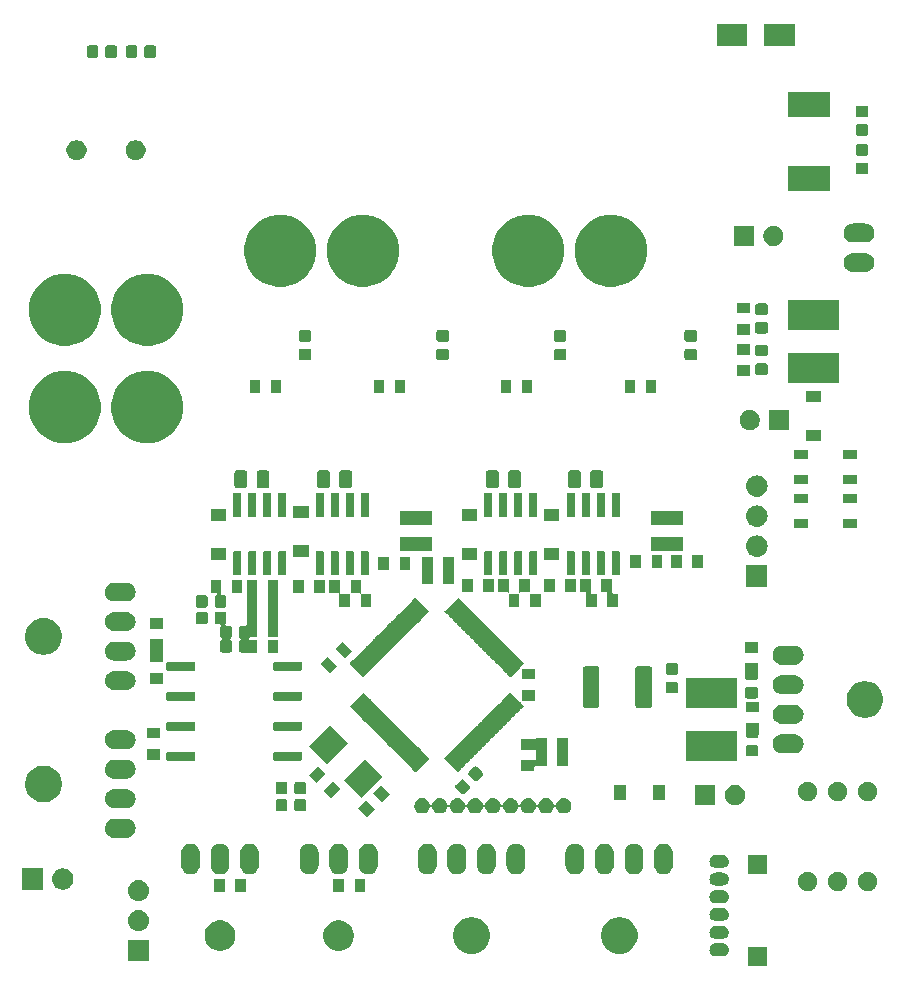
<source format=gbr>
G04 #@! TF.GenerationSoftware,KiCad,Pcbnew,(5.1.4)-1*
G04 #@! TF.CreationDate,2020-03-02T15:01:40+09:00*
G04 #@! TF.ProjectId,CAN_Current_Control_MD,43414e5f-4375-4727-9265-6e745f436f6e,rev?*
G04 #@! TF.SameCoordinates,Original*
G04 #@! TF.FileFunction,Soldermask,Top*
G04 #@! TF.FilePolarity,Negative*
%FSLAX46Y46*%
G04 Gerber Fmt 4.6, Leading zero omitted, Abs format (unit mm)*
G04 Created by KiCad (PCBNEW (5.1.4)-1) date 2020-03-02 15:01:40*
%MOMM*%
%LPD*%
G04 APERTURE LIST*
%ADD10C,0.100000*%
G04 APERTURE END LIST*
D10*
G36*
X209951000Y-144801000D02*
G01*
X208349000Y-144801000D01*
X208349000Y-143199000D01*
X209951000Y-143199000D01*
X209951000Y-144801000D01*
X209951000Y-144801000D01*
G37*
G36*
X157651000Y-144401000D02*
G01*
X155849000Y-144401000D01*
X155849000Y-142599000D01*
X157651000Y-142599000D01*
X157651000Y-144401000D01*
X157651000Y-144401000D01*
G37*
G36*
X206270015Y-142906973D02*
G01*
X206373879Y-142938479D01*
X206401055Y-142953005D01*
X206469600Y-142989643D01*
X206553501Y-143058499D01*
X206622357Y-143142400D01*
X206652610Y-143199000D01*
X206673521Y-143238121D01*
X206705027Y-143341985D01*
X206715666Y-143450000D01*
X206705027Y-143558015D01*
X206673521Y-143661879D01*
X206673519Y-143661882D01*
X206622357Y-143757600D01*
X206553501Y-143841501D01*
X206469600Y-143910357D01*
X206401055Y-143946995D01*
X206373879Y-143961521D01*
X206270015Y-143993027D01*
X206189067Y-144001000D01*
X205610933Y-144001000D01*
X205529985Y-143993027D01*
X205426121Y-143961521D01*
X205398945Y-143946995D01*
X205330400Y-143910357D01*
X205246499Y-143841501D01*
X205177643Y-143757600D01*
X205126481Y-143661882D01*
X205126479Y-143661879D01*
X205094973Y-143558015D01*
X205084334Y-143450000D01*
X205094973Y-143341985D01*
X205126479Y-143238121D01*
X205147390Y-143199000D01*
X205177643Y-143142400D01*
X205246499Y-143058499D01*
X205330400Y-142989643D01*
X205398945Y-142953005D01*
X205426121Y-142938479D01*
X205529985Y-142906973D01*
X205610933Y-142899000D01*
X206189067Y-142899000D01*
X206270015Y-142906973D01*
X206270015Y-142906973D01*
G37*
G36*
X185252585Y-140728802D02*
G01*
X185402410Y-140758604D01*
X185684674Y-140875521D01*
X185938705Y-141045259D01*
X186154741Y-141261295D01*
X186324479Y-141515326D01*
X186441396Y-141797590D01*
X186501000Y-142097240D01*
X186501000Y-142402760D01*
X186441396Y-142702410D01*
X186324479Y-142984674D01*
X186154741Y-143238705D01*
X185938705Y-143454741D01*
X185684674Y-143624479D01*
X185402410Y-143741396D01*
X185252585Y-143771198D01*
X185102761Y-143801000D01*
X184797239Y-143801000D01*
X184647415Y-143771198D01*
X184497590Y-143741396D01*
X184215326Y-143624479D01*
X183961295Y-143454741D01*
X183745259Y-143238705D01*
X183575521Y-142984674D01*
X183458604Y-142702410D01*
X183399000Y-142402760D01*
X183399000Y-142097240D01*
X183458604Y-141797590D01*
X183575521Y-141515326D01*
X183745259Y-141261295D01*
X183961295Y-141045259D01*
X184215326Y-140875521D01*
X184497590Y-140758604D01*
X184647415Y-140728802D01*
X184797239Y-140699000D01*
X185102761Y-140699000D01*
X185252585Y-140728802D01*
X185252585Y-140728802D01*
G37*
G36*
X197752585Y-140728802D02*
G01*
X197902410Y-140758604D01*
X198184674Y-140875521D01*
X198438705Y-141045259D01*
X198654741Y-141261295D01*
X198824479Y-141515326D01*
X198941396Y-141797590D01*
X199001000Y-142097240D01*
X199001000Y-142402760D01*
X198941396Y-142702410D01*
X198824479Y-142984674D01*
X198654741Y-143238705D01*
X198438705Y-143454741D01*
X198184674Y-143624479D01*
X197902410Y-143741396D01*
X197752585Y-143771198D01*
X197602761Y-143801000D01*
X197297239Y-143801000D01*
X197147415Y-143771198D01*
X196997590Y-143741396D01*
X196715326Y-143624479D01*
X196461295Y-143454741D01*
X196245259Y-143238705D01*
X196075521Y-142984674D01*
X195958604Y-142702410D01*
X195899000Y-142402760D01*
X195899000Y-142097240D01*
X195958604Y-141797590D01*
X196075521Y-141515326D01*
X196245259Y-141261295D01*
X196461295Y-141045259D01*
X196715326Y-140875521D01*
X196997590Y-140758604D01*
X197147415Y-140728802D01*
X197297239Y-140699000D01*
X197602761Y-140699000D01*
X197752585Y-140728802D01*
X197752585Y-140728802D01*
G37*
G36*
X174079487Y-140998996D02*
G01*
X174316253Y-141097068D01*
X174316255Y-141097069D01*
X174529339Y-141239447D01*
X174710553Y-141420661D01*
X174830508Y-141600186D01*
X174852932Y-141633747D01*
X174951004Y-141870513D01*
X175001000Y-142121861D01*
X175001000Y-142378139D01*
X174951004Y-142629487D01*
X174920798Y-142702410D01*
X174852931Y-142866255D01*
X174710553Y-143079339D01*
X174529339Y-143260553D01*
X174316255Y-143402931D01*
X174316254Y-143402932D01*
X174316253Y-143402932D01*
X174079487Y-143501004D01*
X173828139Y-143551000D01*
X173571861Y-143551000D01*
X173320513Y-143501004D01*
X173083747Y-143402932D01*
X173083746Y-143402932D01*
X173083745Y-143402931D01*
X172870661Y-143260553D01*
X172689447Y-143079339D01*
X172547069Y-142866255D01*
X172479202Y-142702410D01*
X172448996Y-142629487D01*
X172399000Y-142378139D01*
X172399000Y-142121861D01*
X172448996Y-141870513D01*
X172547068Y-141633747D01*
X172569493Y-141600186D01*
X172689447Y-141420661D01*
X172870661Y-141239447D01*
X173083745Y-141097069D01*
X173083747Y-141097068D01*
X173320513Y-140998996D01*
X173571861Y-140949000D01*
X173828139Y-140949000D01*
X174079487Y-140998996D01*
X174079487Y-140998996D01*
G37*
G36*
X164029487Y-140998996D02*
G01*
X164266253Y-141097068D01*
X164266255Y-141097069D01*
X164479339Y-141239447D01*
X164660553Y-141420661D01*
X164780508Y-141600186D01*
X164802932Y-141633747D01*
X164901004Y-141870513D01*
X164951000Y-142121861D01*
X164951000Y-142378139D01*
X164901004Y-142629487D01*
X164870798Y-142702410D01*
X164802931Y-142866255D01*
X164660553Y-143079339D01*
X164479339Y-143260553D01*
X164266255Y-143402931D01*
X164266254Y-143402932D01*
X164266253Y-143402932D01*
X164029487Y-143501004D01*
X163778139Y-143551000D01*
X163521861Y-143551000D01*
X163270513Y-143501004D01*
X163033747Y-143402932D01*
X163033746Y-143402932D01*
X163033745Y-143402931D01*
X162820661Y-143260553D01*
X162639447Y-143079339D01*
X162497069Y-142866255D01*
X162429202Y-142702410D01*
X162398996Y-142629487D01*
X162349000Y-142378139D01*
X162349000Y-142121861D01*
X162398996Y-141870513D01*
X162497068Y-141633747D01*
X162519493Y-141600186D01*
X162639447Y-141420661D01*
X162820661Y-141239447D01*
X163033745Y-141097069D01*
X163033747Y-141097068D01*
X163270513Y-140998996D01*
X163521861Y-140949000D01*
X163778139Y-140949000D01*
X164029487Y-140998996D01*
X164029487Y-140998996D01*
G37*
G36*
X206270015Y-141406973D02*
G01*
X206373879Y-141438479D01*
X206401055Y-141453005D01*
X206469600Y-141489643D01*
X206553501Y-141558499D01*
X206622357Y-141642400D01*
X206658995Y-141710945D01*
X206673521Y-141738121D01*
X206705027Y-141841985D01*
X206715666Y-141950000D01*
X206705027Y-142058015D01*
X206673521Y-142161879D01*
X206673519Y-142161882D01*
X206622357Y-142257600D01*
X206553501Y-142341501D01*
X206469600Y-142410357D01*
X206401055Y-142446995D01*
X206373879Y-142461521D01*
X206270015Y-142493027D01*
X206189067Y-142501000D01*
X205610933Y-142501000D01*
X205529985Y-142493027D01*
X205426121Y-142461521D01*
X205398945Y-142446995D01*
X205330400Y-142410357D01*
X205246499Y-142341501D01*
X205177643Y-142257600D01*
X205126481Y-142161882D01*
X205126479Y-142161879D01*
X205094973Y-142058015D01*
X205084334Y-141950000D01*
X205094973Y-141841985D01*
X205126479Y-141738121D01*
X205141005Y-141710945D01*
X205177643Y-141642400D01*
X205246499Y-141558499D01*
X205330400Y-141489643D01*
X205398945Y-141453005D01*
X205426121Y-141438479D01*
X205529985Y-141406973D01*
X205610933Y-141399000D01*
X206189067Y-141399000D01*
X206270015Y-141406973D01*
X206270015Y-141406973D01*
G37*
G36*
X156860442Y-140065518D02*
G01*
X156926627Y-140072037D01*
X157096466Y-140123557D01*
X157252991Y-140207222D01*
X157288729Y-140236552D01*
X157390186Y-140319814D01*
X157473448Y-140421271D01*
X157502778Y-140457009D01*
X157586443Y-140613534D01*
X157637963Y-140783373D01*
X157655359Y-140960000D01*
X157637963Y-141136627D01*
X157586443Y-141306466D01*
X157502778Y-141462991D01*
X157480905Y-141489643D01*
X157390186Y-141600186D01*
X157288729Y-141683448D01*
X157252991Y-141712778D01*
X157096466Y-141796443D01*
X156926627Y-141847963D01*
X156860442Y-141854482D01*
X156794260Y-141861000D01*
X156705740Y-141861000D01*
X156639558Y-141854482D01*
X156573373Y-141847963D01*
X156403534Y-141796443D01*
X156247009Y-141712778D01*
X156211271Y-141683448D01*
X156109814Y-141600186D01*
X156019095Y-141489643D01*
X155997222Y-141462991D01*
X155913557Y-141306466D01*
X155862037Y-141136627D01*
X155844641Y-140960000D01*
X155862037Y-140783373D01*
X155913557Y-140613534D01*
X155997222Y-140457009D01*
X156026552Y-140421271D01*
X156109814Y-140319814D01*
X156211271Y-140236552D01*
X156247009Y-140207222D01*
X156403534Y-140123557D01*
X156573373Y-140072037D01*
X156639558Y-140065518D01*
X156705740Y-140059000D01*
X156794260Y-140059000D01*
X156860442Y-140065518D01*
X156860442Y-140065518D01*
G37*
G36*
X206270015Y-139906973D02*
G01*
X206373879Y-139938479D01*
X206401055Y-139953005D01*
X206469600Y-139989643D01*
X206553501Y-140058499D01*
X206622357Y-140142400D01*
X206657004Y-140207221D01*
X206673521Y-140238121D01*
X206705027Y-140341985D01*
X206715666Y-140450000D01*
X206705027Y-140558015D01*
X206673521Y-140661879D01*
X206673519Y-140661882D01*
X206622357Y-140757600D01*
X206553501Y-140841501D01*
X206469600Y-140910357D01*
X206401055Y-140946995D01*
X206373879Y-140961521D01*
X206270015Y-140993027D01*
X206189067Y-141001000D01*
X205610933Y-141001000D01*
X205529985Y-140993027D01*
X205426121Y-140961521D01*
X205398945Y-140946995D01*
X205330400Y-140910357D01*
X205246499Y-140841501D01*
X205177643Y-140757600D01*
X205126481Y-140661882D01*
X205126479Y-140661879D01*
X205094973Y-140558015D01*
X205084334Y-140450000D01*
X205094973Y-140341985D01*
X205126479Y-140238121D01*
X205142996Y-140207221D01*
X205177643Y-140142400D01*
X205246499Y-140058499D01*
X205330400Y-139989643D01*
X205398945Y-139953005D01*
X205426121Y-139938479D01*
X205529985Y-139906973D01*
X205610933Y-139899000D01*
X206189067Y-139899000D01*
X206270015Y-139906973D01*
X206270015Y-139906973D01*
G37*
G36*
X206270015Y-138406973D02*
G01*
X206373879Y-138438479D01*
X206380013Y-138441758D01*
X206469600Y-138489643D01*
X206553501Y-138558499D01*
X206622357Y-138642400D01*
X206658995Y-138710945D01*
X206673521Y-138738121D01*
X206705027Y-138841985D01*
X206715666Y-138950000D01*
X206705027Y-139058015D01*
X206673521Y-139161879D01*
X206658995Y-139189055D01*
X206622357Y-139257600D01*
X206553501Y-139341501D01*
X206469600Y-139410357D01*
X206401055Y-139446995D01*
X206373879Y-139461521D01*
X206270015Y-139493027D01*
X206189067Y-139501000D01*
X205610933Y-139501000D01*
X205529985Y-139493027D01*
X205426121Y-139461521D01*
X205398945Y-139446995D01*
X205330400Y-139410357D01*
X205246499Y-139341501D01*
X205177643Y-139257600D01*
X205141005Y-139189055D01*
X205126479Y-139161879D01*
X205094973Y-139058015D01*
X205084334Y-138950000D01*
X205094973Y-138841985D01*
X205126479Y-138738121D01*
X205141005Y-138710945D01*
X205177643Y-138642400D01*
X205246499Y-138558499D01*
X205330400Y-138489643D01*
X205419987Y-138441758D01*
X205426121Y-138438479D01*
X205529985Y-138406973D01*
X205610933Y-138399000D01*
X206189067Y-138399000D01*
X206270015Y-138406973D01*
X206270015Y-138406973D01*
G37*
G36*
X156860443Y-137525519D02*
G01*
X156926627Y-137532037D01*
X157096466Y-137583557D01*
X157252991Y-137667222D01*
X157288729Y-137696552D01*
X157390186Y-137779814D01*
X157440810Y-137841501D01*
X157502778Y-137917009D01*
X157586443Y-138073534D01*
X157637963Y-138243373D01*
X157655359Y-138420000D01*
X157637963Y-138596627D01*
X157586443Y-138766466D01*
X157502778Y-138922991D01*
X157480612Y-138950000D01*
X157390186Y-139060186D01*
X157288729Y-139143448D01*
X157252991Y-139172778D01*
X157096466Y-139256443D01*
X156926627Y-139307963D01*
X156860442Y-139314482D01*
X156794260Y-139321000D01*
X156705740Y-139321000D01*
X156639558Y-139314482D01*
X156573373Y-139307963D01*
X156403534Y-139256443D01*
X156247009Y-139172778D01*
X156211271Y-139143448D01*
X156109814Y-139060186D01*
X156019388Y-138950000D01*
X155997222Y-138922991D01*
X155913557Y-138766466D01*
X155862037Y-138596627D01*
X155844641Y-138420000D01*
X155862037Y-138243373D01*
X155913557Y-138073534D01*
X155997222Y-137917009D01*
X156059190Y-137841501D01*
X156109814Y-137779814D01*
X156211271Y-137696552D01*
X156247009Y-137667222D01*
X156403534Y-137583557D01*
X156573373Y-137532037D01*
X156639557Y-137525519D01*
X156705740Y-137519000D01*
X156794260Y-137519000D01*
X156860443Y-137525519D01*
X156860443Y-137525519D01*
G37*
G36*
X175951000Y-138551000D02*
G01*
X175049000Y-138551000D01*
X175049000Y-137449000D01*
X175951000Y-137449000D01*
X175951000Y-138551000D01*
X175951000Y-138551000D01*
G37*
G36*
X164051000Y-138551000D02*
G01*
X163149000Y-138551000D01*
X163149000Y-137449000D01*
X164051000Y-137449000D01*
X164051000Y-138551000D01*
X164051000Y-138551000D01*
G37*
G36*
X165851000Y-138551000D02*
G01*
X164949000Y-138551000D01*
X164949000Y-137449000D01*
X165851000Y-137449000D01*
X165851000Y-138551000D01*
X165851000Y-138551000D01*
G37*
G36*
X174151000Y-138551000D02*
G01*
X173249000Y-138551000D01*
X173249000Y-137449000D01*
X174151000Y-137449000D01*
X174151000Y-138551000D01*
X174151000Y-138551000D01*
G37*
G36*
X216187142Y-136878242D02*
G01*
X216335101Y-136939529D01*
X216468255Y-137028499D01*
X216581501Y-137141745D01*
X216670471Y-137274899D01*
X216731758Y-137422858D01*
X216763000Y-137579925D01*
X216763000Y-137740075D01*
X216731758Y-137897142D01*
X216670471Y-138045101D01*
X216581501Y-138178255D01*
X216468255Y-138291501D01*
X216335101Y-138380471D01*
X216187142Y-138441758D01*
X216030075Y-138473000D01*
X215869925Y-138473000D01*
X215712858Y-138441758D01*
X215564899Y-138380471D01*
X215431745Y-138291501D01*
X215318499Y-138178255D01*
X215229529Y-138045101D01*
X215168242Y-137897142D01*
X215137000Y-137740075D01*
X215137000Y-137579925D01*
X215168242Y-137422858D01*
X215229529Y-137274899D01*
X215318499Y-137141745D01*
X215431745Y-137028499D01*
X215564899Y-136939529D01*
X215712858Y-136878242D01*
X215869925Y-136847000D01*
X216030075Y-136847000D01*
X216187142Y-136878242D01*
X216187142Y-136878242D01*
G37*
G36*
X213647142Y-136878242D02*
G01*
X213795101Y-136939529D01*
X213928255Y-137028499D01*
X214041501Y-137141745D01*
X214130471Y-137274899D01*
X214191758Y-137422858D01*
X214223000Y-137579925D01*
X214223000Y-137740075D01*
X214191758Y-137897142D01*
X214130471Y-138045101D01*
X214041501Y-138178255D01*
X213928255Y-138291501D01*
X213795101Y-138380471D01*
X213647142Y-138441758D01*
X213490075Y-138473000D01*
X213329925Y-138473000D01*
X213172858Y-138441758D01*
X213024899Y-138380471D01*
X212891745Y-138291501D01*
X212778499Y-138178255D01*
X212689529Y-138045101D01*
X212628242Y-137897142D01*
X212597000Y-137740075D01*
X212597000Y-137579925D01*
X212628242Y-137422858D01*
X212689529Y-137274899D01*
X212778499Y-137141745D01*
X212891745Y-137028499D01*
X213024899Y-136939529D01*
X213172858Y-136878242D01*
X213329925Y-136847000D01*
X213490075Y-136847000D01*
X213647142Y-136878242D01*
X213647142Y-136878242D01*
G37*
G36*
X218727142Y-136878242D02*
G01*
X218875101Y-136939529D01*
X219008255Y-137028499D01*
X219121501Y-137141745D01*
X219210471Y-137274899D01*
X219271758Y-137422858D01*
X219303000Y-137579925D01*
X219303000Y-137740075D01*
X219271758Y-137897142D01*
X219210471Y-138045101D01*
X219121501Y-138178255D01*
X219008255Y-138291501D01*
X218875101Y-138380471D01*
X218727142Y-138441758D01*
X218570075Y-138473000D01*
X218409925Y-138473000D01*
X218252858Y-138441758D01*
X218104899Y-138380471D01*
X217971745Y-138291501D01*
X217858499Y-138178255D01*
X217769529Y-138045101D01*
X217708242Y-137897142D01*
X217677000Y-137740075D01*
X217677000Y-137579925D01*
X217708242Y-137422858D01*
X217769529Y-137274899D01*
X217858499Y-137141745D01*
X217971745Y-137028499D01*
X218104899Y-136939529D01*
X218252858Y-136878242D01*
X218409925Y-136847000D01*
X218570075Y-136847000D01*
X218727142Y-136878242D01*
X218727142Y-136878242D01*
G37*
G36*
X148701000Y-138351000D02*
G01*
X146899000Y-138351000D01*
X146899000Y-136549000D01*
X148701000Y-136549000D01*
X148701000Y-138351000D01*
X148701000Y-138351000D01*
G37*
G36*
X150450443Y-136555519D02*
G01*
X150516627Y-136562037D01*
X150686466Y-136613557D01*
X150842991Y-136697222D01*
X150878729Y-136726552D01*
X150980186Y-136809814D01*
X151036343Y-136878243D01*
X151092778Y-136947009D01*
X151176443Y-137103534D01*
X151227963Y-137273373D01*
X151245359Y-137450000D01*
X151227963Y-137626627D01*
X151176443Y-137796466D01*
X151092778Y-137952991D01*
X151063448Y-137988729D01*
X150980186Y-138090186D01*
X150878729Y-138173448D01*
X150842991Y-138202778D01*
X150686466Y-138286443D01*
X150516627Y-138337963D01*
X150450443Y-138344481D01*
X150384260Y-138351000D01*
X150295740Y-138351000D01*
X150229557Y-138344481D01*
X150163373Y-138337963D01*
X149993534Y-138286443D01*
X149837009Y-138202778D01*
X149801271Y-138173448D01*
X149699814Y-138090186D01*
X149616552Y-137988729D01*
X149587222Y-137952991D01*
X149503557Y-137796466D01*
X149452037Y-137626627D01*
X149434641Y-137450000D01*
X149452037Y-137273373D01*
X149503557Y-137103534D01*
X149587222Y-136947009D01*
X149643657Y-136878243D01*
X149699814Y-136809814D01*
X149801271Y-136726552D01*
X149837009Y-136697222D01*
X149993534Y-136613557D01*
X150163373Y-136562037D01*
X150229557Y-136555519D01*
X150295740Y-136549000D01*
X150384260Y-136549000D01*
X150450443Y-136555519D01*
X150450443Y-136555519D01*
G37*
G36*
X206270015Y-136906973D02*
G01*
X206373879Y-136938479D01*
X206375843Y-136939529D01*
X206469600Y-136989643D01*
X206553501Y-137058499D01*
X206622357Y-137142400D01*
X206658995Y-137210945D01*
X206673521Y-137238121D01*
X206705027Y-137341985D01*
X206715666Y-137450000D01*
X206705027Y-137558015D01*
X206673521Y-137661879D01*
X206670665Y-137667222D01*
X206622357Y-137757600D01*
X206553501Y-137841501D01*
X206469600Y-137910357D01*
X206401055Y-137946995D01*
X206373879Y-137961521D01*
X206270015Y-137993027D01*
X206189067Y-138001000D01*
X205610933Y-138001000D01*
X205529985Y-137993027D01*
X205426121Y-137961521D01*
X205398945Y-137946995D01*
X205330400Y-137910357D01*
X205246499Y-137841501D01*
X205177643Y-137757600D01*
X205129335Y-137667222D01*
X205126479Y-137661879D01*
X205094973Y-137558015D01*
X205084334Y-137450000D01*
X205094973Y-137341985D01*
X205126479Y-137238121D01*
X205141005Y-137210945D01*
X205177643Y-137142400D01*
X205246499Y-137058499D01*
X205330400Y-136989643D01*
X205424157Y-136939529D01*
X205426121Y-136938479D01*
X205529985Y-136906973D01*
X205610933Y-136899000D01*
X206189067Y-136899000D01*
X206270015Y-136906973D01*
X206270015Y-136906973D01*
G37*
G36*
X186357022Y-134460590D02*
G01*
X186457681Y-134491125D01*
X186508012Y-134506392D01*
X186647164Y-134580771D01*
X186769133Y-134680867D01*
X186869229Y-134802835D01*
X186943608Y-134941987D01*
X186958875Y-134992318D01*
X186989410Y-135092977D01*
X187001000Y-135210655D01*
X187001000Y-136289345D01*
X186989410Y-136407023D01*
X186972879Y-136461519D01*
X186943608Y-136558013D01*
X186869229Y-136697165D01*
X186769133Y-136819133D01*
X186647165Y-136919229D01*
X186508013Y-136993608D01*
X186483644Y-137001000D01*
X186357023Y-137039410D01*
X186200000Y-137054875D01*
X186042978Y-137039410D01*
X185916357Y-137001000D01*
X185891988Y-136993608D01*
X185752836Y-136919229D01*
X185630868Y-136819133D01*
X185530772Y-136697165D01*
X185456393Y-136558013D01*
X185427122Y-136461519D01*
X185410591Y-136407023D01*
X185399001Y-136289345D01*
X185399000Y-135210656D01*
X185410590Y-135092978D01*
X185456392Y-134941989D01*
X185456392Y-134941988D01*
X185530771Y-134802836D01*
X185530772Y-134802835D01*
X185630867Y-134680867D01*
X185752835Y-134580771D01*
X185891987Y-134506392D01*
X185942318Y-134491125D01*
X186042977Y-134460590D01*
X186200000Y-134445125D01*
X186357022Y-134460590D01*
X186357022Y-134460590D01*
G37*
G36*
X188857022Y-134460590D02*
G01*
X188957681Y-134491125D01*
X189008012Y-134506392D01*
X189147164Y-134580771D01*
X189269133Y-134680867D01*
X189369229Y-134802835D01*
X189443608Y-134941987D01*
X189458875Y-134992318D01*
X189489410Y-135092977D01*
X189501000Y-135210655D01*
X189501000Y-136289345D01*
X189489410Y-136407023D01*
X189472879Y-136461519D01*
X189443608Y-136558013D01*
X189369229Y-136697165D01*
X189269133Y-136819133D01*
X189147165Y-136919229D01*
X189008013Y-136993608D01*
X188983644Y-137001000D01*
X188857023Y-137039410D01*
X188700000Y-137054875D01*
X188542978Y-137039410D01*
X188416357Y-137001000D01*
X188391988Y-136993608D01*
X188252836Y-136919229D01*
X188130868Y-136819133D01*
X188030772Y-136697165D01*
X187956393Y-136558013D01*
X187927122Y-136461519D01*
X187910591Y-136407023D01*
X187899001Y-136289345D01*
X187899000Y-135210656D01*
X187910590Y-135092978D01*
X187956392Y-134941989D01*
X187956392Y-134941988D01*
X188030771Y-134802836D01*
X188030772Y-134802835D01*
X188130867Y-134680867D01*
X188252835Y-134580771D01*
X188391987Y-134506392D01*
X188442318Y-134491125D01*
X188542977Y-134460590D01*
X188700000Y-134445125D01*
X188857022Y-134460590D01*
X188857022Y-134460590D01*
G37*
G36*
X163807022Y-134460590D02*
G01*
X163907681Y-134491125D01*
X163958012Y-134506392D01*
X164097164Y-134580771D01*
X164219133Y-134680867D01*
X164319229Y-134802835D01*
X164393608Y-134941987D01*
X164408875Y-134992318D01*
X164439410Y-135092977D01*
X164451000Y-135210655D01*
X164451000Y-136289345D01*
X164439410Y-136407023D01*
X164422879Y-136461519D01*
X164393608Y-136558013D01*
X164319229Y-136697165D01*
X164219133Y-136819133D01*
X164097165Y-136919229D01*
X163958013Y-136993608D01*
X163933644Y-137001000D01*
X163807023Y-137039410D01*
X163650000Y-137054875D01*
X163492978Y-137039410D01*
X163366357Y-137001000D01*
X163341988Y-136993608D01*
X163202836Y-136919229D01*
X163080868Y-136819133D01*
X162980772Y-136697165D01*
X162906393Y-136558013D01*
X162877122Y-136461519D01*
X162860591Y-136407023D01*
X162849001Y-136289345D01*
X162849000Y-135210656D01*
X162860590Y-135092978D01*
X162906392Y-134941989D01*
X162906392Y-134941988D01*
X162980771Y-134802836D01*
X162980772Y-134802835D01*
X163080867Y-134680867D01*
X163202835Y-134580771D01*
X163341987Y-134506392D01*
X163392318Y-134491125D01*
X163492977Y-134460590D01*
X163650000Y-134445125D01*
X163807022Y-134460590D01*
X163807022Y-134460590D01*
G37*
G36*
X166307022Y-134460590D02*
G01*
X166407681Y-134491125D01*
X166458012Y-134506392D01*
X166597164Y-134580771D01*
X166719133Y-134680867D01*
X166819229Y-134802835D01*
X166893608Y-134941987D01*
X166908875Y-134992318D01*
X166939410Y-135092977D01*
X166951000Y-135210655D01*
X166951000Y-136289345D01*
X166939410Y-136407023D01*
X166922879Y-136461519D01*
X166893608Y-136558013D01*
X166819229Y-136697165D01*
X166719133Y-136819133D01*
X166597165Y-136919229D01*
X166458013Y-136993608D01*
X166433644Y-137001000D01*
X166307023Y-137039410D01*
X166150000Y-137054875D01*
X165992978Y-137039410D01*
X165866357Y-137001000D01*
X165841988Y-136993608D01*
X165702836Y-136919229D01*
X165580868Y-136819133D01*
X165480772Y-136697165D01*
X165406393Y-136558013D01*
X165377122Y-136461519D01*
X165360591Y-136407023D01*
X165349001Y-136289345D01*
X165349000Y-135210656D01*
X165360590Y-135092978D01*
X165406392Y-134941989D01*
X165406392Y-134941988D01*
X165480771Y-134802836D01*
X165480772Y-134802835D01*
X165580867Y-134680867D01*
X165702835Y-134580771D01*
X165841987Y-134506392D01*
X165892318Y-134491125D01*
X165992977Y-134460590D01*
X166150000Y-134445125D01*
X166307022Y-134460590D01*
X166307022Y-134460590D01*
G37*
G36*
X176357022Y-134460590D02*
G01*
X176457681Y-134491125D01*
X176508012Y-134506392D01*
X176647164Y-134580771D01*
X176769133Y-134680867D01*
X176869229Y-134802835D01*
X176943608Y-134941987D01*
X176958875Y-134992318D01*
X176989410Y-135092977D01*
X177001000Y-135210655D01*
X177001000Y-136289345D01*
X176989410Y-136407023D01*
X176972879Y-136461519D01*
X176943608Y-136558013D01*
X176869229Y-136697165D01*
X176769133Y-136819133D01*
X176647165Y-136919229D01*
X176508013Y-136993608D01*
X176483644Y-137001000D01*
X176357023Y-137039410D01*
X176200000Y-137054875D01*
X176042978Y-137039410D01*
X175916357Y-137001000D01*
X175891988Y-136993608D01*
X175752836Y-136919229D01*
X175630868Y-136819133D01*
X175530772Y-136697165D01*
X175456393Y-136558013D01*
X175427122Y-136461519D01*
X175410591Y-136407023D01*
X175399001Y-136289345D01*
X175399000Y-135210656D01*
X175410590Y-135092978D01*
X175456392Y-134941989D01*
X175456392Y-134941988D01*
X175530771Y-134802836D01*
X175530772Y-134802835D01*
X175630867Y-134680867D01*
X175752835Y-134580771D01*
X175891987Y-134506392D01*
X175942318Y-134491125D01*
X176042977Y-134460590D01*
X176200000Y-134445125D01*
X176357022Y-134460590D01*
X176357022Y-134460590D01*
G37*
G36*
X173857022Y-134460590D02*
G01*
X173957681Y-134491125D01*
X174008012Y-134506392D01*
X174147164Y-134580771D01*
X174269133Y-134680867D01*
X174369229Y-134802835D01*
X174443608Y-134941987D01*
X174458875Y-134992318D01*
X174489410Y-135092977D01*
X174501000Y-135210655D01*
X174501000Y-136289345D01*
X174489410Y-136407023D01*
X174472879Y-136461519D01*
X174443608Y-136558013D01*
X174369229Y-136697165D01*
X174269133Y-136819133D01*
X174147165Y-136919229D01*
X174008013Y-136993608D01*
X173983644Y-137001000D01*
X173857023Y-137039410D01*
X173700000Y-137054875D01*
X173542978Y-137039410D01*
X173416357Y-137001000D01*
X173391988Y-136993608D01*
X173252836Y-136919229D01*
X173130868Y-136819133D01*
X173030772Y-136697165D01*
X172956393Y-136558013D01*
X172927122Y-136461519D01*
X172910591Y-136407023D01*
X172899001Y-136289345D01*
X172899000Y-135210656D01*
X172910590Y-135092978D01*
X172956392Y-134941989D01*
X172956392Y-134941988D01*
X173030771Y-134802836D01*
X173030772Y-134802835D01*
X173130867Y-134680867D01*
X173252835Y-134580771D01*
X173391987Y-134506392D01*
X173442318Y-134491125D01*
X173542977Y-134460590D01*
X173700000Y-134445125D01*
X173857022Y-134460590D01*
X173857022Y-134460590D01*
G37*
G36*
X171357022Y-134460590D02*
G01*
X171457681Y-134491125D01*
X171508012Y-134506392D01*
X171647164Y-134580771D01*
X171769133Y-134680867D01*
X171869229Y-134802835D01*
X171943608Y-134941987D01*
X171958875Y-134992318D01*
X171989410Y-135092977D01*
X172001000Y-135210655D01*
X172001000Y-136289345D01*
X171989410Y-136407023D01*
X171972879Y-136461519D01*
X171943608Y-136558013D01*
X171869229Y-136697165D01*
X171769133Y-136819133D01*
X171647165Y-136919229D01*
X171508013Y-136993608D01*
X171483644Y-137001000D01*
X171357023Y-137039410D01*
X171200000Y-137054875D01*
X171042978Y-137039410D01*
X170916357Y-137001000D01*
X170891988Y-136993608D01*
X170752836Y-136919229D01*
X170630868Y-136819133D01*
X170530772Y-136697165D01*
X170456393Y-136558013D01*
X170427122Y-136461519D01*
X170410591Y-136407023D01*
X170399001Y-136289345D01*
X170399000Y-135210656D01*
X170410590Y-135092978D01*
X170456392Y-134941989D01*
X170456392Y-134941988D01*
X170530771Y-134802836D01*
X170530772Y-134802835D01*
X170630867Y-134680867D01*
X170752835Y-134580771D01*
X170891987Y-134506392D01*
X170942318Y-134491125D01*
X171042977Y-134460590D01*
X171200000Y-134445125D01*
X171357022Y-134460590D01*
X171357022Y-134460590D01*
G37*
G36*
X198857022Y-134460590D02*
G01*
X198957681Y-134491125D01*
X199008012Y-134506392D01*
X199147164Y-134580771D01*
X199269133Y-134680867D01*
X199369229Y-134802835D01*
X199443608Y-134941987D01*
X199458875Y-134992318D01*
X199489410Y-135092977D01*
X199501000Y-135210655D01*
X199501000Y-136289345D01*
X199489410Y-136407023D01*
X199472879Y-136461519D01*
X199443608Y-136558013D01*
X199369229Y-136697165D01*
X199269133Y-136819133D01*
X199147165Y-136919229D01*
X199008013Y-136993608D01*
X198983644Y-137001000D01*
X198857023Y-137039410D01*
X198700000Y-137054875D01*
X198542978Y-137039410D01*
X198416357Y-137001000D01*
X198391988Y-136993608D01*
X198252836Y-136919229D01*
X198130868Y-136819133D01*
X198030772Y-136697165D01*
X197956393Y-136558013D01*
X197927122Y-136461519D01*
X197910591Y-136407023D01*
X197899001Y-136289345D01*
X197899000Y-135210656D01*
X197910590Y-135092978D01*
X197956392Y-134941989D01*
X197956392Y-134941988D01*
X198030771Y-134802836D01*
X198030772Y-134802835D01*
X198130867Y-134680867D01*
X198252835Y-134580771D01*
X198391987Y-134506392D01*
X198442318Y-134491125D01*
X198542977Y-134460590D01*
X198700000Y-134445125D01*
X198857022Y-134460590D01*
X198857022Y-134460590D01*
G37*
G36*
X161307022Y-134460590D02*
G01*
X161407681Y-134491125D01*
X161458012Y-134506392D01*
X161597164Y-134580771D01*
X161719133Y-134680867D01*
X161819229Y-134802835D01*
X161893608Y-134941987D01*
X161908875Y-134992318D01*
X161939410Y-135092977D01*
X161951000Y-135210655D01*
X161951000Y-136289345D01*
X161939410Y-136407023D01*
X161922879Y-136461519D01*
X161893608Y-136558013D01*
X161819229Y-136697165D01*
X161719133Y-136819133D01*
X161597165Y-136919229D01*
X161458013Y-136993608D01*
X161433644Y-137001000D01*
X161307023Y-137039410D01*
X161150000Y-137054875D01*
X160992978Y-137039410D01*
X160866357Y-137001000D01*
X160841988Y-136993608D01*
X160702836Y-136919229D01*
X160580868Y-136819133D01*
X160480772Y-136697165D01*
X160406393Y-136558013D01*
X160377122Y-136461519D01*
X160360591Y-136407023D01*
X160349001Y-136289345D01*
X160349000Y-135210656D01*
X160360590Y-135092978D01*
X160406392Y-134941989D01*
X160406392Y-134941988D01*
X160480771Y-134802836D01*
X160480772Y-134802835D01*
X160580867Y-134680867D01*
X160702835Y-134580771D01*
X160841987Y-134506392D01*
X160892318Y-134491125D01*
X160992977Y-134460590D01*
X161150000Y-134445125D01*
X161307022Y-134460590D01*
X161307022Y-134460590D01*
G37*
G36*
X181357022Y-134460590D02*
G01*
X181457681Y-134491125D01*
X181508012Y-134506392D01*
X181647164Y-134580771D01*
X181769133Y-134680867D01*
X181869229Y-134802835D01*
X181943608Y-134941987D01*
X181958875Y-134992318D01*
X181989410Y-135092977D01*
X182001000Y-135210655D01*
X182001000Y-136289345D01*
X181989410Y-136407023D01*
X181972879Y-136461519D01*
X181943608Y-136558013D01*
X181869229Y-136697165D01*
X181769133Y-136819133D01*
X181647165Y-136919229D01*
X181508013Y-136993608D01*
X181483644Y-137001000D01*
X181357023Y-137039410D01*
X181200000Y-137054875D01*
X181042978Y-137039410D01*
X180916357Y-137001000D01*
X180891988Y-136993608D01*
X180752836Y-136919229D01*
X180630868Y-136819133D01*
X180530772Y-136697165D01*
X180456393Y-136558013D01*
X180427122Y-136461519D01*
X180410591Y-136407023D01*
X180399001Y-136289345D01*
X180399000Y-135210656D01*
X180410590Y-135092978D01*
X180456392Y-134941989D01*
X180456392Y-134941988D01*
X180530771Y-134802836D01*
X180530772Y-134802835D01*
X180630867Y-134680867D01*
X180752835Y-134580771D01*
X180891987Y-134506392D01*
X180942318Y-134491125D01*
X181042977Y-134460590D01*
X181200000Y-134445125D01*
X181357022Y-134460590D01*
X181357022Y-134460590D01*
G37*
G36*
X193857022Y-134460590D02*
G01*
X193957681Y-134491125D01*
X194008012Y-134506392D01*
X194147164Y-134580771D01*
X194269133Y-134680867D01*
X194369229Y-134802835D01*
X194443608Y-134941987D01*
X194458875Y-134992318D01*
X194489410Y-135092977D01*
X194501000Y-135210655D01*
X194501000Y-136289345D01*
X194489410Y-136407023D01*
X194472879Y-136461519D01*
X194443608Y-136558013D01*
X194369229Y-136697165D01*
X194269133Y-136819133D01*
X194147165Y-136919229D01*
X194008013Y-136993608D01*
X193983644Y-137001000D01*
X193857023Y-137039410D01*
X193700000Y-137054875D01*
X193542978Y-137039410D01*
X193416357Y-137001000D01*
X193391988Y-136993608D01*
X193252836Y-136919229D01*
X193130868Y-136819133D01*
X193030772Y-136697165D01*
X192956393Y-136558013D01*
X192927122Y-136461519D01*
X192910591Y-136407023D01*
X192899001Y-136289345D01*
X192899000Y-135210656D01*
X192910590Y-135092978D01*
X192956392Y-134941989D01*
X192956392Y-134941988D01*
X193030771Y-134802836D01*
X193030772Y-134802835D01*
X193130867Y-134680867D01*
X193252835Y-134580771D01*
X193391987Y-134506392D01*
X193442318Y-134491125D01*
X193542977Y-134460590D01*
X193700000Y-134445125D01*
X193857022Y-134460590D01*
X193857022Y-134460590D01*
G37*
G36*
X183857022Y-134460590D02*
G01*
X183957681Y-134491125D01*
X184008012Y-134506392D01*
X184147164Y-134580771D01*
X184269133Y-134680867D01*
X184369229Y-134802835D01*
X184443608Y-134941987D01*
X184458875Y-134992318D01*
X184489410Y-135092977D01*
X184501000Y-135210655D01*
X184501000Y-136289345D01*
X184489410Y-136407023D01*
X184472879Y-136461519D01*
X184443608Y-136558013D01*
X184369229Y-136697165D01*
X184269133Y-136819133D01*
X184147165Y-136919229D01*
X184008013Y-136993608D01*
X183983644Y-137001000D01*
X183857023Y-137039410D01*
X183700000Y-137054875D01*
X183542978Y-137039410D01*
X183416357Y-137001000D01*
X183391988Y-136993608D01*
X183252836Y-136919229D01*
X183130868Y-136819133D01*
X183030772Y-136697165D01*
X182956393Y-136558013D01*
X182927122Y-136461519D01*
X182910591Y-136407023D01*
X182899001Y-136289345D01*
X182899000Y-135210656D01*
X182910590Y-135092978D01*
X182956392Y-134941989D01*
X182956392Y-134941988D01*
X183030771Y-134802836D01*
X183030772Y-134802835D01*
X183130867Y-134680867D01*
X183252835Y-134580771D01*
X183391987Y-134506392D01*
X183442318Y-134491125D01*
X183542977Y-134460590D01*
X183700000Y-134445125D01*
X183857022Y-134460590D01*
X183857022Y-134460590D01*
G37*
G36*
X196357022Y-134460590D02*
G01*
X196457681Y-134491125D01*
X196508012Y-134506392D01*
X196647164Y-134580771D01*
X196769133Y-134680867D01*
X196869229Y-134802835D01*
X196943608Y-134941987D01*
X196958875Y-134992318D01*
X196989410Y-135092977D01*
X197001000Y-135210655D01*
X197001000Y-136289345D01*
X196989410Y-136407023D01*
X196972879Y-136461519D01*
X196943608Y-136558013D01*
X196869229Y-136697165D01*
X196769133Y-136819133D01*
X196647165Y-136919229D01*
X196508013Y-136993608D01*
X196483644Y-137001000D01*
X196357023Y-137039410D01*
X196200000Y-137054875D01*
X196042978Y-137039410D01*
X195916357Y-137001000D01*
X195891988Y-136993608D01*
X195752836Y-136919229D01*
X195630868Y-136819133D01*
X195530772Y-136697165D01*
X195456393Y-136558013D01*
X195427122Y-136461519D01*
X195410591Y-136407023D01*
X195399001Y-136289345D01*
X195399000Y-135210656D01*
X195410590Y-135092978D01*
X195456392Y-134941989D01*
X195456392Y-134941988D01*
X195530771Y-134802836D01*
X195530772Y-134802835D01*
X195630867Y-134680867D01*
X195752835Y-134580771D01*
X195891987Y-134506392D01*
X195942318Y-134491125D01*
X196042977Y-134460590D01*
X196200000Y-134445125D01*
X196357022Y-134460590D01*
X196357022Y-134460590D01*
G37*
G36*
X201357022Y-134460590D02*
G01*
X201457681Y-134491125D01*
X201508012Y-134506392D01*
X201647164Y-134580771D01*
X201769133Y-134680867D01*
X201869229Y-134802835D01*
X201943608Y-134941987D01*
X201958875Y-134992318D01*
X201989410Y-135092977D01*
X202001000Y-135210655D01*
X202001000Y-136289345D01*
X201989410Y-136407023D01*
X201972879Y-136461519D01*
X201943608Y-136558013D01*
X201869229Y-136697165D01*
X201769133Y-136819133D01*
X201647165Y-136919229D01*
X201508013Y-136993608D01*
X201483644Y-137001000D01*
X201357023Y-137039410D01*
X201200000Y-137054875D01*
X201042978Y-137039410D01*
X200916357Y-137001000D01*
X200891988Y-136993608D01*
X200752836Y-136919229D01*
X200630868Y-136819133D01*
X200530772Y-136697165D01*
X200456393Y-136558013D01*
X200427122Y-136461519D01*
X200410591Y-136407023D01*
X200399001Y-136289345D01*
X200399000Y-135210656D01*
X200410590Y-135092978D01*
X200456392Y-134941989D01*
X200456392Y-134941988D01*
X200530771Y-134802836D01*
X200530772Y-134802835D01*
X200630867Y-134680867D01*
X200752835Y-134580771D01*
X200891987Y-134506392D01*
X200942318Y-134491125D01*
X201042977Y-134460590D01*
X201200000Y-134445125D01*
X201357022Y-134460590D01*
X201357022Y-134460590D01*
G37*
G36*
X209951000Y-137001000D02*
G01*
X208349000Y-137001000D01*
X208349000Y-135399000D01*
X209951000Y-135399000D01*
X209951000Y-137001000D01*
X209951000Y-137001000D01*
G37*
G36*
X206270015Y-135406973D02*
G01*
X206373879Y-135438479D01*
X206401055Y-135453005D01*
X206469600Y-135489643D01*
X206553501Y-135558499D01*
X206622357Y-135642400D01*
X206658995Y-135710945D01*
X206673521Y-135738121D01*
X206705027Y-135841985D01*
X206715666Y-135950000D01*
X206705027Y-136058015D01*
X206673521Y-136161879D01*
X206673519Y-136161882D01*
X206622357Y-136257600D01*
X206553501Y-136341501D01*
X206469600Y-136410357D01*
X206401055Y-136446995D01*
X206373879Y-136461521D01*
X206270015Y-136493027D01*
X206189067Y-136501000D01*
X205610933Y-136501000D01*
X205529985Y-136493027D01*
X205426121Y-136461521D01*
X205398945Y-136446995D01*
X205330400Y-136410357D01*
X205246499Y-136341501D01*
X205177643Y-136257600D01*
X205126481Y-136161882D01*
X205126479Y-136161879D01*
X205094973Y-136058015D01*
X205084334Y-135950000D01*
X205094973Y-135841985D01*
X205126479Y-135738121D01*
X205141005Y-135710945D01*
X205177643Y-135642400D01*
X205246499Y-135558499D01*
X205330400Y-135489643D01*
X205398945Y-135453005D01*
X205426121Y-135438479D01*
X205529985Y-135406973D01*
X205610933Y-135399000D01*
X206189067Y-135399000D01*
X206270015Y-135406973D01*
X206270015Y-135406973D01*
G37*
G36*
X155778571Y-132352863D02*
G01*
X155857023Y-132360590D01*
X155957682Y-132391125D01*
X156008013Y-132406392D01*
X156147165Y-132480771D01*
X156269133Y-132580867D01*
X156369229Y-132702835D01*
X156443608Y-132841987D01*
X156443608Y-132841988D01*
X156489410Y-132992977D01*
X156504875Y-133150000D01*
X156489410Y-133307023D01*
X156458875Y-133407682D01*
X156443608Y-133458013D01*
X156369229Y-133597165D01*
X156269133Y-133719133D01*
X156147165Y-133819229D01*
X156008013Y-133893608D01*
X155957682Y-133908875D01*
X155857023Y-133939410D01*
X155778571Y-133947137D01*
X155739346Y-133951000D01*
X154660654Y-133951000D01*
X154621429Y-133947137D01*
X154542977Y-133939410D01*
X154442318Y-133908875D01*
X154391987Y-133893608D01*
X154252835Y-133819229D01*
X154130867Y-133719133D01*
X154030771Y-133597165D01*
X153956392Y-133458013D01*
X153941125Y-133407682D01*
X153910590Y-133307023D01*
X153895125Y-133150000D01*
X153910590Y-132992977D01*
X153956392Y-132841988D01*
X153956392Y-132841987D01*
X154030771Y-132702835D01*
X154130867Y-132580867D01*
X154252835Y-132480771D01*
X154391987Y-132406392D01*
X154442318Y-132391125D01*
X154542977Y-132360590D01*
X154621429Y-132352863D01*
X154660654Y-132349000D01*
X155739346Y-132349000D01*
X155778571Y-132352863D01*
X155778571Y-132352863D01*
G37*
G36*
X176772125Y-131557107D02*
G01*
X176134315Y-132194917D01*
X175355083Y-131415685D01*
X175992893Y-130777875D01*
X176772125Y-131557107D01*
X176772125Y-131557107D01*
G37*
G36*
X180939890Y-130624017D02*
G01*
X181054526Y-130671501D01*
X181058364Y-130673091D01*
X181164988Y-130744335D01*
X181255665Y-130835012D01*
X181294065Y-130892481D01*
X181326910Y-130941638D01*
X181375983Y-131060111D01*
X181377403Y-131067249D01*
X181384516Y-131090698D01*
X181396067Y-131112309D01*
X181411612Y-131131251D01*
X181430554Y-131146797D01*
X181452164Y-131158348D01*
X181475613Y-131165461D01*
X181499999Y-131167863D01*
X181524385Y-131165461D01*
X181547834Y-131158348D01*
X181569445Y-131146797D01*
X181588387Y-131131252D01*
X181603933Y-131112310D01*
X181615484Y-131090700D01*
X181622597Y-131067249D01*
X181624017Y-131060111D01*
X181673090Y-130941638D01*
X181705936Y-130892481D01*
X181744335Y-130835012D01*
X181835012Y-130744335D01*
X181941636Y-130673091D01*
X181945475Y-130671501D01*
X182060110Y-130624017D01*
X182185881Y-130599000D01*
X182314119Y-130599000D01*
X182439890Y-130624017D01*
X182554526Y-130671501D01*
X182558364Y-130673091D01*
X182664988Y-130744335D01*
X182755665Y-130835012D01*
X182794065Y-130892481D01*
X182826910Y-130941638D01*
X182875983Y-131060111D01*
X182877403Y-131067249D01*
X182884516Y-131090698D01*
X182896067Y-131112309D01*
X182911612Y-131131251D01*
X182930554Y-131146797D01*
X182952164Y-131158348D01*
X182975613Y-131165461D01*
X182999999Y-131167863D01*
X183024385Y-131165461D01*
X183047834Y-131158348D01*
X183069445Y-131146797D01*
X183088387Y-131131252D01*
X183103933Y-131112310D01*
X183115484Y-131090700D01*
X183122597Y-131067249D01*
X183124017Y-131060111D01*
X183173090Y-130941638D01*
X183205936Y-130892481D01*
X183244335Y-130835012D01*
X183335012Y-130744335D01*
X183441636Y-130673091D01*
X183445475Y-130671501D01*
X183560110Y-130624017D01*
X183685881Y-130599000D01*
X183814119Y-130599000D01*
X183939890Y-130624017D01*
X184054526Y-130671501D01*
X184058364Y-130673091D01*
X184164988Y-130744335D01*
X184255665Y-130835012D01*
X184294065Y-130892481D01*
X184326910Y-130941638D01*
X184375983Y-131060111D01*
X184377403Y-131067249D01*
X184384516Y-131090698D01*
X184396067Y-131112309D01*
X184411612Y-131131251D01*
X184430554Y-131146797D01*
X184452164Y-131158348D01*
X184475613Y-131165461D01*
X184499999Y-131167863D01*
X184524385Y-131165461D01*
X184547834Y-131158348D01*
X184569445Y-131146797D01*
X184588387Y-131131252D01*
X184603933Y-131112310D01*
X184615484Y-131090700D01*
X184622597Y-131067249D01*
X184624017Y-131060111D01*
X184673090Y-130941638D01*
X184705936Y-130892481D01*
X184744335Y-130835012D01*
X184835012Y-130744335D01*
X184941636Y-130673091D01*
X184945475Y-130671501D01*
X185060110Y-130624017D01*
X185185881Y-130599000D01*
X185314119Y-130599000D01*
X185439890Y-130624017D01*
X185554526Y-130671501D01*
X185558364Y-130673091D01*
X185664988Y-130744335D01*
X185755665Y-130835012D01*
X185794065Y-130892481D01*
X185826910Y-130941638D01*
X185875983Y-131060111D01*
X185877403Y-131067249D01*
X185884516Y-131090698D01*
X185896067Y-131112309D01*
X185911612Y-131131251D01*
X185930554Y-131146797D01*
X185952164Y-131158348D01*
X185975613Y-131165461D01*
X185999999Y-131167863D01*
X186024385Y-131165461D01*
X186047834Y-131158348D01*
X186069445Y-131146797D01*
X186088387Y-131131252D01*
X186103933Y-131112310D01*
X186115484Y-131090700D01*
X186122597Y-131067249D01*
X186124017Y-131060111D01*
X186173090Y-130941638D01*
X186205936Y-130892481D01*
X186244335Y-130835012D01*
X186335012Y-130744335D01*
X186441636Y-130673091D01*
X186445475Y-130671501D01*
X186560110Y-130624017D01*
X186685881Y-130599000D01*
X186814119Y-130599000D01*
X186939890Y-130624017D01*
X187054526Y-130671501D01*
X187058364Y-130673091D01*
X187164988Y-130744335D01*
X187255665Y-130835012D01*
X187294065Y-130892481D01*
X187326910Y-130941638D01*
X187375983Y-131060111D01*
X187377403Y-131067249D01*
X187384516Y-131090698D01*
X187396067Y-131112309D01*
X187411612Y-131131251D01*
X187430554Y-131146797D01*
X187452164Y-131158348D01*
X187475613Y-131165461D01*
X187499999Y-131167863D01*
X187524385Y-131165461D01*
X187547834Y-131158348D01*
X187569445Y-131146797D01*
X187588387Y-131131252D01*
X187603933Y-131112310D01*
X187615484Y-131090700D01*
X187622597Y-131067249D01*
X187624017Y-131060111D01*
X187673090Y-130941638D01*
X187705936Y-130892481D01*
X187744335Y-130835012D01*
X187835012Y-130744335D01*
X187941636Y-130673091D01*
X187945475Y-130671501D01*
X188060110Y-130624017D01*
X188185881Y-130599000D01*
X188314119Y-130599000D01*
X188439890Y-130624017D01*
X188554526Y-130671501D01*
X188558364Y-130673091D01*
X188664988Y-130744335D01*
X188755665Y-130835012D01*
X188794065Y-130892481D01*
X188826910Y-130941638D01*
X188875983Y-131060111D01*
X188877403Y-131067249D01*
X188884516Y-131090698D01*
X188896067Y-131112309D01*
X188911612Y-131131251D01*
X188930554Y-131146797D01*
X188952164Y-131158348D01*
X188975613Y-131165461D01*
X188999999Y-131167863D01*
X189024385Y-131165461D01*
X189047834Y-131158348D01*
X189069445Y-131146797D01*
X189088387Y-131131252D01*
X189103933Y-131112310D01*
X189115484Y-131090700D01*
X189122597Y-131067249D01*
X189124017Y-131060111D01*
X189173090Y-130941638D01*
X189205936Y-130892481D01*
X189244335Y-130835012D01*
X189335012Y-130744335D01*
X189441636Y-130673091D01*
X189445475Y-130671501D01*
X189560110Y-130624017D01*
X189685881Y-130599000D01*
X189814119Y-130599000D01*
X189939890Y-130624017D01*
X190054526Y-130671501D01*
X190058364Y-130673091D01*
X190164988Y-130744335D01*
X190255665Y-130835012D01*
X190294065Y-130892481D01*
X190326910Y-130941638D01*
X190375983Y-131060111D01*
X190377403Y-131067249D01*
X190384516Y-131090698D01*
X190396067Y-131112309D01*
X190411612Y-131131251D01*
X190430554Y-131146797D01*
X190452164Y-131158348D01*
X190475613Y-131165461D01*
X190499999Y-131167863D01*
X190524385Y-131165461D01*
X190547834Y-131158348D01*
X190569445Y-131146797D01*
X190588387Y-131131252D01*
X190603933Y-131112310D01*
X190615484Y-131090700D01*
X190622597Y-131067249D01*
X190624017Y-131060111D01*
X190673090Y-130941638D01*
X190705936Y-130892481D01*
X190744335Y-130835012D01*
X190835012Y-130744335D01*
X190941636Y-130673091D01*
X190945475Y-130671501D01*
X191060110Y-130624017D01*
X191185881Y-130599000D01*
X191314119Y-130599000D01*
X191439890Y-130624017D01*
X191554526Y-130671501D01*
X191558364Y-130673091D01*
X191664988Y-130744335D01*
X191755665Y-130835012D01*
X191794065Y-130892481D01*
X191826910Y-130941638D01*
X191875983Y-131060111D01*
X191877403Y-131067249D01*
X191884516Y-131090698D01*
X191896067Y-131112309D01*
X191911612Y-131131251D01*
X191930554Y-131146797D01*
X191952164Y-131158348D01*
X191975613Y-131165461D01*
X191999999Y-131167863D01*
X192024385Y-131165461D01*
X192047834Y-131158348D01*
X192069445Y-131146797D01*
X192088387Y-131131252D01*
X192103933Y-131112310D01*
X192115484Y-131090700D01*
X192122597Y-131067249D01*
X192124017Y-131060111D01*
X192173090Y-130941638D01*
X192205936Y-130892481D01*
X192244335Y-130835012D01*
X192335012Y-130744335D01*
X192441636Y-130673091D01*
X192445475Y-130671501D01*
X192560110Y-130624017D01*
X192685881Y-130599000D01*
X192814119Y-130599000D01*
X192939890Y-130624017D01*
X193054526Y-130671501D01*
X193058364Y-130673091D01*
X193164988Y-130744335D01*
X193255665Y-130835012D01*
X193294065Y-130892481D01*
X193326910Y-130941638D01*
X193375983Y-131060110D01*
X193401000Y-131185881D01*
X193401000Y-131314119D01*
X193386366Y-131387690D01*
X193375983Y-131439890D01*
X193326909Y-131558364D01*
X193255665Y-131664988D01*
X193164988Y-131755665D01*
X193058364Y-131826909D01*
X193058363Y-131826910D01*
X193058362Y-131826910D01*
X192939890Y-131875983D01*
X192814119Y-131901000D01*
X192685881Y-131901000D01*
X192560110Y-131875983D01*
X192441638Y-131826910D01*
X192441637Y-131826910D01*
X192441636Y-131826909D01*
X192335012Y-131755665D01*
X192244335Y-131664988D01*
X192173091Y-131558364D01*
X192124017Y-131439890D01*
X192122597Y-131432751D01*
X192115484Y-131409302D01*
X192103933Y-131387691D01*
X192088388Y-131368749D01*
X192069446Y-131353203D01*
X192047836Y-131341652D01*
X192024387Y-131334539D01*
X192000001Y-131332137D01*
X191975615Y-131334539D01*
X191952166Y-131341652D01*
X191930555Y-131353203D01*
X191911613Y-131368748D01*
X191896067Y-131387690D01*
X191884516Y-131409300D01*
X191877403Y-131432751D01*
X191875983Y-131439890D01*
X191826909Y-131558364D01*
X191755665Y-131664988D01*
X191664988Y-131755665D01*
X191558364Y-131826909D01*
X191558363Y-131826910D01*
X191558362Y-131826910D01*
X191439890Y-131875983D01*
X191314119Y-131901000D01*
X191185881Y-131901000D01*
X191060110Y-131875983D01*
X190941638Y-131826910D01*
X190941637Y-131826910D01*
X190941636Y-131826909D01*
X190835012Y-131755665D01*
X190744335Y-131664988D01*
X190673091Y-131558364D01*
X190624017Y-131439890D01*
X190622597Y-131432751D01*
X190615484Y-131409302D01*
X190603933Y-131387691D01*
X190588388Y-131368749D01*
X190569446Y-131353203D01*
X190547836Y-131341652D01*
X190524387Y-131334539D01*
X190500001Y-131332137D01*
X190475615Y-131334539D01*
X190452166Y-131341652D01*
X190430555Y-131353203D01*
X190411613Y-131368748D01*
X190396067Y-131387690D01*
X190384516Y-131409300D01*
X190377403Y-131432751D01*
X190375983Y-131439890D01*
X190326909Y-131558364D01*
X190255665Y-131664988D01*
X190164988Y-131755665D01*
X190058364Y-131826909D01*
X190058363Y-131826910D01*
X190058362Y-131826910D01*
X189939890Y-131875983D01*
X189814119Y-131901000D01*
X189685881Y-131901000D01*
X189560110Y-131875983D01*
X189441638Y-131826910D01*
X189441637Y-131826910D01*
X189441636Y-131826909D01*
X189335012Y-131755665D01*
X189244335Y-131664988D01*
X189173091Y-131558364D01*
X189124017Y-131439890D01*
X189122597Y-131432751D01*
X189115484Y-131409302D01*
X189103933Y-131387691D01*
X189088388Y-131368749D01*
X189069446Y-131353203D01*
X189047836Y-131341652D01*
X189024387Y-131334539D01*
X189000001Y-131332137D01*
X188975615Y-131334539D01*
X188952166Y-131341652D01*
X188930555Y-131353203D01*
X188911613Y-131368748D01*
X188896067Y-131387690D01*
X188884516Y-131409300D01*
X188877403Y-131432751D01*
X188875983Y-131439890D01*
X188826909Y-131558364D01*
X188755665Y-131664988D01*
X188664988Y-131755665D01*
X188558364Y-131826909D01*
X188558363Y-131826910D01*
X188558362Y-131826910D01*
X188439890Y-131875983D01*
X188314119Y-131901000D01*
X188185881Y-131901000D01*
X188060110Y-131875983D01*
X187941638Y-131826910D01*
X187941637Y-131826910D01*
X187941636Y-131826909D01*
X187835012Y-131755665D01*
X187744335Y-131664988D01*
X187673091Y-131558364D01*
X187624017Y-131439890D01*
X187622597Y-131432751D01*
X187615484Y-131409302D01*
X187603933Y-131387691D01*
X187588388Y-131368749D01*
X187569446Y-131353203D01*
X187547836Y-131341652D01*
X187524387Y-131334539D01*
X187500001Y-131332137D01*
X187475615Y-131334539D01*
X187452166Y-131341652D01*
X187430555Y-131353203D01*
X187411613Y-131368748D01*
X187396067Y-131387690D01*
X187384516Y-131409300D01*
X187377403Y-131432751D01*
X187375983Y-131439890D01*
X187326909Y-131558364D01*
X187255665Y-131664988D01*
X187164988Y-131755665D01*
X187058364Y-131826909D01*
X187058363Y-131826910D01*
X187058362Y-131826910D01*
X186939890Y-131875983D01*
X186814119Y-131901000D01*
X186685881Y-131901000D01*
X186560110Y-131875983D01*
X186441638Y-131826910D01*
X186441637Y-131826910D01*
X186441636Y-131826909D01*
X186335012Y-131755665D01*
X186244335Y-131664988D01*
X186173091Y-131558364D01*
X186124017Y-131439890D01*
X186122597Y-131432751D01*
X186115484Y-131409302D01*
X186103933Y-131387691D01*
X186088388Y-131368749D01*
X186069446Y-131353203D01*
X186047836Y-131341652D01*
X186024387Y-131334539D01*
X186000001Y-131332137D01*
X185975615Y-131334539D01*
X185952166Y-131341652D01*
X185930555Y-131353203D01*
X185911613Y-131368748D01*
X185896067Y-131387690D01*
X185884516Y-131409300D01*
X185877403Y-131432751D01*
X185875983Y-131439890D01*
X185826909Y-131558364D01*
X185755665Y-131664988D01*
X185664988Y-131755665D01*
X185558364Y-131826909D01*
X185558363Y-131826910D01*
X185558362Y-131826910D01*
X185439890Y-131875983D01*
X185314119Y-131901000D01*
X185185881Y-131901000D01*
X185060110Y-131875983D01*
X184941638Y-131826910D01*
X184941637Y-131826910D01*
X184941636Y-131826909D01*
X184835012Y-131755665D01*
X184744335Y-131664988D01*
X184673091Y-131558364D01*
X184624017Y-131439890D01*
X184622597Y-131432751D01*
X184615484Y-131409302D01*
X184603933Y-131387691D01*
X184588388Y-131368749D01*
X184569446Y-131353203D01*
X184547836Y-131341652D01*
X184524387Y-131334539D01*
X184500001Y-131332137D01*
X184475615Y-131334539D01*
X184452166Y-131341652D01*
X184430555Y-131353203D01*
X184411613Y-131368748D01*
X184396067Y-131387690D01*
X184384516Y-131409300D01*
X184377403Y-131432751D01*
X184375983Y-131439890D01*
X184326909Y-131558364D01*
X184255665Y-131664988D01*
X184164988Y-131755665D01*
X184058364Y-131826909D01*
X184058363Y-131826910D01*
X184058362Y-131826910D01*
X183939890Y-131875983D01*
X183814119Y-131901000D01*
X183685881Y-131901000D01*
X183560110Y-131875983D01*
X183441638Y-131826910D01*
X183441637Y-131826910D01*
X183441636Y-131826909D01*
X183335012Y-131755665D01*
X183244335Y-131664988D01*
X183173091Y-131558364D01*
X183124017Y-131439890D01*
X183122597Y-131432751D01*
X183115484Y-131409302D01*
X183103933Y-131387691D01*
X183088388Y-131368749D01*
X183069446Y-131353203D01*
X183047836Y-131341652D01*
X183024387Y-131334539D01*
X183000001Y-131332137D01*
X182975615Y-131334539D01*
X182952166Y-131341652D01*
X182930555Y-131353203D01*
X182911613Y-131368748D01*
X182896067Y-131387690D01*
X182884516Y-131409300D01*
X182877403Y-131432751D01*
X182875983Y-131439890D01*
X182826909Y-131558364D01*
X182755665Y-131664988D01*
X182664988Y-131755665D01*
X182558364Y-131826909D01*
X182558363Y-131826910D01*
X182558362Y-131826910D01*
X182439890Y-131875983D01*
X182314119Y-131901000D01*
X182185881Y-131901000D01*
X182060110Y-131875983D01*
X181941638Y-131826910D01*
X181941637Y-131826910D01*
X181941636Y-131826909D01*
X181835012Y-131755665D01*
X181744335Y-131664988D01*
X181673091Y-131558364D01*
X181624017Y-131439890D01*
X181622597Y-131432751D01*
X181615484Y-131409302D01*
X181603933Y-131387691D01*
X181588388Y-131368749D01*
X181569446Y-131353203D01*
X181547836Y-131341652D01*
X181524387Y-131334539D01*
X181500001Y-131332137D01*
X181475615Y-131334539D01*
X181452166Y-131341652D01*
X181430555Y-131353203D01*
X181411613Y-131368748D01*
X181396067Y-131387690D01*
X181384516Y-131409300D01*
X181377403Y-131432751D01*
X181375983Y-131439890D01*
X181326909Y-131558364D01*
X181255665Y-131664988D01*
X181164988Y-131755665D01*
X181058364Y-131826909D01*
X181058363Y-131826910D01*
X181058362Y-131826910D01*
X180939890Y-131875983D01*
X180814119Y-131901000D01*
X180685881Y-131901000D01*
X180560110Y-131875983D01*
X180441638Y-131826910D01*
X180441637Y-131826910D01*
X180441636Y-131826909D01*
X180335012Y-131755665D01*
X180244335Y-131664988D01*
X180173091Y-131558364D01*
X180124017Y-131439890D01*
X180113634Y-131387690D01*
X180099000Y-131314119D01*
X180099000Y-131185881D01*
X180124017Y-131060110D01*
X180173090Y-130941638D01*
X180205936Y-130892481D01*
X180244335Y-130835012D01*
X180335012Y-130744335D01*
X180441636Y-130673091D01*
X180445475Y-130671501D01*
X180560110Y-130624017D01*
X180685881Y-130599000D01*
X180814119Y-130599000D01*
X180939890Y-130624017D01*
X180939890Y-130624017D01*
G37*
G36*
X170779591Y-130678085D02*
G01*
X170813569Y-130688393D01*
X170844890Y-130705134D01*
X170872339Y-130727661D01*
X170894866Y-130755110D01*
X170911607Y-130786431D01*
X170921915Y-130820409D01*
X170926000Y-130861890D01*
X170926000Y-131538110D01*
X170921915Y-131579591D01*
X170911607Y-131613569D01*
X170894866Y-131644890D01*
X170872339Y-131672339D01*
X170844890Y-131694866D01*
X170813569Y-131711607D01*
X170779591Y-131721915D01*
X170738110Y-131726000D01*
X170136890Y-131726000D01*
X170095409Y-131721915D01*
X170061431Y-131711607D01*
X170030110Y-131694866D01*
X170002661Y-131672339D01*
X169980134Y-131644890D01*
X169963393Y-131613569D01*
X169953085Y-131579591D01*
X169949000Y-131538110D01*
X169949000Y-130861890D01*
X169953085Y-130820409D01*
X169963393Y-130786431D01*
X169980134Y-130755110D01*
X170002661Y-130727661D01*
X170030110Y-130705134D01*
X170061431Y-130688393D01*
X170095409Y-130678085D01*
X170136890Y-130674000D01*
X170738110Y-130674000D01*
X170779591Y-130678085D01*
X170779591Y-130678085D01*
G37*
G36*
X169204591Y-130678085D02*
G01*
X169238569Y-130688393D01*
X169269890Y-130705134D01*
X169297339Y-130727661D01*
X169319866Y-130755110D01*
X169336607Y-130786431D01*
X169346915Y-130820409D01*
X169351000Y-130861890D01*
X169351000Y-131538110D01*
X169346915Y-131579591D01*
X169336607Y-131613569D01*
X169319866Y-131644890D01*
X169297339Y-131672339D01*
X169269890Y-131694866D01*
X169238569Y-131711607D01*
X169204591Y-131721915D01*
X169163110Y-131726000D01*
X168561890Y-131726000D01*
X168520409Y-131721915D01*
X168486431Y-131711607D01*
X168455110Y-131694866D01*
X168427661Y-131672339D01*
X168405134Y-131644890D01*
X168388393Y-131613569D01*
X168378085Y-131579591D01*
X168374000Y-131538110D01*
X168374000Y-130861890D01*
X168378085Y-130820409D01*
X168388393Y-130786431D01*
X168405134Y-130755110D01*
X168427661Y-130727661D01*
X168455110Y-130705134D01*
X168486431Y-130688393D01*
X168520409Y-130678085D01*
X168561890Y-130674000D01*
X169163110Y-130674000D01*
X169204591Y-130678085D01*
X169204591Y-130678085D01*
G37*
G36*
X155773958Y-129852409D02*
G01*
X155857023Y-129860590D01*
X155957682Y-129891125D01*
X156008013Y-129906392D01*
X156147165Y-129980771D01*
X156269133Y-130080867D01*
X156369229Y-130202835D01*
X156443608Y-130341987D01*
X156443608Y-130341988D01*
X156489410Y-130492977D01*
X156504875Y-130650000D01*
X156489410Y-130807023D01*
X156475463Y-130853000D01*
X156443608Y-130958013D01*
X156369229Y-131097165D01*
X156269133Y-131219133D01*
X156147165Y-131319229D01*
X156008013Y-131393608D01*
X155957682Y-131408875D01*
X155857023Y-131439410D01*
X155778571Y-131447137D01*
X155739346Y-131451000D01*
X154660654Y-131451000D01*
X154621429Y-131447137D01*
X154542977Y-131439410D01*
X154442318Y-131408875D01*
X154391987Y-131393608D01*
X154252835Y-131319229D01*
X154130867Y-131219133D01*
X154030771Y-131097165D01*
X153956392Y-130958013D01*
X153924537Y-130853000D01*
X153910590Y-130807023D01*
X153895125Y-130650000D01*
X153910590Y-130492977D01*
X153956392Y-130341988D01*
X153956392Y-130341987D01*
X154030771Y-130202835D01*
X154130867Y-130080867D01*
X154252835Y-129980771D01*
X154391987Y-129906392D01*
X154442318Y-129891125D01*
X154542977Y-129860590D01*
X154626042Y-129852409D01*
X154660654Y-129849000D01*
X155739346Y-129849000D01*
X155773958Y-129852409D01*
X155773958Y-129852409D01*
G37*
G36*
X205601000Y-131201000D02*
G01*
X203899000Y-131201000D01*
X203899000Y-129499000D01*
X205601000Y-129499000D01*
X205601000Y-131201000D01*
X205601000Y-131201000D01*
G37*
G36*
X207498228Y-129531703D02*
G01*
X207653100Y-129595853D01*
X207792481Y-129688985D01*
X207911015Y-129807519D01*
X208004147Y-129946900D01*
X208068297Y-130101772D01*
X208101000Y-130266184D01*
X208101000Y-130433816D01*
X208068297Y-130598228D01*
X208004147Y-130753100D01*
X207911015Y-130892481D01*
X207792481Y-131011015D01*
X207653100Y-131104147D01*
X207498228Y-131168297D01*
X207333816Y-131201000D01*
X207166184Y-131201000D01*
X207001772Y-131168297D01*
X206846900Y-131104147D01*
X206707519Y-131011015D01*
X206588985Y-130892481D01*
X206495853Y-130753100D01*
X206431703Y-130598228D01*
X206399000Y-130433816D01*
X206399000Y-130266184D01*
X206431703Y-130101772D01*
X206495853Y-129946900D01*
X206588985Y-129807519D01*
X206707519Y-129688985D01*
X206846900Y-129595853D01*
X207001772Y-129531703D01*
X207166184Y-129499000D01*
X207333816Y-129499000D01*
X207498228Y-129531703D01*
X207498228Y-129531703D01*
G37*
G36*
X149002585Y-127878802D02*
G01*
X149152410Y-127908604D01*
X149434674Y-128025521D01*
X149688705Y-128195259D01*
X149904741Y-128411295D01*
X150074479Y-128665326D01*
X150191396Y-128947590D01*
X150210842Y-129045352D01*
X150251000Y-129247239D01*
X150251000Y-129552761D01*
X150242428Y-129595853D01*
X150191396Y-129852410D01*
X150074479Y-130134674D01*
X149904741Y-130388705D01*
X149688705Y-130604741D01*
X149434674Y-130774479D01*
X149152410Y-130891396D01*
X149017406Y-130918250D01*
X148852761Y-130951000D01*
X148547239Y-130951000D01*
X148382594Y-130918250D01*
X148247590Y-130891396D01*
X147965326Y-130774479D01*
X147711295Y-130604741D01*
X147495259Y-130388705D01*
X147325521Y-130134674D01*
X147208604Y-129852410D01*
X147157572Y-129595853D01*
X147149000Y-129552761D01*
X147149000Y-129247239D01*
X147189158Y-129045352D01*
X147208604Y-128947590D01*
X147325521Y-128665326D01*
X147495259Y-128411295D01*
X147711295Y-128195259D01*
X147965326Y-128025521D01*
X148247590Y-127908604D01*
X148397415Y-127878802D01*
X148547239Y-127849000D01*
X148852761Y-127849000D01*
X149002585Y-127878802D01*
X149002585Y-127878802D01*
G37*
G36*
X178044917Y-130284315D02*
G01*
X177407107Y-130922125D01*
X176627875Y-130142893D01*
X177265685Y-129505083D01*
X178044917Y-130284315D01*
X178044917Y-130284315D01*
G37*
G36*
X213647142Y-129258242D02*
G01*
X213795101Y-129319529D01*
X213928255Y-129408499D01*
X214041501Y-129521745D01*
X214130471Y-129654899D01*
X214191758Y-129802858D01*
X214223000Y-129959925D01*
X214223000Y-130120075D01*
X214191758Y-130277142D01*
X214130471Y-130425101D01*
X214041501Y-130558255D01*
X213928255Y-130671501D01*
X213795101Y-130760471D01*
X213647142Y-130821758D01*
X213490075Y-130853000D01*
X213329925Y-130853000D01*
X213172858Y-130821758D01*
X213024899Y-130760471D01*
X212891745Y-130671501D01*
X212778499Y-130558255D01*
X212689529Y-130425101D01*
X212628242Y-130277142D01*
X212597000Y-130120075D01*
X212597000Y-129959925D01*
X212628242Y-129802858D01*
X212689529Y-129654899D01*
X212778499Y-129521745D01*
X212891745Y-129408499D01*
X213024899Y-129319529D01*
X213172858Y-129258242D01*
X213329925Y-129227000D01*
X213490075Y-129227000D01*
X213647142Y-129258242D01*
X213647142Y-129258242D01*
G37*
G36*
X216187142Y-129258242D02*
G01*
X216335101Y-129319529D01*
X216468255Y-129408499D01*
X216581501Y-129521745D01*
X216670471Y-129654899D01*
X216731758Y-129802858D01*
X216763000Y-129959925D01*
X216763000Y-130120075D01*
X216731758Y-130277142D01*
X216670471Y-130425101D01*
X216581501Y-130558255D01*
X216468255Y-130671501D01*
X216335101Y-130760471D01*
X216187142Y-130821758D01*
X216030075Y-130853000D01*
X215869925Y-130853000D01*
X215712858Y-130821758D01*
X215564899Y-130760471D01*
X215431745Y-130671501D01*
X215318499Y-130558255D01*
X215229529Y-130425101D01*
X215168242Y-130277142D01*
X215137000Y-130120075D01*
X215137000Y-129959925D01*
X215168242Y-129802858D01*
X215229529Y-129654899D01*
X215318499Y-129521745D01*
X215431745Y-129408499D01*
X215564899Y-129319529D01*
X215712858Y-129258242D01*
X215869925Y-129227000D01*
X216030075Y-129227000D01*
X216187142Y-129258242D01*
X216187142Y-129258242D01*
G37*
G36*
X218727142Y-129258242D02*
G01*
X218875101Y-129319529D01*
X219008255Y-129408499D01*
X219121501Y-129521745D01*
X219210471Y-129654899D01*
X219271758Y-129802858D01*
X219303000Y-129959925D01*
X219303000Y-130120075D01*
X219271758Y-130277142D01*
X219210471Y-130425101D01*
X219121501Y-130558255D01*
X219008255Y-130671501D01*
X218875101Y-130760471D01*
X218727142Y-130821758D01*
X218570075Y-130853000D01*
X218409925Y-130853000D01*
X218252858Y-130821758D01*
X218104899Y-130760471D01*
X217971745Y-130671501D01*
X217858499Y-130558255D01*
X217769529Y-130425101D01*
X217708242Y-130277142D01*
X217677000Y-130120075D01*
X217677000Y-129959925D01*
X217708242Y-129802858D01*
X217769529Y-129654899D01*
X217858499Y-129521745D01*
X217971745Y-129408499D01*
X218104899Y-129319529D01*
X218252858Y-129258242D01*
X218409925Y-129227000D01*
X218570075Y-129227000D01*
X218727142Y-129258242D01*
X218727142Y-129258242D01*
G37*
G36*
X198001000Y-130751000D02*
G01*
X196999000Y-130751000D01*
X196999000Y-129449000D01*
X198001000Y-129449000D01*
X198001000Y-130751000D01*
X198001000Y-130751000D01*
G37*
G36*
X201301000Y-130751000D02*
G01*
X200299000Y-130751000D01*
X200299000Y-129449000D01*
X201301000Y-129449000D01*
X201301000Y-130751000D01*
X201301000Y-130751000D01*
G37*
G36*
X173844917Y-129815685D02*
G01*
X173065685Y-130594917D01*
X172427875Y-129957107D01*
X173207107Y-129177875D01*
X173844917Y-129815685D01*
X173844917Y-129815685D01*
G37*
G36*
X177377329Y-128808148D02*
G01*
X175608148Y-130577329D01*
X174121809Y-129090990D01*
X175890990Y-127321809D01*
X177377329Y-128808148D01*
X177377329Y-128808148D01*
G37*
G36*
X184201977Y-129018855D02*
G01*
X184235955Y-129029163D01*
X184267276Y-129045904D01*
X184299490Y-129072342D01*
X184339341Y-129112193D01*
X184339347Y-129112198D01*
X184737802Y-129510653D01*
X184737807Y-129510659D01*
X184777658Y-129550510D01*
X184804096Y-129582724D01*
X184820837Y-129614045D01*
X184831145Y-129648023D01*
X184834625Y-129683364D01*
X184831145Y-129718705D01*
X184820837Y-129752683D01*
X184804096Y-129784004D01*
X184777658Y-129816218D01*
X184737807Y-129856069D01*
X184737802Y-129856075D01*
X184392381Y-130201496D01*
X184392375Y-130201501D01*
X184352524Y-130241352D01*
X184320310Y-130267790D01*
X184288989Y-130284531D01*
X184255011Y-130294839D01*
X184219670Y-130298319D01*
X184184329Y-130294839D01*
X184150351Y-130284531D01*
X184119030Y-130267790D01*
X184086816Y-130241352D01*
X184046965Y-130201501D01*
X184046959Y-130201496D01*
X183648504Y-129803041D01*
X183648499Y-129803035D01*
X183608648Y-129763184D01*
X183582210Y-129730970D01*
X183565469Y-129699649D01*
X183555161Y-129665671D01*
X183551681Y-129630330D01*
X183555161Y-129594989D01*
X183565469Y-129561011D01*
X183582210Y-129529690D01*
X183608648Y-129497476D01*
X183648499Y-129457625D01*
X183648504Y-129457619D01*
X183993925Y-129112198D01*
X183993931Y-129112193D01*
X184033782Y-129072342D01*
X184065996Y-129045904D01*
X184097317Y-129029163D01*
X184131295Y-129018855D01*
X184166636Y-129015375D01*
X184201977Y-129018855D01*
X184201977Y-129018855D01*
G37*
G36*
X170779591Y-129228085D02*
G01*
X170813569Y-129238393D01*
X170844890Y-129255134D01*
X170872339Y-129277661D01*
X170894866Y-129305110D01*
X170911607Y-129336431D01*
X170921915Y-129370409D01*
X170926000Y-129411890D01*
X170926000Y-130088110D01*
X170921915Y-130129591D01*
X170911607Y-130163569D01*
X170894866Y-130194890D01*
X170872339Y-130222339D01*
X170844890Y-130244866D01*
X170813569Y-130261607D01*
X170779591Y-130271915D01*
X170738110Y-130276000D01*
X170136890Y-130276000D01*
X170095409Y-130271915D01*
X170061431Y-130261607D01*
X170030110Y-130244866D01*
X170002661Y-130222339D01*
X169980134Y-130194890D01*
X169963393Y-130163569D01*
X169953085Y-130129591D01*
X169949000Y-130088110D01*
X169949000Y-129411890D01*
X169953085Y-129370409D01*
X169963393Y-129336431D01*
X169980134Y-129305110D01*
X170002661Y-129277661D01*
X170030110Y-129255134D01*
X170061431Y-129238393D01*
X170095409Y-129228085D01*
X170136890Y-129224000D01*
X170738110Y-129224000D01*
X170779591Y-129228085D01*
X170779591Y-129228085D01*
G37*
G36*
X169204591Y-129228085D02*
G01*
X169238569Y-129238393D01*
X169269890Y-129255134D01*
X169297339Y-129277661D01*
X169319866Y-129305110D01*
X169336607Y-129336431D01*
X169346915Y-129370409D01*
X169351000Y-129411890D01*
X169351000Y-130088110D01*
X169346915Y-130129591D01*
X169336607Y-130163569D01*
X169319866Y-130194890D01*
X169297339Y-130222339D01*
X169269890Y-130244866D01*
X169238569Y-130261607D01*
X169204591Y-130271915D01*
X169163110Y-130276000D01*
X168561890Y-130276000D01*
X168520409Y-130271915D01*
X168486431Y-130261607D01*
X168455110Y-130244866D01*
X168427661Y-130222339D01*
X168405134Y-130194890D01*
X168388393Y-130163569D01*
X168378085Y-130129591D01*
X168374000Y-130088110D01*
X168374000Y-129411890D01*
X168378085Y-129370409D01*
X168388393Y-129336431D01*
X168405134Y-129305110D01*
X168427661Y-129277661D01*
X168455110Y-129255134D01*
X168486431Y-129238393D01*
X168520409Y-129228085D01*
X168561890Y-129224000D01*
X169163110Y-129224000D01*
X169204591Y-129228085D01*
X169204591Y-129228085D01*
G37*
G36*
X172572125Y-128542893D02*
G01*
X171792893Y-129322125D01*
X171155083Y-128684315D01*
X171934315Y-127905083D01*
X172572125Y-128542893D01*
X172572125Y-128542893D01*
G37*
G36*
X185315671Y-127905161D02*
G01*
X185349649Y-127915469D01*
X185380970Y-127932210D01*
X185413184Y-127958648D01*
X185453035Y-127998499D01*
X185453041Y-127998504D01*
X185851496Y-128396959D01*
X185851501Y-128396965D01*
X185891352Y-128436816D01*
X185917790Y-128469030D01*
X185934531Y-128500351D01*
X185944839Y-128534329D01*
X185948319Y-128569670D01*
X185944839Y-128605011D01*
X185934531Y-128638989D01*
X185917790Y-128670310D01*
X185891352Y-128702524D01*
X185851501Y-128742375D01*
X185851496Y-128742381D01*
X185506075Y-129087802D01*
X185506069Y-129087807D01*
X185466218Y-129127658D01*
X185434004Y-129154096D01*
X185402683Y-129170837D01*
X185368705Y-129181145D01*
X185333364Y-129184625D01*
X185298023Y-129181145D01*
X185264045Y-129170837D01*
X185232724Y-129154096D01*
X185200510Y-129127658D01*
X185160659Y-129087807D01*
X185160653Y-129087802D01*
X184762198Y-128689347D01*
X184762193Y-128689341D01*
X184722342Y-128649490D01*
X184695904Y-128617276D01*
X184679163Y-128585955D01*
X184668855Y-128551977D01*
X184665375Y-128516636D01*
X184668855Y-128481295D01*
X184679163Y-128447317D01*
X184695904Y-128415996D01*
X184722342Y-128383782D01*
X184762193Y-128343931D01*
X184762198Y-128343925D01*
X185107619Y-127998504D01*
X185107625Y-127998499D01*
X185147476Y-127958648D01*
X185179690Y-127932210D01*
X185211011Y-127915469D01*
X185244989Y-127905161D01*
X185280330Y-127901681D01*
X185315671Y-127905161D01*
X185315671Y-127905161D01*
G37*
G36*
X155759652Y-127351000D02*
G01*
X155857023Y-127360590D01*
X155952277Y-127389485D01*
X156008013Y-127406392D01*
X156147165Y-127480771D01*
X156269133Y-127580867D01*
X156369229Y-127702835D01*
X156443608Y-127841987D01*
X156443608Y-127841988D01*
X156489410Y-127992977D01*
X156504875Y-128150000D01*
X156489410Y-128307023D01*
X156476661Y-128349051D01*
X156443608Y-128458013D01*
X156369229Y-128597165D01*
X156269133Y-128719133D01*
X156147165Y-128819229D01*
X156008013Y-128893608D01*
X155957682Y-128908875D01*
X155857023Y-128939410D01*
X155778571Y-128947137D01*
X155739346Y-128951000D01*
X154660654Y-128951000D01*
X154621429Y-128947137D01*
X154542977Y-128939410D01*
X154442318Y-128908875D01*
X154391987Y-128893608D01*
X154252835Y-128819229D01*
X154130867Y-128719133D01*
X154030771Y-128597165D01*
X153956392Y-128458013D01*
X153923339Y-128349051D01*
X153910590Y-128307023D01*
X153895125Y-128150000D01*
X153910590Y-127992977D01*
X153956392Y-127841988D01*
X153956392Y-127841987D01*
X154030771Y-127702835D01*
X154130867Y-127580867D01*
X154252835Y-127480771D01*
X154391987Y-127406392D01*
X154447723Y-127389485D01*
X154542977Y-127360590D01*
X154640348Y-127351000D01*
X154660654Y-127349000D01*
X155739346Y-127349000D01*
X155759652Y-127351000D01*
X155759652Y-127351000D01*
G37*
G36*
X188229834Y-121652045D02*
G01*
X188236849Y-121654173D01*
X188243315Y-121657630D01*
X188253749Y-121666192D01*
X189035613Y-122448056D01*
X189054555Y-122463601D01*
X189076166Y-122475152D01*
X189099615Y-122482265D01*
X189116110Y-122483890D01*
X189117735Y-122500385D01*
X189124848Y-122523834D01*
X189136399Y-122545445D01*
X189151944Y-122564387D01*
X189359470Y-122771913D01*
X189368032Y-122782347D01*
X189371489Y-122788813D01*
X189373617Y-122795828D01*
X189374335Y-122803123D01*
X189373617Y-122810418D01*
X189371489Y-122817433D01*
X189368032Y-122823899D01*
X189359470Y-122834333D01*
X189137633Y-123056170D01*
X189127199Y-123064732D01*
X189120733Y-123068189D01*
X189105796Y-123072720D01*
X189083157Y-123082098D01*
X189062783Y-123095712D01*
X189045456Y-123113039D01*
X189031843Y-123133414D01*
X189022467Y-123156049D01*
X189017936Y-123170986D01*
X189014479Y-123177452D01*
X189005917Y-123187886D01*
X188784080Y-123409723D01*
X188773646Y-123418285D01*
X188767180Y-123421742D01*
X188752243Y-123426273D01*
X188729604Y-123435651D01*
X188709230Y-123449265D01*
X188691903Y-123466592D01*
X188678290Y-123486967D01*
X188668914Y-123509602D01*
X188664383Y-123524539D01*
X188660926Y-123531005D01*
X188652364Y-123541439D01*
X188430527Y-123763276D01*
X188420093Y-123771838D01*
X188413626Y-123775295D01*
X188398690Y-123779826D01*
X188376051Y-123789203D01*
X188355677Y-123802817D01*
X188338350Y-123820144D01*
X188324736Y-123840519D01*
X188315360Y-123863156D01*
X188310829Y-123878092D01*
X188307372Y-123884559D01*
X188298810Y-123894993D01*
X188076973Y-124116830D01*
X188066539Y-124125392D01*
X188060073Y-124128849D01*
X188045136Y-124133380D01*
X188022497Y-124142758D01*
X188002123Y-124156372D01*
X187984796Y-124173699D01*
X187971183Y-124194074D01*
X187961807Y-124216709D01*
X187957276Y-124231646D01*
X187953819Y-124238112D01*
X187945257Y-124248546D01*
X187723420Y-124470383D01*
X187712986Y-124478945D01*
X187706519Y-124482402D01*
X187691583Y-124486933D01*
X187668944Y-124496310D01*
X187648570Y-124509924D01*
X187631243Y-124527251D01*
X187617629Y-124547626D01*
X187608253Y-124570263D01*
X187603722Y-124585199D01*
X187600265Y-124591666D01*
X187591703Y-124602100D01*
X187369866Y-124823937D01*
X187359432Y-124832499D01*
X187352966Y-124835956D01*
X187338029Y-124840487D01*
X187315390Y-124849865D01*
X187295016Y-124863479D01*
X187277689Y-124880806D01*
X187264076Y-124901181D01*
X187254700Y-124923816D01*
X187250169Y-124938753D01*
X187246712Y-124945219D01*
X187238150Y-124955653D01*
X187016313Y-125177490D01*
X187005879Y-125186052D01*
X186999413Y-125189509D01*
X186984476Y-125194040D01*
X186961837Y-125203418D01*
X186941463Y-125217032D01*
X186924136Y-125234359D01*
X186910523Y-125254734D01*
X186901147Y-125277369D01*
X186896616Y-125292306D01*
X186893159Y-125298772D01*
X186884597Y-125309206D01*
X186662760Y-125531043D01*
X186652326Y-125539605D01*
X186645859Y-125543062D01*
X186630923Y-125547593D01*
X186608284Y-125556970D01*
X186587910Y-125570584D01*
X186570583Y-125587911D01*
X186556969Y-125608286D01*
X186547593Y-125630923D01*
X186543062Y-125645859D01*
X186539605Y-125652326D01*
X186531043Y-125662760D01*
X186309206Y-125884597D01*
X186298772Y-125893159D01*
X186292306Y-125896616D01*
X186277369Y-125901147D01*
X186254730Y-125910525D01*
X186234356Y-125924139D01*
X186217029Y-125941466D01*
X186203416Y-125961841D01*
X186194040Y-125984476D01*
X186189509Y-125999413D01*
X186186052Y-126005879D01*
X186177490Y-126016313D01*
X185955653Y-126238150D01*
X185945219Y-126246712D01*
X185938753Y-126250169D01*
X185923816Y-126254700D01*
X185901177Y-126264078D01*
X185880803Y-126277692D01*
X185863476Y-126295019D01*
X185849863Y-126315394D01*
X185840487Y-126338029D01*
X185835956Y-126352966D01*
X185832499Y-126359432D01*
X185823937Y-126369866D01*
X185602100Y-126591703D01*
X185591666Y-126600265D01*
X185585199Y-126603722D01*
X185570263Y-126608253D01*
X185547624Y-126617630D01*
X185527250Y-126631244D01*
X185509923Y-126648571D01*
X185496309Y-126668946D01*
X185486933Y-126691583D01*
X185482402Y-126706519D01*
X185478945Y-126712986D01*
X185470383Y-126723420D01*
X185248546Y-126945257D01*
X185238112Y-126953819D01*
X185231646Y-126957276D01*
X185216709Y-126961807D01*
X185194070Y-126971185D01*
X185173696Y-126984799D01*
X185156369Y-127002126D01*
X185142756Y-127022501D01*
X185133380Y-127045136D01*
X185128849Y-127060073D01*
X185125392Y-127066539D01*
X185116830Y-127076973D01*
X184894993Y-127298810D01*
X184884559Y-127307372D01*
X184878092Y-127310829D01*
X184863156Y-127315360D01*
X184840517Y-127324737D01*
X184820143Y-127338351D01*
X184802816Y-127355678D01*
X184789202Y-127376053D01*
X184779826Y-127398690D01*
X184775295Y-127413626D01*
X184771838Y-127420093D01*
X184763276Y-127430527D01*
X184541439Y-127652364D01*
X184531005Y-127660926D01*
X184524539Y-127664383D01*
X184509602Y-127668914D01*
X184486963Y-127678292D01*
X184466589Y-127691906D01*
X184449262Y-127709233D01*
X184435649Y-127729608D01*
X184426273Y-127752243D01*
X184421742Y-127767180D01*
X184418285Y-127773646D01*
X184409723Y-127784080D01*
X184187886Y-128005917D01*
X184177452Y-128014479D01*
X184170986Y-128017936D01*
X184156049Y-128022467D01*
X184133410Y-128031845D01*
X184113036Y-128045459D01*
X184095709Y-128062786D01*
X184082096Y-128083161D01*
X184072720Y-128105796D01*
X184068189Y-128120733D01*
X184064732Y-128127199D01*
X184056170Y-128137633D01*
X183834333Y-128359470D01*
X183823899Y-128368032D01*
X183817433Y-128371489D01*
X183810418Y-128373617D01*
X183803123Y-128374335D01*
X183795828Y-128373617D01*
X183788813Y-128371489D01*
X183782347Y-128368032D01*
X183771913Y-128359470D01*
X182666192Y-127253749D01*
X182657630Y-127243315D01*
X182654173Y-127236849D01*
X182652045Y-127229834D01*
X182651327Y-127222539D01*
X182652045Y-127215244D01*
X182654173Y-127208229D01*
X182657630Y-127201763D01*
X182666192Y-127191329D01*
X182888029Y-126969492D01*
X182898463Y-126960930D01*
X182904929Y-126957473D01*
X182919866Y-126952942D01*
X182942505Y-126943564D01*
X182962879Y-126929950D01*
X182980206Y-126912623D01*
X182993819Y-126892248D01*
X183003195Y-126869613D01*
X183007726Y-126854676D01*
X183011183Y-126848210D01*
X183019745Y-126837776D01*
X183241582Y-126615939D01*
X183252016Y-126607377D01*
X183258482Y-126603920D01*
X183273419Y-126599389D01*
X183296058Y-126590011D01*
X183316432Y-126576397D01*
X183333759Y-126559070D01*
X183347372Y-126538695D01*
X183356748Y-126516060D01*
X183361279Y-126501123D01*
X183364736Y-126494657D01*
X183373298Y-126484223D01*
X183595135Y-126262386D01*
X183605569Y-126253824D01*
X183612036Y-126250367D01*
X183626972Y-126245836D01*
X183649611Y-126236459D01*
X183669985Y-126222845D01*
X183687312Y-126205518D01*
X183700926Y-126185143D01*
X183710302Y-126162506D01*
X183714833Y-126147570D01*
X183718290Y-126141103D01*
X183726852Y-126130669D01*
X183948689Y-125908832D01*
X183959123Y-125900270D01*
X183965589Y-125896813D01*
X183980526Y-125892282D01*
X184003165Y-125882904D01*
X184023539Y-125869290D01*
X184040866Y-125851963D01*
X184054479Y-125831588D01*
X184063855Y-125808953D01*
X184068386Y-125794016D01*
X184071843Y-125787550D01*
X184080405Y-125777116D01*
X184302242Y-125555279D01*
X184312676Y-125546717D01*
X184319143Y-125543260D01*
X184334079Y-125538729D01*
X184356718Y-125529352D01*
X184377092Y-125515738D01*
X184394419Y-125498411D01*
X184408033Y-125478036D01*
X184417409Y-125455399D01*
X184421940Y-125440463D01*
X184425397Y-125433996D01*
X184433959Y-125423562D01*
X184655796Y-125201725D01*
X184666230Y-125193163D01*
X184672696Y-125189706D01*
X184687633Y-125185175D01*
X184710272Y-125175797D01*
X184730646Y-125162183D01*
X184747973Y-125144856D01*
X184761586Y-125124481D01*
X184770962Y-125101846D01*
X184775493Y-125086909D01*
X184778950Y-125080443D01*
X184787512Y-125070009D01*
X185009349Y-124848172D01*
X185019783Y-124839610D01*
X185026249Y-124836153D01*
X185041186Y-124831622D01*
X185063825Y-124822244D01*
X185084199Y-124808630D01*
X185101526Y-124791303D01*
X185115139Y-124770928D01*
X185124515Y-124748293D01*
X185129046Y-124733356D01*
X185132503Y-124726890D01*
X185141065Y-124716456D01*
X185362902Y-124494619D01*
X185373336Y-124486057D01*
X185379803Y-124482600D01*
X185394739Y-124478069D01*
X185417378Y-124468692D01*
X185437752Y-124455078D01*
X185455079Y-124437751D01*
X185468693Y-124417376D01*
X185478069Y-124394739D01*
X185482600Y-124379803D01*
X185486057Y-124373336D01*
X185494619Y-124362902D01*
X185716456Y-124141065D01*
X185726890Y-124132503D01*
X185733356Y-124129046D01*
X185748293Y-124124515D01*
X185770932Y-124115137D01*
X185791306Y-124101523D01*
X185808633Y-124084196D01*
X185822246Y-124063821D01*
X185831622Y-124041186D01*
X185836153Y-124026249D01*
X185839610Y-124019783D01*
X185848172Y-124009349D01*
X186070009Y-123787512D01*
X186080443Y-123778950D01*
X186086909Y-123775493D01*
X186101846Y-123770962D01*
X186124485Y-123761584D01*
X186144859Y-123747970D01*
X186162186Y-123730643D01*
X186175799Y-123710268D01*
X186185175Y-123687633D01*
X186189706Y-123672696D01*
X186193163Y-123666230D01*
X186201725Y-123655796D01*
X186423562Y-123433959D01*
X186433996Y-123425397D01*
X186440463Y-123421940D01*
X186455399Y-123417409D01*
X186478038Y-123408032D01*
X186498412Y-123394418D01*
X186515739Y-123377091D01*
X186529353Y-123356716D01*
X186538729Y-123334079D01*
X186543260Y-123319143D01*
X186546717Y-123312676D01*
X186555279Y-123302242D01*
X186777116Y-123080405D01*
X186787550Y-123071843D01*
X186794016Y-123068386D01*
X186808953Y-123063855D01*
X186831592Y-123054477D01*
X186851966Y-123040863D01*
X186869293Y-123023536D01*
X186882906Y-123003161D01*
X186892282Y-122980526D01*
X186896813Y-122965589D01*
X186900270Y-122959123D01*
X186908832Y-122948689D01*
X187130669Y-122726852D01*
X187141103Y-122718290D01*
X187147570Y-122714833D01*
X187162506Y-122710302D01*
X187185145Y-122700925D01*
X187205519Y-122687311D01*
X187222846Y-122669984D01*
X187236460Y-122649609D01*
X187245836Y-122626972D01*
X187250367Y-122612036D01*
X187253824Y-122605569D01*
X187262386Y-122595135D01*
X187484223Y-122373298D01*
X187494657Y-122364736D01*
X187501123Y-122361279D01*
X187516060Y-122356748D01*
X187538699Y-122347370D01*
X187559073Y-122333756D01*
X187576400Y-122316429D01*
X187590013Y-122296054D01*
X187599389Y-122273419D01*
X187603920Y-122258482D01*
X187607377Y-122252016D01*
X187615939Y-122241582D01*
X187837776Y-122019745D01*
X187848210Y-122011183D01*
X187854676Y-122007726D01*
X187869613Y-122003195D01*
X187892252Y-121993817D01*
X187912626Y-121980203D01*
X187929953Y-121962876D01*
X187943566Y-121942501D01*
X187952942Y-121919866D01*
X187957473Y-121904929D01*
X187960930Y-121898463D01*
X187969492Y-121888029D01*
X188191329Y-121666192D01*
X188201763Y-121657630D01*
X188208229Y-121654173D01*
X188215244Y-121652045D01*
X188222539Y-121651327D01*
X188229834Y-121652045D01*
X188229834Y-121652045D01*
G37*
G36*
X175784756Y-121652045D02*
G01*
X175791771Y-121654173D01*
X175798237Y-121657630D01*
X175808671Y-121666192D01*
X176030508Y-121888029D01*
X176039070Y-121898463D01*
X176042527Y-121904929D01*
X176047058Y-121919866D01*
X176056436Y-121942505D01*
X176070050Y-121962879D01*
X176087377Y-121980206D01*
X176107752Y-121993819D01*
X176130387Y-122003195D01*
X176145324Y-122007726D01*
X176151790Y-122011183D01*
X176162224Y-122019745D01*
X176384061Y-122241582D01*
X176392623Y-122252016D01*
X176396080Y-122258482D01*
X176400611Y-122273419D01*
X176409989Y-122296058D01*
X176423603Y-122316432D01*
X176440930Y-122333759D01*
X176461305Y-122347372D01*
X176483940Y-122356748D01*
X176498877Y-122361279D01*
X176505343Y-122364736D01*
X176515777Y-122373298D01*
X176737614Y-122595135D01*
X176746176Y-122605569D01*
X176749633Y-122612036D01*
X176754164Y-122626972D01*
X176763541Y-122649611D01*
X176777155Y-122669985D01*
X176794482Y-122687312D01*
X176814857Y-122700926D01*
X176837494Y-122710302D01*
X176852430Y-122714833D01*
X176858897Y-122718290D01*
X176869331Y-122726852D01*
X177091168Y-122948689D01*
X177099730Y-122959123D01*
X177103187Y-122965589D01*
X177107718Y-122980526D01*
X177117096Y-123003165D01*
X177130710Y-123023539D01*
X177148037Y-123040866D01*
X177168412Y-123054479D01*
X177191047Y-123063855D01*
X177205984Y-123068386D01*
X177212450Y-123071843D01*
X177222884Y-123080405D01*
X177444721Y-123302242D01*
X177453283Y-123312676D01*
X177456740Y-123319143D01*
X177461271Y-123334079D01*
X177470648Y-123356718D01*
X177484262Y-123377092D01*
X177501589Y-123394419D01*
X177521964Y-123408033D01*
X177544601Y-123417409D01*
X177559537Y-123421940D01*
X177566004Y-123425397D01*
X177576438Y-123433959D01*
X177798275Y-123655796D01*
X177806837Y-123666230D01*
X177810294Y-123672696D01*
X177814825Y-123687633D01*
X177824203Y-123710272D01*
X177837817Y-123730646D01*
X177855144Y-123747973D01*
X177875519Y-123761586D01*
X177898154Y-123770962D01*
X177913091Y-123775493D01*
X177919557Y-123778950D01*
X177929991Y-123787512D01*
X178151828Y-124009349D01*
X178160390Y-124019783D01*
X178163847Y-124026249D01*
X178168378Y-124041186D01*
X178177756Y-124063825D01*
X178191370Y-124084199D01*
X178208697Y-124101526D01*
X178229072Y-124115139D01*
X178251707Y-124124515D01*
X178266644Y-124129046D01*
X178273110Y-124132503D01*
X178283544Y-124141065D01*
X178505381Y-124362902D01*
X178513943Y-124373336D01*
X178517400Y-124379803D01*
X178521931Y-124394739D01*
X178531308Y-124417378D01*
X178544922Y-124437752D01*
X178562249Y-124455079D01*
X178582624Y-124468693D01*
X178605261Y-124478069D01*
X178620197Y-124482600D01*
X178626664Y-124486057D01*
X178637098Y-124494619D01*
X178858935Y-124716456D01*
X178867497Y-124726890D01*
X178870954Y-124733356D01*
X178875485Y-124748293D01*
X178884863Y-124770932D01*
X178898477Y-124791306D01*
X178915804Y-124808633D01*
X178936179Y-124822246D01*
X178958814Y-124831622D01*
X178973751Y-124836153D01*
X178980217Y-124839610D01*
X178990651Y-124848172D01*
X179212488Y-125070009D01*
X179221050Y-125080443D01*
X179224507Y-125086909D01*
X179229038Y-125101846D01*
X179238416Y-125124485D01*
X179252030Y-125144859D01*
X179269357Y-125162186D01*
X179289732Y-125175799D01*
X179312367Y-125185175D01*
X179327304Y-125189706D01*
X179333770Y-125193163D01*
X179344204Y-125201725D01*
X179566041Y-125423562D01*
X179574603Y-125433996D01*
X179578060Y-125440463D01*
X179582591Y-125455399D01*
X179591968Y-125478038D01*
X179605582Y-125498412D01*
X179622909Y-125515739D01*
X179643284Y-125529353D01*
X179665921Y-125538729D01*
X179680857Y-125543260D01*
X179687324Y-125546717D01*
X179697758Y-125555279D01*
X179919595Y-125777116D01*
X179928157Y-125787550D01*
X179931614Y-125794016D01*
X179936145Y-125808953D01*
X179945523Y-125831592D01*
X179959137Y-125851966D01*
X179976464Y-125869293D01*
X179996839Y-125882906D01*
X180019474Y-125892282D01*
X180034411Y-125896813D01*
X180040877Y-125900270D01*
X180051311Y-125908832D01*
X180273148Y-126130669D01*
X180281710Y-126141103D01*
X180285167Y-126147570D01*
X180289698Y-126162506D01*
X180299075Y-126185145D01*
X180312689Y-126205519D01*
X180330016Y-126222846D01*
X180350391Y-126236460D01*
X180373028Y-126245836D01*
X180387964Y-126250367D01*
X180394431Y-126253824D01*
X180404865Y-126262386D01*
X180626702Y-126484223D01*
X180635264Y-126494657D01*
X180638721Y-126501123D01*
X180643252Y-126516060D01*
X180652630Y-126538699D01*
X180666244Y-126559073D01*
X180683571Y-126576400D01*
X180703946Y-126590013D01*
X180726581Y-126599389D01*
X180741518Y-126603920D01*
X180747984Y-126607377D01*
X180758418Y-126615939D01*
X180980255Y-126837776D01*
X180988817Y-126848210D01*
X180992274Y-126854676D01*
X180996805Y-126869613D01*
X181006183Y-126892252D01*
X181019797Y-126912626D01*
X181037124Y-126929953D01*
X181057499Y-126943566D01*
X181080134Y-126952942D01*
X181095071Y-126957473D01*
X181101537Y-126960930D01*
X181111971Y-126969492D01*
X181333808Y-127191329D01*
X181342370Y-127201763D01*
X181345827Y-127208229D01*
X181347955Y-127215244D01*
X181348673Y-127222539D01*
X181347955Y-127229834D01*
X181345827Y-127236849D01*
X181342370Y-127243315D01*
X181333808Y-127253749D01*
X180228087Y-128359470D01*
X180217653Y-128368032D01*
X180211187Y-128371489D01*
X180204172Y-128373617D01*
X180196877Y-128374335D01*
X180189582Y-128373617D01*
X180182567Y-128371489D01*
X180176101Y-128368032D01*
X180165667Y-128359470D01*
X179943830Y-128137633D01*
X179935268Y-128127199D01*
X179931811Y-128120733D01*
X179927280Y-128105796D01*
X179917902Y-128083157D01*
X179904288Y-128062783D01*
X179886961Y-128045456D01*
X179866586Y-128031843D01*
X179843951Y-128022467D01*
X179829014Y-128017936D01*
X179822548Y-128014479D01*
X179812114Y-128005917D01*
X179590277Y-127784080D01*
X179581715Y-127773646D01*
X179578258Y-127767180D01*
X179573727Y-127752243D01*
X179564349Y-127729604D01*
X179550735Y-127709230D01*
X179533408Y-127691903D01*
X179513033Y-127678290D01*
X179490398Y-127668914D01*
X179475461Y-127664383D01*
X179468995Y-127660926D01*
X179458561Y-127652364D01*
X179236724Y-127430527D01*
X179228162Y-127420093D01*
X179224705Y-127413626D01*
X179220174Y-127398690D01*
X179210797Y-127376051D01*
X179197183Y-127355677D01*
X179179856Y-127338350D01*
X179159481Y-127324736D01*
X179136844Y-127315360D01*
X179121908Y-127310829D01*
X179115441Y-127307372D01*
X179105007Y-127298810D01*
X178883170Y-127076973D01*
X178874608Y-127066539D01*
X178871151Y-127060073D01*
X178866620Y-127045136D01*
X178857242Y-127022497D01*
X178843628Y-127002123D01*
X178826301Y-126984796D01*
X178805926Y-126971183D01*
X178783291Y-126961807D01*
X178768354Y-126957276D01*
X178761888Y-126953819D01*
X178751454Y-126945257D01*
X178529617Y-126723420D01*
X178521055Y-126712986D01*
X178517598Y-126706519D01*
X178513067Y-126691583D01*
X178503690Y-126668944D01*
X178490076Y-126648570D01*
X178472749Y-126631243D01*
X178452374Y-126617629D01*
X178429737Y-126608253D01*
X178414801Y-126603722D01*
X178408334Y-126600265D01*
X178397900Y-126591703D01*
X178176063Y-126369866D01*
X178167501Y-126359432D01*
X178164044Y-126352966D01*
X178159513Y-126338029D01*
X178150135Y-126315390D01*
X178136521Y-126295016D01*
X178119194Y-126277689D01*
X178098819Y-126264076D01*
X178076184Y-126254700D01*
X178061247Y-126250169D01*
X178054781Y-126246712D01*
X178044347Y-126238150D01*
X177822510Y-126016313D01*
X177813948Y-126005879D01*
X177810491Y-125999413D01*
X177805960Y-125984476D01*
X177796582Y-125961837D01*
X177782968Y-125941463D01*
X177765641Y-125924136D01*
X177745266Y-125910523D01*
X177722631Y-125901147D01*
X177707694Y-125896616D01*
X177701228Y-125893159D01*
X177690794Y-125884597D01*
X177468957Y-125662760D01*
X177460395Y-125652326D01*
X177456938Y-125645859D01*
X177452407Y-125630923D01*
X177443030Y-125608284D01*
X177429416Y-125587910D01*
X177412089Y-125570583D01*
X177391714Y-125556969D01*
X177369077Y-125547593D01*
X177354141Y-125543062D01*
X177347674Y-125539605D01*
X177337240Y-125531043D01*
X177115403Y-125309206D01*
X177106841Y-125298772D01*
X177103384Y-125292306D01*
X177098853Y-125277369D01*
X177089475Y-125254730D01*
X177075861Y-125234356D01*
X177058534Y-125217029D01*
X177038159Y-125203416D01*
X177015524Y-125194040D01*
X177000587Y-125189509D01*
X176994121Y-125186052D01*
X176983687Y-125177490D01*
X176761850Y-124955653D01*
X176753288Y-124945219D01*
X176749831Y-124938753D01*
X176745300Y-124923816D01*
X176735922Y-124901177D01*
X176722308Y-124880803D01*
X176704981Y-124863476D01*
X176684606Y-124849863D01*
X176661971Y-124840487D01*
X176647034Y-124835956D01*
X176640568Y-124832499D01*
X176630134Y-124823937D01*
X176408297Y-124602100D01*
X176399735Y-124591666D01*
X176396278Y-124585199D01*
X176391747Y-124570263D01*
X176382370Y-124547624D01*
X176368756Y-124527250D01*
X176351429Y-124509923D01*
X176331054Y-124496309D01*
X176308417Y-124486933D01*
X176293481Y-124482402D01*
X176287014Y-124478945D01*
X176276580Y-124470383D01*
X176054743Y-124248546D01*
X176046181Y-124238112D01*
X176042724Y-124231646D01*
X176038193Y-124216709D01*
X176028815Y-124194070D01*
X176015201Y-124173696D01*
X175997874Y-124156369D01*
X175977499Y-124142756D01*
X175954864Y-124133380D01*
X175939927Y-124128849D01*
X175933461Y-124125392D01*
X175923027Y-124116830D01*
X175701190Y-123894993D01*
X175692628Y-123884559D01*
X175689171Y-123878092D01*
X175684640Y-123863156D01*
X175675263Y-123840517D01*
X175661649Y-123820143D01*
X175644322Y-123802816D01*
X175623947Y-123789202D01*
X175601310Y-123779826D01*
X175586374Y-123775295D01*
X175579907Y-123771838D01*
X175569473Y-123763276D01*
X175347636Y-123541439D01*
X175339074Y-123531005D01*
X175335617Y-123524539D01*
X175331086Y-123509602D01*
X175321708Y-123486963D01*
X175308094Y-123466589D01*
X175290767Y-123449262D01*
X175270392Y-123435649D01*
X175247757Y-123426273D01*
X175232820Y-123421742D01*
X175226354Y-123418285D01*
X175215920Y-123409723D01*
X174994083Y-123187886D01*
X174985521Y-123177452D01*
X174982064Y-123170986D01*
X174977533Y-123156049D01*
X174968155Y-123133410D01*
X174954541Y-123113036D01*
X174937214Y-123095709D01*
X174916839Y-123082096D01*
X174894204Y-123072720D01*
X174879267Y-123068189D01*
X174872801Y-123064732D01*
X174862367Y-123056170D01*
X174640530Y-122834333D01*
X174631968Y-122823899D01*
X174628511Y-122817433D01*
X174626383Y-122810418D01*
X174625665Y-122803123D01*
X174626383Y-122795828D01*
X174628511Y-122788813D01*
X174631968Y-122782347D01*
X174640530Y-122771913D01*
X175746251Y-121666192D01*
X175756685Y-121657630D01*
X175763151Y-121654173D01*
X175770166Y-121652045D01*
X175777461Y-121651327D01*
X175784756Y-121652045D01*
X175784756Y-121652045D01*
G37*
G36*
X191301000Y-127901000D02*
G01*
X190375999Y-127901000D01*
X190351613Y-127903402D01*
X190328164Y-127910515D01*
X190306553Y-127922066D01*
X190287611Y-127937611D01*
X190272066Y-127956553D01*
X190260515Y-127978164D01*
X190253402Y-128001613D01*
X190251000Y-128025999D01*
X190251000Y-128301000D01*
X189149000Y-128301000D01*
X189149000Y-127399000D01*
X190274001Y-127399000D01*
X190298387Y-127396598D01*
X190321836Y-127389485D01*
X190343447Y-127377934D01*
X190362389Y-127362389D01*
X190377934Y-127343447D01*
X190389485Y-127321836D01*
X190396598Y-127298387D01*
X190399000Y-127274001D01*
X190399000Y-126625999D01*
X190396598Y-126601613D01*
X190389485Y-126578164D01*
X190377934Y-126556553D01*
X190362389Y-126537611D01*
X190343447Y-126522066D01*
X190321836Y-126510515D01*
X190298387Y-126503402D01*
X190274001Y-126501000D01*
X189149000Y-126501000D01*
X189149000Y-125599000D01*
X190274001Y-125599000D01*
X190298387Y-125596598D01*
X190321836Y-125589485D01*
X190343447Y-125577934D01*
X190362389Y-125562389D01*
X190377934Y-125543447D01*
X190389485Y-125521836D01*
X190396412Y-125499000D01*
X191301000Y-125499000D01*
X191301000Y-127901000D01*
X191301000Y-127901000D01*
G37*
G36*
X193101000Y-127901000D02*
G01*
X192199000Y-127901000D01*
X192199000Y-125499000D01*
X193101000Y-125499000D01*
X193101000Y-127901000D01*
X193101000Y-127901000D01*
G37*
G36*
X174478191Y-125909010D02*
G01*
X172709010Y-127678191D01*
X171222671Y-126191852D01*
X172991852Y-124422671D01*
X174478191Y-125909010D01*
X174478191Y-125909010D01*
G37*
G36*
X207401000Y-127451000D02*
G01*
X203099000Y-127451000D01*
X203099000Y-124949000D01*
X207401000Y-124949000D01*
X207401000Y-127451000D01*
X207401000Y-127451000D01*
G37*
G36*
X170499867Y-126687004D02*
G01*
X170523292Y-126694110D01*
X170544889Y-126705654D01*
X170563814Y-126721186D01*
X170579346Y-126740111D01*
X170590890Y-126761708D01*
X170597996Y-126785133D01*
X170601000Y-126815638D01*
X170601000Y-127304362D01*
X170597996Y-127334867D01*
X170590890Y-127358292D01*
X170579346Y-127379889D01*
X170563814Y-127398814D01*
X170544889Y-127414346D01*
X170523292Y-127425890D01*
X170499867Y-127432996D01*
X170469362Y-127436000D01*
X168280638Y-127436000D01*
X168250133Y-127432996D01*
X168226708Y-127425890D01*
X168205111Y-127414346D01*
X168186186Y-127398814D01*
X168170654Y-127379889D01*
X168159110Y-127358292D01*
X168152004Y-127334867D01*
X168149000Y-127304362D01*
X168149000Y-126815638D01*
X168152004Y-126785133D01*
X168159110Y-126761708D01*
X168170654Y-126740111D01*
X168186186Y-126721186D01*
X168205111Y-126705654D01*
X168226708Y-126694110D01*
X168250133Y-126687004D01*
X168280638Y-126684000D01*
X170469362Y-126684000D01*
X170499867Y-126687004D01*
X170499867Y-126687004D01*
G37*
G36*
X161449867Y-126687004D02*
G01*
X161473292Y-126694110D01*
X161494889Y-126705654D01*
X161513814Y-126721186D01*
X161529346Y-126740111D01*
X161540890Y-126761708D01*
X161547996Y-126785133D01*
X161551000Y-126815638D01*
X161551000Y-127304362D01*
X161547996Y-127334867D01*
X161540890Y-127358292D01*
X161529346Y-127379889D01*
X161513814Y-127398814D01*
X161494889Y-127414346D01*
X161473292Y-127425890D01*
X161449867Y-127432996D01*
X161419362Y-127436000D01*
X159230638Y-127436000D01*
X159200133Y-127432996D01*
X159176708Y-127425890D01*
X159155111Y-127414346D01*
X159136186Y-127398814D01*
X159120654Y-127379889D01*
X159109110Y-127358292D01*
X159102004Y-127334867D01*
X159099000Y-127304362D01*
X159099000Y-126815638D01*
X159102004Y-126785133D01*
X159109110Y-126761708D01*
X159120654Y-126740111D01*
X159136186Y-126721186D01*
X159155111Y-126705654D01*
X159176708Y-126694110D01*
X159200133Y-126687004D01*
X159230638Y-126684000D01*
X161419362Y-126684000D01*
X161449867Y-126687004D01*
X161449867Y-126687004D01*
G37*
G36*
X158551000Y-127351000D02*
G01*
X157449000Y-127351000D01*
X157449000Y-126449000D01*
X158551000Y-126449000D01*
X158551000Y-127351000D01*
X158551000Y-127351000D01*
G37*
G36*
X209079591Y-126103085D02*
G01*
X209113569Y-126113393D01*
X209144890Y-126130134D01*
X209172339Y-126152661D01*
X209194866Y-126180110D01*
X209211607Y-126211431D01*
X209221915Y-126245409D01*
X209226000Y-126286890D01*
X209226000Y-126888110D01*
X209221915Y-126929591D01*
X209211607Y-126963569D01*
X209194866Y-126994890D01*
X209172339Y-127022339D01*
X209144890Y-127044866D01*
X209113569Y-127061607D01*
X209079591Y-127071915D01*
X209038110Y-127076000D01*
X208361890Y-127076000D01*
X208320409Y-127071915D01*
X208286431Y-127061607D01*
X208255110Y-127044866D01*
X208227661Y-127022339D01*
X208205134Y-126994890D01*
X208188393Y-126963569D01*
X208178085Y-126929591D01*
X208174000Y-126888110D01*
X208174000Y-126286890D01*
X208178085Y-126245409D01*
X208188393Y-126211431D01*
X208205134Y-126180110D01*
X208227661Y-126152661D01*
X208255110Y-126130134D01*
X208286431Y-126113393D01*
X208320409Y-126103085D01*
X208361890Y-126099000D01*
X209038110Y-126099000D01*
X209079591Y-126103085D01*
X209079591Y-126103085D01*
G37*
G36*
X212328283Y-125202835D02*
G01*
X212407023Y-125210590D01*
X212502445Y-125239536D01*
X212558013Y-125256392D01*
X212697165Y-125330771D01*
X212819133Y-125430867D01*
X212919229Y-125552835D01*
X212993608Y-125691987D01*
X213007342Y-125737262D01*
X213039410Y-125842977D01*
X213054875Y-126000000D01*
X213039410Y-126157023D01*
X213019443Y-126222845D01*
X212993608Y-126308013D01*
X212919229Y-126447165D01*
X212819133Y-126569133D01*
X212697165Y-126669229D01*
X212558013Y-126743608D01*
X212507682Y-126758875D01*
X212407023Y-126789410D01*
X212328571Y-126797137D01*
X212289346Y-126801000D01*
X211210654Y-126801000D01*
X211171429Y-126797137D01*
X211092977Y-126789410D01*
X210992318Y-126758875D01*
X210941987Y-126743608D01*
X210802835Y-126669229D01*
X210680867Y-126569133D01*
X210580771Y-126447165D01*
X210506392Y-126308013D01*
X210480557Y-126222845D01*
X210460590Y-126157023D01*
X210445125Y-126000000D01*
X210460590Y-125842977D01*
X210492658Y-125737262D01*
X210506392Y-125691987D01*
X210580771Y-125552835D01*
X210680867Y-125430867D01*
X210802835Y-125330771D01*
X210941987Y-125256392D01*
X210997555Y-125239536D01*
X211092977Y-125210590D01*
X211171717Y-125202835D01*
X211210654Y-125199000D01*
X212289346Y-125199000D01*
X212328283Y-125202835D01*
X212328283Y-125202835D01*
G37*
G36*
X155748128Y-124849865D02*
G01*
X155857023Y-124860590D01*
X155957682Y-124891125D01*
X156008013Y-124906392D01*
X156147165Y-124980771D01*
X156269133Y-125080867D01*
X156369229Y-125202835D01*
X156443608Y-125341987D01*
X156446105Y-125350220D01*
X156489410Y-125492977D01*
X156504875Y-125650000D01*
X156489410Y-125807023D01*
X156461124Y-125900270D01*
X156443608Y-125958013D01*
X156369229Y-126097165D01*
X156269133Y-126219133D01*
X156147165Y-126319229D01*
X156008013Y-126393608D01*
X155957682Y-126408875D01*
X155857023Y-126439410D01*
X155806672Y-126444369D01*
X155739346Y-126451000D01*
X154660654Y-126451000D01*
X154593328Y-126444369D01*
X154542977Y-126439410D01*
X154442318Y-126408875D01*
X154391987Y-126393608D01*
X154252835Y-126319229D01*
X154130867Y-126219133D01*
X154030771Y-126097165D01*
X153956392Y-125958013D01*
X153938876Y-125900270D01*
X153910590Y-125807023D01*
X153895125Y-125650000D01*
X153910590Y-125492977D01*
X153953895Y-125350220D01*
X153956392Y-125341987D01*
X154030771Y-125202835D01*
X154130867Y-125080867D01*
X154252835Y-124980771D01*
X154391987Y-124906392D01*
X154442318Y-124891125D01*
X154542977Y-124860590D01*
X154651872Y-124849865D01*
X154660654Y-124849000D01*
X155739346Y-124849000D01*
X155748128Y-124849865D01*
X155748128Y-124849865D01*
G37*
G36*
X158551000Y-125551000D02*
G01*
X157449000Y-125551000D01*
X157449000Y-124649000D01*
X158551000Y-124649000D01*
X158551000Y-125551000D01*
X158551000Y-125551000D01*
G37*
G36*
X209251000Y-125201759D02*
G01*
X209247066Y-125206553D01*
X209235515Y-125228164D01*
X209228402Y-125251613D01*
X209226000Y-125275999D01*
X209226000Y-125313110D01*
X209221915Y-125354591D01*
X209211607Y-125388569D01*
X209194866Y-125419890D01*
X209172339Y-125447339D01*
X209144890Y-125469866D01*
X209113569Y-125486607D01*
X209079591Y-125496915D01*
X209038110Y-125501000D01*
X208361890Y-125501000D01*
X208320409Y-125496915D01*
X208286431Y-125486607D01*
X208255110Y-125469866D01*
X208227661Y-125447339D01*
X208205134Y-125419890D01*
X208188393Y-125388569D01*
X208178085Y-125354591D01*
X208174000Y-125313110D01*
X208174000Y-125275999D01*
X208171598Y-125251613D01*
X208164485Y-125228164D01*
X208152934Y-125206553D01*
X208149000Y-125201759D01*
X208149000Y-124249000D01*
X209251000Y-124249000D01*
X209251000Y-125201759D01*
X209251000Y-125201759D01*
G37*
G36*
X170499867Y-124147004D02*
G01*
X170523292Y-124154110D01*
X170544889Y-124165654D01*
X170563814Y-124181186D01*
X170579346Y-124200111D01*
X170590890Y-124221708D01*
X170597996Y-124245133D01*
X170601000Y-124275638D01*
X170601000Y-124764362D01*
X170597996Y-124794867D01*
X170590890Y-124818292D01*
X170579346Y-124839889D01*
X170563814Y-124858814D01*
X170544889Y-124874346D01*
X170523292Y-124885890D01*
X170499867Y-124892996D01*
X170469362Y-124896000D01*
X168280638Y-124896000D01*
X168250133Y-124892996D01*
X168226708Y-124885890D01*
X168205111Y-124874346D01*
X168186186Y-124858814D01*
X168170654Y-124839889D01*
X168159110Y-124818292D01*
X168152004Y-124794867D01*
X168149000Y-124764362D01*
X168149000Y-124275638D01*
X168152004Y-124245133D01*
X168159110Y-124221708D01*
X168170654Y-124200111D01*
X168186186Y-124181186D01*
X168205111Y-124165654D01*
X168226708Y-124154110D01*
X168250133Y-124147004D01*
X168280638Y-124144000D01*
X170469362Y-124144000D01*
X170499867Y-124147004D01*
X170499867Y-124147004D01*
G37*
G36*
X161449867Y-124147004D02*
G01*
X161473292Y-124154110D01*
X161494889Y-124165654D01*
X161513814Y-124181186D01*
X161529346Y-124200111D01*
X161540890Y-124221708D01*
X161547996Y-124245133D01*
X161551000Y-124275638D01*
X161551000Y-124764362D01*
X161547996Y-124794867D01*
X161540890Y-124818292D01*
X161529346Y-124839889D01*
X161513814Y-124858814D01*
X161494889Y-124874346D01*
X161473292Y-124885890D01*
X161449867Y-124892996D01*
X161419362Y-124896000D01*
X159230638Y-124896000D01*
X159200133Y-124892996D01*
X159176708Y-124885890D01*
X159155111Y-124874346D01*
X159136186Y-124858814D01*
X159120654Y-124839889D01*
X159109110Y-124818292D01*
X159102004Y-124794867D01*
X159099000Y-124764362D01*
X159099000Y-124275638D01*
X159102004Y-124245133D01*
X159109110Y-124221708D01*
X159120654Y-124200111D01*
X159136186Y-124181186D01*
X159155111Y-124165654D01*
X159176708Y-124154110D01*
X159200133Y-124147004D01*
X159230638Y-124144000D01*
X161419362Y-124144000D01*
X161449867Y-124147004D01*
X161449867Y-124147004D01*
G37*
G36*
X212323958Y-122702409D02*
G01*
X212407023Y-122710590D01*
X212494978Y-122737271D01*
X212558013Y-122756392D01*
X212697165Y-122830771D01*
X212819133Y-122930867D01*
X212919229Y-123052835D01*
X212993608Y-123191987D01*
X212993608Y-123191988D01*
X213039410Y-123342977D01*
X213054875Y-123500000D01*
X213039410Y-123657023D01*
X213011821Y-123747973D01*
X212993608Y-123808013D01*
X212919229Y-123947165D01*
X212819133Y-124069133D01*
X212697165Y-124169229D01*
X212558013Y-124243608D01*
X212517834Y-124255796D01*
X212407023Y-124289410D01*
X212328571Y-124297137D01*
X212289346Y-124301000D01*
X211210654Y-124301000D01*
X211171429Y-124297137D01*
X211092977Y-124289410D01*
X210982166Y-124255796D01*
X210941987Y-124243608D01*
X210802835Y-124169229D01*
X210680867Y-124069133D01*
X210580771Y-123947165D01*
X210506392Y-123808013D01*
X210488179Y-123747973D01*
X210460590Y-123657023D01*
X210445125Y-123500000D01*
X210460590Y-123342977D01*
X210506392Y-123191988D01*
X210506392Y-123191987D01*
X210580771Y-123052835D01*
X210680867Y-122930867D01*
X210802835Y-122830771D01*
X210941987Y-122756392D01*
X211005022Y-122737271D01*
X211092977Y-122710590D01*
X211176042Y-122702409D01*
X211210654Y-122699000D01*
X212289346Y-122699000D01*
X212323958Y-122702409D01*
X212323958Y-122702409D01*
G37*
G36*
X218552585Y-120728802D02*
G01*
X218702410Y-120758604D01*
X218984674Y-120875521D01*
X219238705Y-121045259D01*
X219454741Y-121261295D01*
X219624479Y-121515326D01*
X219741396Y-121797590D01*
X219741396Y-121797591D01*
X219801000Y-122097239D01*
X219801000Y-122402761D01*
X219784862Y-122483890D01*
X219741396Y-122702410D01*
X219624479Y-122984674D01*
X219454741Y-123238705D01*
X219238705Y-123454741D01*
X218984674Y-123624479D01*
X218702410Y-123741396D01*
X218553771Y-123770962D01*
X218402761Y-123801000D01*
X218097239Y-123801000D01*
X217946229Y-123770962D01*
X217797590Y-123741396D01*
X217515326Y-123624479D01*
X217261295Y-123454741D01*
X217045259Y-123238705D01*
X216875521Y-122984674D01*
X216758604Y-122702410D01*
X216715138Y-122483890D01*
X216699000Y-122402761D01*
X216699000Y-122097239D01*
X216758604Y-121797591D01*
X216758604Y-121797590D01*
X216875521Y-121515326D01*
X217045259Y-121261295D01*
X217261295Y-121045259D01*
X217515326Y-120875521D01*
X217797590Y-120758604D01*
X217947415Y-120728802D01*
X218097239Y-120699000D01*
X218402761Y-120699000D01*
X218552585Y-120728802D01*
X218552585Y-120728802D01*
G37*
G36*
X209251000Y-123351000D02*
G01*
X208149000Y-123351000D01*
X208149000Y-122449000D01*
X209251000Y-122449000D01*
X209251000Y-123351000D01*
X209251000Y-123351000D01*
G37*
G36*
X207401000Y-122951000D02*
G01*
X203099000Y-122951000D01*
X203099000Y-120449000D01*
X207401000Y-120449000D01*
X207401000Y-122951000D01*
X207401000Y-122951000D01*
G37*
G36*
X200070781Y-119453295D02*
G01*
X200106816Y-119464227D01*
X200140024Y-119481977D01*
X200169134Y-119505866D01*
X200193023Y-119534976D01*
X200210773Y-119568184D01*
X200221705Y-119604219D01*
X200226000Y-119647831D01*
X200226000Y-122752169D01*
X200221705Y-122795781D01*
X200210773Y-122831816D01*
X200193023Y-122865024D01*
X200169134Y-122894134D01*
X200140024Y-122918023D01*
X200106816Y-122935773D01*
X200070781Y-122946705D01*
X200027169Y-122951000D01*
X199022831Y-122951000D01*
X198979219Y-122946705D01*
X198943184Y-122935773D01*
X198909976Y-122918023D01*
X198880866Y-122894134D01*
X198856977Y-122865024D01*
X198839227Y-122831816D01*
X198828295Y-122795781D01*
X198824000Y-122752169D01*
X198824000Y-119647831D01*
X198828295Y-119604219D01*
X198839227Y-119568184D01*
X198856977Y-119534976D01*
X198880866Y-119505866D01*
X198909976Y-119481977D01*
X198943184Y-119464227D01*
X198979219Y-119453295D01*
X199022831Y-119449000D01*
X200027169Y-119449000D01*
X200070781Y-119453295D01*
X200070781Y-119453295D01*
G37*
G36*
X195620781Y-119453295D02*
G01*
X195656816Y-119464227D01*
X195690024Y-119481977D01*
X195719134Y-119505866D01*
X195743023Y-119534976D01*
X195760773Y-119568184D01*
X195771705Y-119604219D01*
X195776000Y-119647831D01*
X195776000Y-122752169D01*
X195771705Y-122795781D01*
X195760773Y-122831816D01*
X195743023Y-122865024D01*
X195719134Y-122894134D01*
X195690024Y-122918023D01*
X195656816Y-122935773D01*
X195620781Y-122946705D01*
X195577169Y-122951000D01*
X194572831Y-122951000D01*
X194529219Y-122946705D01*
X194493184Y-122935773D01*
X194459976Y-122918023D01*
X194430866Y-122894134D01*
X194406977Y-122865024D01*
X194389227Y-122831816D01*
X194378295Y-122795781D01*
X194374000Y-122752169D01*
X194374000Y-119647831D01*
X194378295Y-119604219D01*
X194389227Y-119568184D01*
X194406977Y-119534976D01*
X194430866Y-119505866D01*
X194459976Y-119481977D01*
X194493184Y-119464227D01*
X194529219Y-119453295D01*
X194572831Y-119449000D01*
X195577169Y-119449000D01*
X195620781Y-119453295D01*
X195620781Y-119453295D01*
G37*
G36*
X161449867Y-121607004D02*
G01*
X161473292Y-121614110D01*
X161494889Y-121625654D01*
X161513814Y-121641186D01*
X161529346Y-121660111D01*
X161540890Y-121681708D01*
X161547996Y-121705133D01*
X161551000Y-121735638D01*
X161551000Y-122224362D01*
X161547996Y-122254867D01*
X161540890Y-122278292D01*
X161529346Y-122299889D01*
X161513814Y-122318814D01*
X161494889Y-122334346D01*
X161473292Y-122345890D01*
X161449867Y-122352996D01*
X161419362Y-122356000D01*
X159230638Y-122356000D01*
X159200133Y-122352996D01*
X159176708Y-122345890D01*
X159155111Y-122334346D01*
X159136186Y-122318814D01*
X159120654Y-122299889D01*
X159109110Y-122278292D01*
X159102004Y-122254867D01*
X159099000Y-122224362D01*
X159099000Y-121735638D01*
X159102004Y-121705133D01*
X159109110Y-121681708D01*
X159120654Y-121660111D01*
X159136186Y-121641186D01*
X159155111Y-121625654D01*
X159176708Y-121614110D01*
X159200133Y-121607004D01*
X159230638Y-121604000D01*
X161419362Y-121604000D01*
X161449867Y-121607004D01*
X161449867Y-121607004D01*
G37*
G36*
X170499867Y-121607004D02*
G01*
X170523292Y-121614110D01*
X170544889Y-121625654D01*
X170563814Y-121641186D01*
X170579346Y-121660111D01*
X170590890Y-121681708D01*
X170597996Y-121705133D01*
X170601000Y-121735638D01*
X170601000Y-122224362D01*
X170597996Y-122254867D01*
X170590890Y-122278292D01*
X170579346Y-122299889D01*
X170563814Y-122318814D01*
X170544889Y-122334346D01*
X170523292Y-122345890D01*
X170499867Y-122352996D01*
X170469362Y-122356000D01*
X168280638Y-122356000D01*
X168250133Y-122352996D01*
X168226708Y-122345890D01*
X168205111Y-122334346D01*
X168186186Y-122318814D01*
X168170654Y-122299889D01*
X168159110Y-122278292D01*
X168152004Y-122254867D01*
X168149000Y-122224362D01*
X168149000Y-121735638D01*
X168152004Y-121705133D01*
X168159110Y-121681708D01*
X168170654Y-121660111D01*
X168186186Y-121641186D01*
X168205111Y-121625654D01*
X168226708Y-121614110D01*
X168250133Y-121607004D01*
X168280638Y-121604000D01*
X170469362Y-121604000D01*
X170499867Y-121607004D01*
X170499867Y-121607004D01*
G37*
G36*
X190351000Y-122351000D02*
G01*
X189249000Y-122351000D01*
X189249000Y-121449000D01*
X190351000Y-121449000D01*
X190351000Y-122351000D01*
X190351000Y-122351000D01*
G37*
G36*
X209029591Y-121203085D02*
G01*
X209063569Y-121213393D01*
X209094890Y-121230134D01*
X209122339Y-121252661D01*
X209144866Y-121280110D01*
X209161607Y-121311431D01*
X209171915Y-121345409D01*
X209176000Y-121386890D01*
X209176000Y-121988110D01*
X209171915Y-122029591D01*
X209161607Y-122063569D01*
X209144866Y-122094890D01*
X209122339Y-122122339D01*
X209094890Y-122144866D01*
X209063569Y-122161607D01*
X209029591Y-122171915D01*
X208988110Y-122176000D01*
X208311890Y-122176000D01*
X208270409Y-122171915D01*
X208236431Y-122161607D01*
X208205110Y-122144866D01*
X208177661Y-122122339D01*
X208155134Y-122094890D01*
X208138393Y-122063569D01*
X208128085Y-122029591D01*
X208124000Y-121988110D01*
X208124000Y-121386890D01*
X208128085Y-121345409D01*
X208138393Y-121311431D01*
X208155134Y-121280110D01*
X208177661Y-121252661D01*
X208205110Y-121230134D01*
X208236431Y-121213393D01*
X208270409Y-121203085D01*
X208311890Y-121199000D01*
X208988110Y-121199000D01*
X209029591Y-121203085D01*
X209029591Y-121203085D01*
G37*
G36*
X212315876Y-120201613D02*
G01*
X212407023Y-120210590D01*
X212507682Y-120241125D01*
X212558013Y-120256392D01*
X212697165Y-120330771D01*
X212819133Y-120430867D01*
X212919229Y-120552835D01*
X212993608Y-120691987D01*
X212993608Y-120691988D01*
X213039410Y-120842977D01*
X213054875Y-121000000D01*
X213039410Y-121157023D01*
X213020569Y-121219133D01*
X212993608Y-121308013D01*
X212919229Y-121447165D01*
X212819133Y-121569133D01*
X212697165Y-121669229D01*
X212558013Y-121743608D01*
X212519393Y-121755323D01*
X212407023Y-121789410D01*
X212328571Y-121797137D01*
X212289346Y-121801000D01*
X211210654Y-121801000D01*
X211171429Y-121797137D01*
X211092977Y-121789410D01*
X210980607Y-121755323D01*
X210941987Y-121743608D01*
X210802835Y-121669229D01*
X210680867Y-121569133D01*
X210580771Y-121447165D01*
X210506392Y-121308013D01*
X210479431Y-121219133D01*
X210460590Y-121157023D01*
X210445125Y-121000000D01*
X210460590Y-120842977D01*
X210506392Y-120691988D01*
X210506392Y-120691987D01*
X210580771Y-120552835D01*
X210680867Y-120430867D01*
X210802835Y-120330771D01*
X210941987Y-120256392D01*
X210992318Y-120241125D01*
X211092977Y-120210590D01*
X211184124Y-120201613D01*
X211210654Y-120199000D01*
X212289346Y-120199000D01*
X212315876Y-120201613D01*
X212315876Y-120201613D01*
G37*
G36*
X202279591Y-120753085D02*
G01*
X202313569Y-120763393D01*
X202344890Y-120780134D01*
X202372339Y-120802661D01*
X202394866Y-120830110D01*
X202411607Y-120861431D01*
X202421915Y-120895409D01*
X202426000Y-120936890D01*
X202426000Y-121538110D01*
X202421915Y-121579591D01*
X202411607Y-121613569D01*
X202394866Y-121644890D01*
X202372339Y-121672339D01*
X202344890Y-121694866D01*
X202313569Y-121711607D01*
X202279591Y-121721915D01*
X202238110Y-121726000D01*
X201561890Y-121726000D01*
X201520409Y-121721915D01*
X201486431Y-121711607D01*
X201455110Y-121694866D01*
X201427661Y-121672339D01*
X201405134Y-121644890D01*
X201388393Y-121613569D01*
X201378085Y-121579591D01*
X201374000Y-121538110D01*
X201374000Y-120936890D01*
X201378085Y-120895409D01*
X201388393Y-120861431D01*
X201405134Y-120830110D01*
X201427661Y-120802661D01*
X201455110Y-120780134D01*
X201486431Y-120763393D01*
X201520409Y-120753085D01*
X201561890Y-120749000D01*
X202238110Y-120749000D01*
X202279591Y-120753085D01*
X202279591Y-120753085D01*
G37*
G36*
X155778571Y-119852863D02*
G01*
X155857023Y-119860590D01*
X155957682Y-119891125D01*
X156008013Y-119906392D01*
X156147165Y-119980771D01*
X156269133Y-120080867D01*
X156369229Y-120202835D01*
X156443608Y-120341987D01*
X156443608Y-120341988D01*
X156489410Y-120492977D01*
X156504875Y-120650000D01*
X156489410Y-120807023D01*
X156468631Y-120875521D01*
X156443608Y-120958013D01*
X156369229Y-121097165D01*
X156269133Y-121219133D01*
X156147165Y-121319229D01*
X156008013Y-121393608D01*
X156001449Y-121395599D01*
X155857023Y-121439410D01*
X155778571Y-121447137D01*
X155739346Y-121451000D01*
X154660654Y-121451000D01*
X154621429Y-121447137D01*
X154542977Y-121439410D01*
X154398551Y-121395599D01*
X154391987Y-121393608D01*
X154252835Y-121319229D01*
X154130867Y-121219133D01*
X154030771Y-121097165D01*
X153956392Y-120958013D01*
X153931369Y-120875521D01*
X153910590Y-120807023D01*
X153895125Y-120650000D01*
X153910590Y-120492977D01*
X153956392Y-120341988D01*
X153956392Y-120341987D01*
X154030771Y-120202835D01*
X154130867Y-120080867D01*
X154252835Y-119980771D01*
X154391987Y-119906392D01*
X154442318Y-119891125D01*
X154542977Y-119860590D01*
X154621429Y-119852863D01*
X154660654Y-119849000D01*
X155739346Y-119849000D01*
X155778571Y-119852863D01*
X155778571Y-119852863D01*
G37*
G36*
X158801000Y-120901000D02*
G01*
X157699000Y-120901000D01*
X157699000Y-119999000D01*
X158801000Y-119999000D01*
X158801000Y-120901000D01*
X158801000Y-120901000D01*
G37*
G36*
X209201000Y-120151759D02*
G01*
X209197066Y-120156553D01*
X209185515Y-120178164D01*
X209178402Y-120201613D01*
X209176000Y-120225999D01*
X209176000Y-120413110D01*
X209171915Y-120454591D01*
X209161607Y-120488569D01*
X209144866Y-120519890D01*
X209122339Y-120547339D01*
X209094890Y-120569866D01*
X209063569Y-120586607D01*
X209029591Y-120596915D01*
X208988110Y-120601000D01*
X208311890Y-120601000D01*
X208270409Y-120596915D01*
X208236431Y-120586607D01*
X208205110Y-120569866D01*
X208177661Y-120547339D01*
X208155134Y-120519890D01*
X208138393Y-120488569D01*
X208128085Y-120454591D01*
X208124000Y-120413110D01*
X208124000Y-120225999D01*
X208121598Y-120201613D01*
X208114485Y-120178164D01*
X208102934Y-120156553D01*
X208099000Y-120151759D01*
X208099000Y-119199000D01*
X209201000Y-119199000D01*
X209201000Y-120151759D01*
X209201000Y-120151759D01*
G37*
G36*
X190351000Y-120551000D02*
G01*
X189249000Y-120551000D01*
X189249000Y-119649000D01*
X190351000Y-119649000D01*
X190351000Y-120551000D01*
X190351000Y-120551000D01*
G37*
G36*
X180204172Y-113626383D02*
G01*
X180211187Y-113628511D01*
X180217653Y-113631968D01*
X180228087Y-113640530D01*
X181333808Y-114746251D01*
X181342370Y-114756685D01*
X181345827Y-114763151D01*
X181347955Y-114770166D01*
X181348673Y-114777461D01*
X181347955Y-114784756D01*
X181345827Y-114791771D01*
X181342370Y-114798237D01*
X181333808Y-114808671D01*
X181111971Y-115030508D01*
X181101537Y-115039070D01*
X181095071Y-115042527D01*
X181080134Y-115047058D01*
X181057495Y-115056436D01*
X181037121Y-115070050D01*
X181019794Y-115087377D01*
X181006181Y-115107752D01*
X180996805Y-115130387D01*
X180992274Y-115145324D01*
X180988817Y-115151790D01*
X180980255Y-115162224D01*
X180758418Y-115384061D01*
X180747984Y-115392623D01*
X180741518Y-115396080D01*
X180726581Y-115400611D01*
X180703942Y-115409989D01*
X180683568Y-115423603D01*
X180666241Y-115440930D01*
X180652628Y-115461305D01*
X180643252Y-115483940D01*
X180638721Y-115498877D01*
X180635264Y-115505343D01*
X180626702Y-115515777D01*
X180404865Y-115737614D01*
X180394431Y-115746176D01*
X180387964Y-115749633D01*
X180373028Y-115754164D01*
X180350389Y-115763541D01*
X180330015Y-115777155D01*
X180312688Y-115794482D01*
X180299074Y-115814857D01*
X180289698Y-115837494D01*
X180285167Y-115852430D01*
X180281710Y-115858897D01*
X180273148Y-115869331D01*
X180051311Y-116091168D01*
X180040877Y-116099730D01*
X180034411Y-116103187D01*
X180019474Y-116107718D01*
X179996835Y-116117096D01*
X179976461Y-116130710D01*
X179959134Y-116148037D01*
X179945521Y-116168412D01*
X179936145Y-116191047D01*
X179931614Y-116205984D01*
X179928157Y-116212450D01*
X179919595Y-116222884D01*
X179697758Y-116444721D01*
X179687324Y-116453283D01*
X179680857Y-116456740D01*
X179665921Y-116461271D01*
X179643282Y-116470648D01*
X179622908Y-116484262D01*
X179605581Y-116501589D01*
X179591967Y-116521964D01*
X179582591Y-116544601D01*
X179578060Y-116559537D01*
X179574603Y-116566004D01*
X179566041Y-116576438D01*
X179344204Y-116798275D01*
X179333770Y-116806837D01*
X179327304Y-116810294D01*
X179312367Y-116814825D01*
X179289728Y-116824203D01*
X179269354Y-116837817D01*
X179252027Y-116855144D01*
X179238414Y-116875519D01*
X179229038Y-116898154D01*
X179224507Y-116913091D01*
X179221050Y-116919557D01*
X179212488Y-116929991D01*
X178990651Y-117151828D01*
X178980217Y-117160390D01*
X178973751Y-117163847D01*
X178958814Y-117168378D01*
X178936175Y-117177756D01*
X178915801Y-117191370D01*
X178898474Y-117208697D01*
X178884861Y-117229072D01*
X178875485Y-117251707D01*
X178870954Y-117266644D01*
X178867497Y-117273110D01*
X178858935Y-117283544D01*
X178637098Y-117505381D01*
X178626664Y-117513943D01*
X178620197Y-117517400D01*
X178605261Y-117521931D01*
X178582622Y-117531308D01*
X178562248Y-117544922D01*
X178544921Y-117562249D01*
X178531307Y-117582624D01*
X178521931Y-117605261D01*
X178517400Y-117620197D01*
X178513943Y-117626664D01*
X178505381Y-117637098D01*
X178283544Y-117858935D01*
X178273110Y-117867497D01*
X178266644Y-117870954D01*
X178251707Y-117875485D01*
X178229068Y-117884863D01*
X178208694Y-117898477D01*
X178191367Y-117915804D01*
X178177754Y-117936179D01*
X178168378Y-117958814D01*
X178163847Y-117973751D01*
X178160390Y-117980217D01*
X178151828Y-117990651D01*
X177929991Y-118212488D01*
X177919557Y-118221050D01*
X177913091Y-118224507D01*
X177898154Y-118229038D01*
X177875515Y-118238416D01*
X177855141Y-118252030D01*
X177837814Y-118269357D01*
X177824201Y-118289732D01*
X177814825Y-118312367D01*
X177810294Y-118327304D01*
X177806837Y-118333770D01*
X177798275Y-118344204D01*
X177576438Y-118566041D01*
X177566004Y-118574603D01*
X177559537Y-118578060D01*
X177544601Y-118582591D01*
X177521962Y-118591968D01*
X177501588Y-118605582D01*
X177484261Y-118622909D01*
X177470647Y-118643284D01*
X177461271Y-118665921D01*
X177456740Y-118680857D01*
X177453283Y-118687324D01*
X177444721Y-118697758D01*
X177222884Y-118919595D01*
X177212450Y-118928157D01*
X177205984Y-118931614D01*
X177191047Y-118936145D01*
X177168408Y-118945523D01*
X177148034Y-118959137D01*
X177130707Y-118976464D01*
X177117094Y-118996839D01*
X177107718Y-119019474D01*
X177103187Y-119034411D01*
X177099730Y-119040877D01*
X177091168Y-119051311D01*
X176869331Y-119273148D01*
X176858897Y-119281710D01*
X176852430Y-119285167D01*
X176837494Y-119289698D01*
X176814855Y-119299075D01*
X176794481Y-119312689D01*
X176777154Y-119330016D01*
X176763540Y-119350391D01*
X176754164Y-119373028D01*
X176749633Y-119387964D01*
X176746176Y-119394431D01*
X176737614Y-119404865D01*
X176515777Y-119626702D01*
X176505343Y-119635264D01*
X176498877Y-119638721D01*
X176483940Y-119643252D01*
X176461301Y-119652630D01*
X176440927Y-119666244D01*
X176423600Y-119683571D01*
X176409987Y-119703946D01*
X176400611Y-119726581D01*
X176396080Y-119741518D01*
X176392623Y-119747984D01*
X176384061Y-119758418D01*
X176162224Y-119980255D01*
X176151790Y-119988817D01*
X176145324Y-119992274D01*
X176130387Y-119996805D01*
X176107748Y-120006183D01*
X176087374Y-120019797D01*
X176070047Y-120037124D01*
X176056434Y-120057499D01*
X176047058Y-120080134D01*
X176042527Y-120095071D01*
X176039070Y-120101537D01*
X176030508Y-120111971D01*
X175808671Y-120333808D01*
X175798237Y-120342370D01*
X175791771Y-120345827D01*
X175784756Y-120347955D01*
X175777461Y-120348673D01*
X175770166Y-120347955D01*
X175763151Y-120345827D01*
X175756685Y-120342370D01*
X175746251Y-120333808D01*
X174640530Y-119228087D01*
X174631968Y-119217653D01*
X174628511Y-119211187D01*
X174626383Y-119204172D01*
X174625665Y-119196877D01*
X174626383Y-119189582D01*
X174628511Y-119182567D01*
X174631968Y-119176101D01*
X174640530Y-119165667D01*
X174862367Y-118943830D01*
X174872801Y-118935268D01*
X174879267Y-118931811D01*
X174894204Y-118927280D01*
X174916843Y-118917902D01*
X174937217Y-118904288D01*
X174954544Y-118886961D01*
X174968157Y-118866586D01*
X174977533Y-118843951D01*
X174982064Y-118829014D01*
X174985521Y-118822548D01*
X174994083Y-118812114D01*
X175215920Y-118590277D01*
X175226354Y-118581715D01*
X175232820Y-118578258D01*
X175247757Y-118573727D01*
X175270396Y-118564349D01*
X175290770Y-118550735D01*
X175308097Y-118533408D01*
X175321710Y-118513033D01*
X175331086Y-118490398D01*
X175335617Y-118475461D01*
X175339074Y-118468995D01*
X175347636Y-118458561D01*
X175569473Y-118236724D01*
X175579907Y-118228162D01*
X175586374Y-118224705D01*
X175601310Y-118220174D01*
X175623949Y-118210797D01*
X175644323Y-118197183D01*
X175661650Y-118179856D01*
X175675264Y-118159481D01*
X175684640Y-118136844D01*
X175689171Y-118121908D01*
X175692628Y-118115441D01*
X175701190Y-118105007D01*
X175923027Y-117883170D01*
X175933461Y-117874608D01*
X175939927Y-117871151D01*
X175954864Y-117866620D01*
X175977503Y-117857242D01*
X175997877Y-117843628D01*
X176015204Y-117826301D01*
X176028817Y-117805926D01*
X176038193Y-117783291D01*
X176042724Y-117768354D01*
X176046181Y-117761888D01*
X176054743Y-117751454D01*
X176276580Y-117529617D01*
X176287014Y-117521055D01*
X176293481Y-117517598D01*
X176308417Y-117513067D01*
X176331056Y-117503690D01*
X176351430Y-117490076D01*
X176368757Y-117472749D01*
X176382371Y-117452374D01*
X176391747Y-117429737D01*
X176396278Y-117414801D01*
X176399735Y-117408334D01*
X176408297Y-117397900D01*
X176630134Y-117176063D01*
X176640568Y-117167501D01*
X176647034Y-117164044D01*
X176661971Y-117159513D01*
X176684610Y-117150135D01*
X176704984Y-117136521D01*
X176722311Y-117119194D01*
X176735924Y-117098819D01*
X176745300Y-117076184D01*
X176749831Y-117061247D01*
X176753288Y-117054781D01*
X176761850Y-117044347D01*
X176983687Y-116822510D01*
X176994121Y-116813948D01*
X177000587Y-116810491D01*
X177015524Y-116805960D01*
X177038163Y-116796582D01*
X177058537Y-116782968D01*
X177075864Y-116765641D01*
X177089477Y-116745266D01*
X177098853Y-116722631D01*
X177103384Y-116707694D01*
X177106841Y-116701228D01*
X177115403Y-116690794D01*
X177337240Y-116468957D01*
X177347674Y-116460395D01*
X177354141Y-116456938D01*
X177369077Y-116452407D01*
X177391716Y-116443030D01*
X177412090Y-116429416D01*
X177429417Y-116412089D01*
X177443031Y-116391714D01*
X177452407Y-116369077D01*
X177456938Y-116354141D01*
X177460395Y-116347674D01*
X177468957Y-116337240D01*
X177690794Y-116115403D01*
X177701228Y-116106841D01*
X177707694Y-116103384D01*
X177722631Y-116098853D01*
X177745270Y-116089475D01*
X177765644Y-116075861D01*
X177782971Y-116058534D01*
X177796584Y-116038159D01*
X177805960Y-116015524D01*
X177810491Y-116000587D01*
X177813948Y-115994121D01*
X177822510Y-115983687D01*
X178044347Y-115761850D01*
X178054781Y-115753288D01*
X178061247Y-115749831D01*
X178076184Y-115745300D01*
X178098823Y-115735922D01*
X178119197Y-115722308D01*
X178136524Y-115704981D01*
X178150137Y-115684606D01*
X178159513Y-115661971D01*
X178164044Y-115647034D01*
X178167501Y-115640568D01*
X178176063Y-115630134D01*
X178397900Y-115408297D01*
X178408334Y-115399735D01*
X178414801Y-115396278D01*
X178429737Y-115391747D01*
X178452376Y-115382370D01*
X178472750Y-115368756D01*
X178490077Y-115351429D01*
X178503691Y-115331054D01*
X178513067Y-115308417D01*
X178517598Y-115293481D01*
X178521055Y-115287014D01*
X178529617Y-115276580D01*
X178751454Y-115054743D01*
X178761888Y-115046181D01*
X178768354Y-115042724D01*
X178783291Y-115038193D01*
X178805930Y-115028815D01*
X178826304Y-115015201D01*
X178843631Y-114997874D01*
X178857244Y-114977499D01*
X178866620Y-114954864D01*
X178871151Y-114939927D01*
X178874608Y-114933461D01*
X178883170Y-114923027D01*
X179105007Y-114701190D01*
X179115441Y-114692628D01*
X179121908Y-114689171D01*
X179136844Y-114684640D01*
X179159483Y-114675263D01*
X179179857Y-114661649D01*
X179197184Y-114644322D01*
X179210798Y-114623947D01*
X179220174Y-114601310D01*
X179224705Y-114586374D01*
X179228162Y-114579907D01*
X179236724Y-114569473D01*
X179458561Y-114347636D01*
X179468995Y-114339074D01*
X179475461Y-114335617D01*
X179490398Y-114331086D01*
X179513037Y-114321708D01*
X179533411Y-114308094D01*
X179550738Y-114290767D01*
X179564351Y-114270392D01*
X179573727Y-114247757D01*
X179578258Y-114232820D01*
X179581715Y-114226354D01*
X179590277Y-114215920D01*
X179812114Y-113994083D01*
X179822548Y-113985521D01*
X179829014Y-113982064D01*
X179843951Y-113977533D01*
X179866590Y-113968155D01*
X179886964Y-113954541D01*
X179904291Y-113937214D01*
X179917904Y-113916839D01*
X179927280Y-113894204D01*
X179931811Y-113879267D01*
X179935268Y-113872801D01*
X179943830Y-113862367D01*
X180165667Y-113640530D01*
X180176101Y-113631968D01*
X180182567Y-113628511D01*
X180189582Y-113626383D01*
X180196877Y-113625665D01*
X180204172Y-113626383D01*
X180204172Y-113626383D01*
G37*
G36*
X183810418Y-113626383D02*
G01*
X183817433Y-113628511D01*
X183823899Y-113631968D01*
X183834333Y-113640530D01*
X184056170Y-113862367D01*
X184064732Y-113872801D01*
X184068189Y-113879267D01*
X184072720Y-113894204D01*
X184082098Y-113916843D01*
X184095712Y-113937217D01*
X184113039Y-113954544D01*
X184133414Y-113968157D01*
X184156049Y-113977533D01*
X184170986Y-113982064D01*
X184177452Y-113985521D01*
X184187886Y-113994083D01*
X184409723Y-114215920D01*
X184418285Y-114226354D01*
X184421742Y-114232820D01*
X184426273Y-114247757D01*
X184435651Y-114270396D01*
X184449265Y-114290770D01*
X184466592Y-114308097D01*
X184486967Y-114321710D01*
X184509602Y-114331086D01*
X184524539Y-114335617D01*
X184531005Y-114339074D01*
X184541439Y-114347636D01*
X184763276Y-114569473D01*
X184771838Y-114579907D01*
X184775295Y-114586374D01*
X184779826Y-114601310D01*
X184789203Y-114623949D01*
X184802817Y-114644323D01*
X184820144Y-114661650D01*
X184840519Y-114675264D01*
X184863156Y-114684640D01*
X184878092Y-114689171D01*
X184884559Y-114692628D01*
X184894993Y-114701190D01*
X185116830Y-114923027D01*
X185125392Y-114933461D01*
X185128849Y-114939927D01*
X185133380Y-114954864D01*
X185142758Y-114977503D01*
X185156372Y-114997877D01*
X185173699Y-115015204D01*
X185194074Y-115028817D01*
X185216709Y-115038193D01*
X185231646Y-115042724D01*
X185238112Y-115046181D01*
X185248546Y-115054743D01*
X185470383Y-115276580D01*
X185478945Y-115287014D01*
X185482402Y-115293481D01*
X185486933Y-115308417D01*
X185496310Y-115331056D01*
X185509924Y-115351430D01*
X185527251Y-115368757D01*
X185547626Y-115382371D01*
X185570263Y-115391747D01*
X185585199Y-115396278D01*
X185591666Y-115399735D01*
X185602100Y-115408297D01*
X185823937Y-115630134D01*
X185832499Y-115640568D01*
X185835956Y-115647034D01*
X185840487Y-115661971D01*
X185849865Y-115684610D01*
X185863479Y-115704984D01*
X185880806Y-115722311D01*
X185901181Y-115735924D01*
X185923816Y-115745300D01*
X185938753Y-115749831D01*
X185945219Y-115753288D01*
X185955653Y-115761850D01*
X186177490Y-115983687D01*
X186186052Y-115994121D01*
X186189509Y-116000587D01*
X186194040Y-116015524D01*
X186203418Y-116038163D01*
X186217032Y-116058537D01*
X186234359Y-116075864D01*
X186254734Y-116089477D01*
X186277369Y-116098853D01*
X186292306Y-116103384D01*
X186298772Y-116106841D01*
X186309206Y-116115403D01*
X186531043Y-116337240D01*
X186539605Y-116347674D01*
X186543062Y-116354141D01*
X186547593Y-116369077D01*
X186556970Y-116391716D01*
X186570584Y-116412090D01*
X186587911Y-116429417D01*
X186608286Y-116443031D01*
X186630923Y-116452407D01*
X186645859Y-116456938D01*
X186652326Y-116460395D01*
X186662760Y-116468957D01*
X186884597Y-116690794D01*
X186893159Y-116701228D01*
X186896616Y-116707694D01*
X186901147Y-116722631D01*
X186910525Y-116745270D01*
X186924139Y-116765644D01*
X186941466Y-116782971D01*
X186961841Y-116796584D01*
X186984476Y-116805960D01*
X186999413Y-116810491D01*
X187005879Y-116813948D01*
X187016313Y-116822510D01*
X187238150Y-117044347D01*
X187246712Y-117054781D01*
X187250169Y-117061247D01*
X187254700Y-117076184D01*
X187264078Y-117098823D01*
X187277692Y-117119197D01*
X187295019Y-117136524D01*
X187315394Y-117150137D01*
X187338029Y-117159513D01*
X187352966Y-117164044D01*
X187359432Y-117167501D01*
X187369866Y-117176063D01*
X187591703Y-117397900D01*
X187600265Y-117408334D01*
X187603722Y-117414801D01*
X187608253Y-117429737D01*
X187617630Y-117452376D01*
X187631244Y-117472750D01*
X187648571Y-117490077D01*
X187668946Y-117503691D01*
X187691583Y-117513067D01*
X187706519Y-117517598D01*
X187712986Y-117521055D01*
X187723420Y-117529617D01*
X187945257Y-117751454D01*
X187953819Y-117761888D01*
X187957276Y-117768354D01*
X187961807Y-117783291D01*
X187971185Y-117805930D01*
X187984799Y-117826304D01*
X188002126Y-117843631D01*
X188022501Y-117857244D01*
X188045136Y-117866620D01*
X188060073Y-117871151D01*
X188066539Y-117874608D01*
X188076973Y-117883170D01*
X188298810Y-118105007D01*
X188307372Y-118115441D01*
X188310829Y-118121908D01*
X188315360Y-118136844D01*
X188324737Y-118159483D01*
X188338351Y-118179857D01*
X188355678Y-118197184D01*
X188376053Y-118210798D01*
X188398690Y-118220174D01*
X188413626Y-118224705D01*
X188420093Y-118228162D01*
X188430527Y-118236724D01*
X188652364Y-118458561D01*
X188660926Y-118468995D01*
X188664383Y-118475461D01*
X188668914Y-118490398D01*
X188678292Y-118513037D01*
X188691906Y-118533411D01*
X188709233Y-118550738D01*
X188729608Y-118564351D01*
X188752243Y-118573727D01*
X188767180Y-118578258D01*
X188773646Y-118581715D01*
X188784080Y-118590277D01*
X189005917Y-118812114D01*
X189014479Y-118822548D01*
X189017936Y-118829014D01*
X189022467Y-118843951D01*
X189031845Y-118866590D01*
X189045459Y-118886964D01*
X189062786Y-118904291D01*
X189083161Y-118917904D01*
X189105796Y-118927280D01*
X189120733Y-118931811D01*
X189127199Y-118935268D01*
X189137633Y-118943830D01*
X189359470Y-119165667D01*
X189368032Y-119176101D01*
X189371489Y-119182567D01*
X189373617Y-119189582D01*
X189374335Y-119196877D01*
X189373617Y-119204172D01*
X189371489Y-119211187D01*
X189368032Y-119217653D01*
X189359470Y-119228087D01*
X189151944Y-119435613D01*
X189136399Y-119454555D01*
X189124848Y-119476166D01*
X189117735Y-119499615D01*
X189116110Y-119516110D01*
X189099615Y-119517735D01*
X189076166Y-119524848D01*
X189054555Y-119536399D01*
X189035613Y-119551944D01*
X188253749Y-120333808D01*
X188243315Y-120342370D01*
X188236849Y-120345827D01*
X188229834Y-120347955D01*
X188222539Y-120348673D01*
X188215244Y-120347955D01*
X188208229Y-120345827D01*
X188201763Y-120342370D01*
X188191329Y-120333808D01*
X187969492Y-120111971D01*
X187960930Y-120101537D01*
X187957473Y-120095071D01*
X187952942Y-120080134D01*
X187943564Y-120057495D01*
X187929950Y-120037121D01*
X187912623Y-120019794D01*
X187892248Y-120006181D01*
X187869613Y-119996805D01*
X187854676Y-119992274D01*
X187848210Y-119988817D01*
X187837776Y-119980255D01*
X187615939Y-119758418D01*
X187607377Y-119747984D01*
X187603920Y-119741518D01*
X187599389Y-119726581D01*
X187590011Y-119703942D01*
X187576397Y-119683568D01*
X187559070Y-119666241D01*
X187538695Y-119652628D01*
X187516060Y-119643252D01*
X187501123Y-119638721D01*
X187494657Y-119635264D01*
X187484223Y-119626702D01*
X187262386Y-119404865D01*
X187253824Y-119394431D01*
X187250367Y-119387964D01*
X187245836Y-119373028D01*
X187236459Y-119350389D01*
X187222845Y-119330015D01*
X187205518Y-119312688D01*
X187185143Y-119299074D01*
X187162506Y-119289698D01*
X187147570Y-119285167D01*
X187141103Y-119281710D01*
X187130669Y-119273148D01*
X186908832Y-119051311D01*
X186900270Y-119040877D01*
X186896813Y-119034411D01*
X186892282Y-119019474D01*
X186882904Y-118996835D01*
X186869290Y-118976461D01*
X186851963Y-118959134D01*
X186831588Y-118945521D01*
X186808953Y-118936145D01*
X186794016Y-118931614D01*
X186787550Y-118928157D01*
X186777116Y-118919595D01*
X186555279Y-118697758D01*
X186546717Y-118687324D01*
X186543260Y-118680857D01*
X186538729Y-118665921D01*
X186529352Y-118643282D01*
X186515738Y-118622908D01*
X186498411Y-118605581D01*
X186478036Y-118591967D01*
X186455399Y-118582591D01*
X186440463Y-118578060D01*
X186433996Y-118574603D01*
X186423562Y-118566041D01*
X186201725Y-118344204D01*
X186193163Y-118333770D01*
X186189706Y-118327304D01*
X186185175Y-118312367D01*
X186175797Y-118289728D01*
X186162183Y-118269354D01*
X186144856Y-118252027D01*
X186124481Y-118238414D01*
X186101846Y-118229038D01*
X186086909Y-118224507D01*
X186080443Y-118221050D01*
X186070009Y-118212488D01*
X185848172Y-117990651D01*
X185839610Y-117980217D01*
X185836153Y-117973751D01*
X185831622Y-117958814D01*
X185822244Y-117936175D01*
X185808630Y-117915801D01*
X185791303Y-117898474D01*
X185770928Y-117884861D01*
X185748293Y-117875485D01*
X185733356Y-117870954D01*
X185726890Y-117867497D01*
X185716456Y-117858935D01*
X185494619Y-117637098D01*
X185486057Y-117626664D01*
X185482600Y-117620197D01*
X185478069Y-117605261D01*
X185468692Y-117582622D01*
X185455078Y-117562248D01*
X185437751Y-117544921D01*
X185417376Y-117531307D01*
X185394739Y-117521931D01*
X185379803Y-117517400D01*
X185373336Y-117513943D01*
X185362902Y-117505381D01*
X185141065Y-117283544D01*
X185132503Y-117273110D01*
X185129046Y-117266644D01*
X185124515Y-117251707D01*
X185115137Y-117229068D01*
X185101523Y-117208694D01*
X185084196Y-117191367D01*
X185063821Y-117177754D01*
X185041186Y-117168378D01*
X185026249Y-117163847D01*
X185019783Y-117160390D01*
X185009349Y-117151828D01*
X184787512Y-116929991D01*
X184778950Y-116919557D01*
X184775493Y-116913091D01*
X184770962Y-116898154D01*
X184761584Y-116875515D01*
X184747970Y-116855141D01*
X184730643Y-116837814D01*
X184710268Y-116824201D01*
X184687633Y-116814825D01*
X184672696Y-116810294D01*
X184666230Y-116806837D01*
X184655796Y-116798275D01*
X184433959Y-116576438D01*
X184425397Y-116566004D01*
X184421940Y-116559537D01*
X184417409Y-116544601D01*
X184408032Y-116521962D01*
X184394418Y-116501588D01*
X184377091Y-116484261D01*
X184356716Y-116470647D01*
X184334079Y-116461271D01*
X184319143Y-116456740D01*
X184312676Y-116453283D01*
X184302242Y-116444721D01*
X184080405Y-116222884D01*
X184071843Y-116212450D01*
X184068386Y-116205984D01*
X184063855Y-116191047D01*
X184054477Y-116168408D01*
X184040863Y-116148034D01*
X184023536Y-116130707D01*
X184003161Y-116117094D01*
X183980526Y-116107718D01*
X183965589Y-116103187D01*
X183959123Y-116099730D01*
X183948689Y-116091168D01*
X183726852Y-115869331D01*
X183718290Y-115858897D01*
X183714833Y-115852430D01*
X183710302Y-115837494D01*
X183700925Y-115814855D01*
X183687311Y-115794481D01*
X183669984Y-115777154D01*
X183649609Y-115763540D01*
X183626972Y-115754164D01*
X183612036Y-115749633D01*
X183605569Y-115746176D01*
X183595135Y-115737614D01*
X183373298Y-115515777D01*
X183364736Y-115505343D01*
X183361279Y-115498877D01*
X183356748Y-115483940D01*
X183347370Y-115461301D01*
X183333756Y-115440927D01*
X183316429Y-115423600D01*
X183296054Y-115409987D01*
X183273419Y-115400611D01*
X183258482Y-115396080D01*
X183252016Y-115392623D01*
X183241582Y-115384061D01*
X183019745Y-115162224D01*
X183011183Y-115151790D01*
X183007726Y-115145324D01*
X183003195Y-115130387D01*
X182993817Y-115107748D01*
X182980203Y-115087374D01*
X182962876Y-115070047D01*
X182942501Y-115056434D01*
X182919866Y-115047058D01*
X182904929Y-115042527D01*
X182898463Y-115039070D01*
X182888029Y-115030508D01*
X182666192Y-114808671D01*
X182657630Y-114798237D01*
X182654173Y-114791771D01*
X182652045Y-114784756D01*
X182651327Y-114777461D01*
X182652045Y-114770166D01*
X182654173Y-114763151D01*
X182657630Y-114756685D01*
X182666192Y-114746251D01*
X183771913Y-113640530D01*
X183782347Y-113631968D01*
X183788813Y-113628511D01*
X183795828Y-113626383D01*
X183803123Y-113625665D01*
X183810418Y-113626383D01*
X183810418Y-113626383D01*
G37*
G36*
X202279591Y-119178085D02*
G01*
X202313569Y-119188393D01*
X202344890Y-119205134D01*
X202372339Y-119227661D01*
X202394866Y-119255110D01*
X202411607Y-119286431D01*
X202421915Y-119320409D01*
X202426000Y-119361890D01*
X202426000Y-119963110D01*
X202421915Y-120004591D01*
X202411607Y-120038569D01*
X202394866Y-120069890D01*
X202372339Y-120097339D01*
X202344890Y-120119866D01*
X202313569Y-120136607D01*
X202279591Y-120146915D01*
X202238110Y-120151000D01*
X201561890Y-120151000D01*
X201520409Y-120146915D01*
X201486431Y-120136607D01*
X201455110Y-120119866D01*
X201427661Y-120097339D01*
X201405134Y-120069890D01*
X201388393Y-120038569D01*
X201378085Y-120004591D01*
X201374000Y-119963110D01*
X201374000Y-119361890D01*
X201378085Y-119320409D01*
X201388393Y-119286431D01*
X201405134Y-119255110D01*
X201427661Y-119227661D01*
X201455110Y-119205134D01*
X201486431Y-119188393D01*
X201520409Y-119178085D01*
X201561890Y-119174000D01*
X202238110Y-119174000D01*
X202279591Y-119178085D01*
X202279591Y-119178085D01*
G37*
G36*
X173572125Y-119407107D02*
G01*
X172934315Y-120044917D01*
X172155083Y-119265685D01*
X172792893Y-118627875D01*
X173572125Y-119407107D01*
X173572125Y-119407107D01*
G37*
G36*
X161449867Y-119067004D02*
G01*
X161473292Y-119074110D01*
X161494889Y-119085654D01*
X161513814Y-119101186D01*
X161529346Y-119120111D01*
X161540890Y-119141708D01*
X161547996Y-119165133D01*
X161551000Y-119195638D01*
X161551000Y-119684362D01*
X161547996Y-119714867D01*
X161540890Y-119738292D01*
X161529346Y-119759889D01*
X161513814Y-119778814D01*
X161494889Y-119794346D01*
X161473292Y-119805890D01*
X161449867Y-119812996D01*
X161419362Y-119816000D01*
X159230638Y-119816000D01*
X159200133Y-119812996D01*
X159176708Y-119805890D01*
X159155111Y-119794346D01*
X159136186Y-119778814D01*
X159120654Y-119759889D01*
X159109110Y-119738292D01*
X159102004Y-119714867D01*
X159099000Y-119684362D01*
X159099000Y-119195638D01*
X159102004Y-119165133D01*
X159109110Y-119141708D01*
X159120654Y-119120111D01*
X159136186Y-119101186D01*
X159155111Y-119085654D01*
X159176708Y-119074110D01*
X159200133Y-119067004D01*
X159230638Y-119064000D01*
X161419362Y-119064000D01*
X161449867Y-119067004D01*
X161449867Y-119067004D01*
G37*
G36*
X170499867Y-119067004D02*
G01*
X170523292Y-119074110D01*
X170544889Y-119085654D01*
X170563814Y-119101186D01*
X170579346Y-119120111D01*
X170590890Y-119141708D01*
X170597996Y-119165133D01*
X170601000Y-119195638D01*
X170601000Y-119684362D01*
X170597996Y-119714867D01*
X170590890Y-119738292D01*
X170579346Y-119759889D01*
X170563814Y-119778814D01*
X170544889Y-119794346D01*
X170523292Y-119805890D01*
X170499867Y-119812996D01*
X170469362Y-119816000D01*
X168280638Y-119816000D01*
X168250133Y-119812996D01*
X168226708Y-119805890D01*
X168205111Y-119794346D01*
X168186186Y-119778814D01*
X168170654Y-119759889D01*
X168159110Y-119738292D01*
X168152004Y-119714867D01*
X168149000Y-119684362D01*
X168149000Y-119195638D01*
X168152004Y-119165133D01*
X168159110Y-119141708D01*
X168170654Y-119120111D01*
X168186186Y-119101186D01*
X168205111Y-119085654D01*
X168226708Y-119074110D01*
X168250133Y-119067004D01*
X168280638Y-119064000D01*
X170469362Y-119064000D01*
X170499867Y-119067004D01*
X170499867Y-119067004D01*
G37*
G36*
X212328283Y-117702835D02*
G01*
X212407023Y-117710590D01*
X212507682Y-117741125D01*
X212558013Y-117756392D01*
X212697165Y-117830771D01*
X212819133Y-117930867D01*
X212919229Y-118052835D01*
X212993608Y-118191987D01*
X212996666Y-118202069D01*
X213039410Y-118342977D01*
X213054875Y-118500000D01*
X213039410Y-118657023D01*
X213008875Y-118757682D01*
X212993608Y-118808013D01*
X212919229Y-118947165D01*
X212819133Y-119069133D01*
X212697165Y-119169229D01*
X212558013Y-119243608D01*
X212520197Y-119255079D01*
X212407023Y-119289410D01*
X212328571Y-119297137D01*
X212289346Y-119301000D01*
X211210654Y-119301000D01*
X211171429Y-119297137D01*
X211092977Y-119289410D01*
X210979803Y-119255079D01*
X210941987Y-119243608D01*
X210802835Y-119169229D01*
X210680867Y-119069133D01*
X210580771Y-118947165D01*
X210506392Y-118808013D01*
X210491125Y-118757682D01*
X210460590Y-118657023D01*
X210445125Y-118500000D01*
X210460590Y-118342977D01*
X210503334Y-118202069D01*
X210506392Y-118191987D01*
X210580771Y-118052835D01*
X210680867Y-117930867D01*
X210802835Y-117830771D01*
X210941987Y-117756392D01*
X210992318Y-117741125D01*
X211092977Y-117710590D01*
X211171717Y-117702835D01*
X211210654Y-117699000D01*
X212289346Y-117699000D01*
X212328283Y-117702835D01*
X212328283Y-117702835D01*
G37*
G36*
X158801000Y-119101000D02*
G01*
X157699000Y-119101000D01*
X157699000Y-117139000D01*
X158801000Y-117139000D01*
X158801000Y-119101000D01*
X158801000Y-119101000D01*
G37*
G36*
X155773958Y-117352409D02*
G01*
X155857023Y-117360590D01*
X155956118Y-117390650D01*
X156008013Y-117406392D01*
X156147165Y-117480771D01*
X156269133Y-117580867D01*
X156369229Y-117702835D01*
X156443608Y-117841987D01*
X156453503Y-117874608D01*
X156489410Y-117992977D01*
X156504875Y-118150000D01*
X156489410Y-118307023D01*
X156475932Y-118351454D01*
X156443608Y-118458013D01*
X156369229Y-118597165D01*
X156269133Y-118719133D01*
X156147165Y-118819229D01*
X156008013Y-118893608D01*
X155989713Y-118899159D01*
X155857023Y-118939410D01*
X155794955Y-118945523D01*
X155739346Y-118951000D01*
X154660654Y-118951000D01*
X154605045Y-118945523D01*
X154542977Y-118939410D01*
X154410287Y-118899159D01*
X154391987Y-118893608D01*
X154252835Y-118819229D01*
X154130867Y-118719133D01*
X154030771Y-118597165D01*
X153956392Y-118458013D01*
X153924068Y-118351454D01*
X153910590Y-118307023D01*
X153895125Y-118150000D01*
X153910590Y-117992977D01*
X153946497Y-117874608D01*
X153956392Y-117841987D01*
X154030771Y-117702835D01*
X154130867Y-117580867D01*
X154252835Y-117480771D01*
X154391987Y-117406392D01*
X154443882Y-117390650D01*
X154542977Y-117360590D01*
X154626042Y-117352409D01*
X154660654Y-117349000D01*
X155739346Y-117349000D01*
X155773958Y-117352409D01*
X155773958Y-117352409D01*
G37*
G36*
X174844917Y-118134315D02*
G01*
X174207107Y-118772125D01*
X173427875Y-117992893D01*
X174065685Y-117355083D01*
X174844917Y-118134315D01*
X174844917Y-118134315D01*
G37*
G36*
X148966936Y-115371711D02*
G01*
X149152410Y-115408604D01*
X149434674Y-115525521D01*
X149688705Y-115695259D01*
X149904741Y-115911295D01*
X150074479Y-116165326D01*
X150191396Y-116447590D01*
X150202137Y-116501588D01*
X150251000Y-116747239D01*
X150251000Y-117052761D01*
X150228864Y-117164044D01*
X150191396Y-117352410D01*
X150074479Y-117634674D01*
X149904741Y-117888705D01*
X149688705Y-118104741D01*
X149434674Y-118274479D01*
X149152410Y-118391396D01*
X149015108Y-118418707D01*
X148852761Y-118451000D01*
X148547239Y-118451000D01*
X148384892Y-118418707D01*
X148247590Y-118391396D01*
X147965326Y-118274479D01*
X147711295Y-118104741D01*
X147495259Y-117888705D01*
X147325521Y-117634674D01*
X147208604Y-117352410D01*
X147171136Y-117164044D01*
X147149000Y-117052761D01*
X147149000Y-116747239D01*
X147197863Y-116501588D01*
X147208604Y-116447590D01*
X147325521Y-116165326D01*
X147495259Y-115911295D01*
X147711295Y-115695259D01*
X147965326Y-115525521D01*
X148247590Y-115408604D01*
X148433064Y-115371711D01*
X148547239Y-115349000D01*
X148852761Y-115349000D01*
X148966936Y-115371711D01*
X148966936Y-115371711D01*
G37*
G36*
X168601000Y-118351000D02*
G01*
X167699000Y-118351000D01*
X167699000Y-117249000D01*
X168601000Y-117249000D01*
X168601000Y-118351000D01*
X168601000Y-118351000D01*
G37*
G36*
X166801000Y-116951000D02*
G01*
X166290005Y-116951000D01*
X166265619Y-116953402D01*
X166242170Y-116960515D01*
X166220559Y-116972066D01*
X166193380Y-116996700D01*
X166172339Y-117022339D01*
X166166201Y-117027376D01*
X166148874Y-117044703D01*
X166135261Y-117065077D01*
X166125883Y-117087716D01*
X166121103Y-117111749D01*
X166121103Y-117136253D01*
X166125884Y-117160287D01*
X166135261Y-117182926D01*
X166148875Y-117203300D01*
X166166202Y-117220627D01*
X166186576Y-117234240D01*
X166209215Y-117243618D01*
X166245500Y-117249000D01*
X166801000Y-117249000D01*
X166801000Y-118351000D01*
X165888328Y-118351000D01*
X165877934Y-118331553D01*
X165862389Y-118312611D01*
X165843447Y-118297066D01*
X165821836Y-118285515D01*
X165798387Y-118278402D01*
X165774001Y-118276000D01*
X165436890Y-118276000D01*
X165395409Y-118271915D01*
X165361431Y-118261607D01*
X165330110Y-118244866D01*
X165302661Y-118222339D01*
X165280134Y-118194890D01*
X165263393Y-118163569D01*
X165253085Y-118129591D01*
X165249000Y-118088110D01*
X165249000Y-117411890D01*
X165253085Y-117370409D01*
X165263393Y-117336431D01*
X165280134Y-117305110D01*
X165302661Y-117277661D01*
X165338479Y-117248266D01*
X165340929Y-117246629D01*
X165358257Y-117229303D01*
X165371872Y-117208929D01*
X165381250Y-117186290D01*
X165386032Y-117162257D01*
X165386033Y-117137753D01*
X165381253Y-117113720D01*
X165371877Y-117091081D01*
X165358264Y-117070706D01*
X165340938Y-117053378D01*
X165338485Y-117051739D01*
X165302661Y-117022339D01*
X165280134Y-116994890D01*
X165263393Y-116963569D01*
X165253085Y-116929591D01*
X165249000Y-116888110D01*
X165249000Y-116211890D01*
X165253085Y-116170409D01*
X165263393Y-116136431D01*
X165280134Y-116105110D01*
X165302661Y-116077661D01*
X165330110Y-116055134D01*
X165361431Y-116038393D01*
X165395409Y-116028085D01*
X165436890Y-116024000D01*
X165774001Y-116024000D01*
X165798387Y-116021598D01*
X165821836Y-116014485D01*
X165843447Y-116002934D01*
X165862389Y-115987389D01*
X165877934Y-115968447D01*
X165889485Y-115946836D01*
X165896598Y-115923387D01*
X165899000Y-115899001D01*
X165899000Y-112099000D01*
X166801000Y-112099000D01*
X166801000Y-116951000D01*
X166801000Y-116951000D01*
G37*
G36*
X209201000Y-118301000D02*
G01*
X208099000Y-118301000D01*
X208099000Y-117399000D01*
X209201000Y-117399000D01*
X209201000Y-118301000D01*
X209201000Y-118301000D01*
G37*
G36*
X164029591Y-114828085D02*
G01*
X164063569Y-114838393D01*
X164094890Y-114855134D01*
X164122339Y-114877661D01*
X164144866Y-114905110D01*
X164161607Y-114936431D01*
X164171915Y-114970409D01*
X164176000Y-115011890D01*
X164176000Y-115688110D01*
X164171915Y-115729591D01*
X164161607Y-115763569D01*
X164144866Y-115794890D01*
X164124503Y-115819702D01*
X164110889Y-115840077D01*
X164101511Y-115862716D01*
X164096731Y-115886749D01*
X164096731Y-115911253D01*
X164101511Y-115935286D01*
X164110889Y-115957925D01*
X164124502Y-115978299D01*
X164141829Y-115995626D01*
X164162204Y-116009240D01*
X164184843Y-116018618D01*
X164208876Y-116023398D01*
X164221128Y-116024000D01*
X164463110Y-116024000D01*
X164504591Y-116028085D01*
X164538569Y-116038393D01*
X164569890Y-116055134D01*
X164597339Y-116077661D01*
X164619866Y-116105110D01*
X164636607Y-116136431D01*
X164646915Y-116170409D01*
X164651000Y-116211890D01*
X164651000Y-116888110D01*
X164646915Y-116929591D01*
X164636607Y-116963569D01*
X164619866Y-116994890D01*
X164597339Y-117022339D01*
X164561521Y-117051734D01*
X164559071Y-117053371D01*
X164541743Y-117070697D01*
X164528128Y-117091071D01*
X164518750Y-117113710D01*
X164513968Y-117137743D01*
X164513967Y-117162247D01*
X164518747Y-117186280D01*
X164528123Y-117208919D01*
X164541736Y-117229294D01*
X164559062Y-117246622D01*
X164561515Y-117248261D01*
X164597339Y-117277661D01*
X164619866Y-117305110D01*
X164636607Y-117336431D01*
X164646915Y-117370409D01*
X164651000Y-117411890D01*
X164651000Y-118088110D01*
X164646915Y-118129591D01*
X164636607Y-118163569D01*
X164619866Y-118194890D01*
X164597339Y-118222339D01*
X164569890Y-118244866D01*
X164538569Y-118261607D01*
X164504591Y-118271915D01*
X164463110Y-118276000D01*
X163861890Y-118276000D01*
X163820409Y-118271915D01*
X163786431Y-118261607D01*
X163755110Y-118244866D01*
X163727661Y-118222339D01*
X163705134Y-118194890D01*
X163688393Y-118163569D01*
X163678085Y-118129591D01*
X163674000Y-118088110D01*
X163674000Y-117411890D01*
X163678085Y-117370409D01*
X163688393Y-117336431D01*
X163705134Y-117305110D01*
X163727661Y-117277661D01*
X163763479Y-117248266D01*
X163765929Y-117246629D01*
X163783257Y-117229303D01*
X163796872Y-117208929D01*
X163806250Y-117186290D01*
X163811032Y-117162257D01*
X163811033Y-117137753D01*
X163806253Y-117113720D01*
X163796877Y-117091081D01*
X163783264Y-117070706D01*
X163765938Y-117053378D01*
X163763485Y-117051739D01*
X163727661Y-117022339D01*
X163705134Y-116994890D01*
X163688393Y-116963569D01*
X163678085Y-116929591D01*
X163674000Y-116888110D01*
X163674000Y-116211890D01*
X163678085Y-116170409D01*
X163688393Y-116136431D01*
X163705134Y-116105110D01*
X163725497Y-116080298D01*
X163739111Y-116059923D01*
X163748489Y-116037284D01*
X163753269Y-116013251D01*
X163753269Y-115988747D01*
X163748489Y-115964714D01*
X163739111Y-115942075D01*
X163725498Y-115921701D01*
X163708171Y-115904374D01*
X163687796Y-115890760D01*
X163665157Y-115881382D01*
X163641124Y-115876602D01*
X163628872Y-115876000D01*
X163386890Y-115876000D01*
X163345409Y-115871915D01*
X163311431Y-115861607D01*
X163280110Y-115844866D01*
X163252661Y-115822339D01*
X163230134Y-115794890D01*
X163213393Y-115763569D01*
X163203085Y-115729591D01*
X163199000Y-115688110D01*
X163199000Y-115011890D01*
X163203085Y-114970409D01*
X163213393Y-114936431D01*
X163230134Y-114905110D01*
X163252661Y-114877661D01*
X163280110Y-114855134D01*
X163311431Y-114838393D01*
X163345409Y-114828085D01*
X163386890Y-114824000D01*
X163988110Y-114824000D01*
X164029591Y-114828085D01*
X164029591Y-114828085D01*
G37*
G36*
X168601000Y-116951000D02*
G01*
X167699000Y-116951000D01*
X167699000Y-112099000D01*
X168601000Y-112099000D01*
X168601000Y-116951000D01*
X168601000Y-116951000D01*
G37*
G36*
X155778571Y-114852863D02*
G01*
X155857023Y-114860590D01*
X155931469Y-114883173D01*
X156008013Y-114906392D01*
X156147165Y-114980771D01*
X156269133Y-115080867D01*
X156369229Y-115202835D01*
X156443608Y-115341987D01*
X156450172Y-115363625D01*
X156489410Y-115492977D01*
X156504875Y-115650000D01*
X156489410Y-115807023D01*
X156469725Y-115871915D01*
X156443608Y-115958013D01*
X156369229Y-116097165D01*
X156269133Y-116219133D01*
X156147165Y-116319229D01*
X156008013Y-116393608D01*
X155964161Y-116406910D01*
X155857023Y-116439410D01*
X155803098Y-116444721D01*
X155739346Y-116451000D01*
X154660654Y-116451000D01*
X154596902Y-116444721D01*
X154542977Y-116439410D01*
X154435839Y-116406910D01*
X154391987Y-116393608D01*
X154252835Y-116319229D01*
X154130867Y-116219133D01*
X154030771Y-116097165D01*
X153956392Y-115958013D01*
X153930275Y-115871915D01*
X153910590Y-115807023D01*
X153895125Y-115650000D01*
X153910590Y-115492977D01*
X153949828Y-115363625D01*
X153956392Y-115341987D01*
X154030771Y-115202835D01*
X154130867Y-115080867D01*
X154252835Y-114980771D01*
X154391987Y-114906392D01*
X154468531Y-114883173D01*
X154542977Y-114860590D01*
X154621429Y-114852863D01*
X154660654Y-114849000D01*
X155739346Y-114849000D01*
X155778571Y-114852863D01*
X155778571Y-114852863D01*
G37*
G36*
X158801000Y-116241000D02*
G01*
X157699000Y-116241000D01*
X157699000Y-115339000D01*
X158801000Y-115339000D01*
X158801000Y-116241000D01*
X158801000Y-116241000D01*
G37*
G36*
X162454591Y-114828085D02*
G01*
X162488569Y-114838393D01*
X162519890Y-114855134D01*
X162547339Y-114877661D01*
X162569866Y-114905110D01*
X162586607Y-114936431D01*
X162596915Y-114970409D01*
X162601000Y-115011890D01*
X162601000Y-115688110D01*
X162596915Y-115729591D01*
X162586607Y-115763569D01*
X162569866Y-115794890D01*
X162547339Y-115822339D01*
X162519890Y-115844866D01*
X162488569Y-115861607D01*
X162454591Y-115871915D01*
X162413110Y-115876000D01*
X161811890Y-115876000D01*
X161770409Y-115871915D01*
X161736431Y-115861607D01*
X161705110Y-115844866D01*
X161677661Y-115822339D01*
X161655134Y-115794890D01*
X161638393Y-115763569D01*
X161628085Y-115729591D01*
X161624000Y-115688110D01*
X161624000Y-115011890D01*
X161628085Y-114970409D01*
X161638393Y-114936431D01*
X161655134Y-114905110D01*
X161677661Y-114877661D01*
X161705110Y-114855134D01*
X161736431Y-114838393D01*
X161770409Y-114828085D01*
X161811890Y-114824000D01*
X162413110Y-114824000D01*
X162454591Y-114828085D01*
X162454591Y-114828085D01*
G37*
G36*
X162454591Y-113428085D02*
G01*
X162488569Y-113438393D01*
X162519890Y-113455134D01*
X162547339Y-113477661D01*
X162569866Y-113505110D01*
X162586607Y-113536431D01*
X162596915Y-113570409D01*
X162601000Y-113611890D01*
X162601000Y-114288110D01*
X162596915Y-114329591D01*
X162586607Y-114363569D01*
X162569866Y-114394890D01*
X162547339Y-114422339D01*
X162519890Y-114444866D01*
X162488569Y-114461607D01*
X162454591Y-114471915D01*
X162413110Y-114476000D01*
X161811890Y-114476000D01*
X161770409Y-114471915D01*
X161736431Y-114461607D01*
X161705110Y-114444866D01*
X161677661Y-114422339D01*
X161655134Y-114394890D01*
X161638393Y-114363569D01*
X161628085Y-114329591D01*
X161624000Y-114288110D01*
X161624000Y-113611890D01*
X161628085Y-113570409D01*
X161638393Y-113536431D01*
X161655134Y-113505110D01*
X161677661Y-113477661D01*
X161705110Y-113455134D01*
X161736431Y-113438393D01*
X161770409Y-113428085D01*
X161811890Y-113424000D01*
X162413110Y-113424000D01*
X162454591Y-113428085D01*
X162454591Y-113428085D01*
G37*
G36*
X163751000Y-113299001D02*
G01*
X163753402Y-113323387D01*
X163760515Y-113346836D01*
X163772066Y-113368447D01*
X163787611Y-113387389D01*
X163806553Y-113402934D01*
X163828164Y-113414485D01*
X163851613Y-113421598D01*
X163875999Y-113424000D01*
X163988110Y-113424000D01*
X164029591Y-113428085D01*
X164063569Y-113438393D01*
X164094890Y-113455134D01*
X164122339Y-113477661D01*
X164144866Y-113505110D01*
X164161607Y-113536431D01*
X164171915Y-113570409D01*
X164176000Y-113611890D01*
X164176000Y-114288110D01*
X164171915Y-114329591D01*
X164161607Y-114363569D01*
X164144866Y-114394890D01*
X164122339Y-114422339D01*
X164094890Y-114444866D01*
X164063569Y-114461607D01*
X164029591Y-114471915D01*
X163988110Y-114476000D01*
X163386890Y-114476000D01*
X163345409Y-114471915D01*
X163311431Y-114461607D01*
X163280110Y-114444866D01*
X163252661Y-114422339D01*
X163230134Y-114394890D01*
X163213393Y-114363569D01*
X163203085Y-114329591D01*
X163199000Y-114288110D01*
X163199000Y-113611890D01*
X163203085Y-113570409D01*
X163213393Y-113536431D01*
X163230134Y-113505110D01*
X163252661Y-113477661D01*
X163280110Y-113455134D01*
X163315462Y-113436238D01*
X163335836Y-113422624D01*
X163353163Y-113405297D01*
X163366777Y-113384923D01*
X163376154Y-113362284D01*
X163380934Y-113338250D01*
X163380934Y-113313746D01*
X163376153Y-113289713D01*
X163366776Y-113267074D01*
X163353162Y-113246700D01*
X163335835Y-113229373D01*
X163315461Y-113215759D01*
X163292822Y-113206382D01*
X163256537Y-113201000D01*
X162849000Y-113201000D01*
X162849000Y-112099000D01*
X163751000Y-112099000D01*
X163751000Y-113299001D01*
X163751000Y-113299001D01*
G37*
G36*
X173801000Y-113224001D02*
G01*
X173803402Y-113248387D01*
X173810515Y-113271836D01*
X173822066Y-113293447D01*
X173837611Y-113312389D01*
X173856553Y-113327934D01*
X173878164Y-113339485D01*
X173901613Y-113346598D01*
X173925999Y-113349000D01*
X174574001Y-113349000D01*
X174598387Y-113346598D01*
X174621836Y-113339485D01*
X174643447Y-113327934D01*
X174651457Y-113321361D01*
X174651000Y-113325999D01*
X174651000Y-114451000D01*
X173749000Y-114451000D01*
X173749000Y-113325999D01*
X173746598Y-113301613D01*
X173739485Y-113278164D01*
X173727934Y-113256553D01*
X173712389Y-113237611D01*
X173693447Y-113222066D01*
X173671836Y-113210515D01*
X173648387Y-113203402D01*
X173624001Y-113201000D01*
X172899000Y-113201000D01*
X172899000Y-112099000D01*
X173801000Y-112099000D01*
X173801000Y-113224001D01*
X173801000Y-113224001D01*
G37*
G36*
X175601000Y-113224001D02*
G01*
X175603402Y-113248387D01*
X175610515Y-113271836D01*
X175622066Y-113293447D01*
X175637611Y-113312389D01*
X175656553Y-113327934D01*
X175678164Y-113339485D01*
X175701613Y-113346598D01*
X175725999Y-113349000D01*
X176451000Y-113349000D01*
X176451000Y-114451000D01*
X175549000Y-114451000D01*
X175549000Y-113325999D01*
X175546598Y-113301613D01*
X175539485Y-113278164D01*
X175527934Y-113256553D01*
X175512389Y-113237611D01*
X175493447Y-113222066D01*
X175471836Y-113210515D01*
X175448387Y-113203402D01*
X175424001Y-113201000D01*
X174775999Y-113201000D01*
X174751613Y-113203402D01*
X174728164Y-113210515D01*
X174706553Y-113222066D01*
X174698543Y-113228639D01*
X174699000Y-113224001D01*
X174699000Y-112099000D01*
X175601000Y-112099000D01*
X175601000Y-113224001D01*
X175601000Y-113224001D01*
G37*
G36*
X196851000Y-113174001D02*
G01*
X196853402Y-113198387D01*
X196860515Y-113221836D01*
X196872066Y-113243447D01*
X196887611Y-113262389D01*
X196906553Y-113277934D01*
X196928164Y-113289485D01*
X196951613Y-113296598D01*
X196975999Y-113299000D01*
X197351000Y-113299000D01*
X197351000Y-114401000D01*
X196449000Y-114401000D01*
X196449000Y-113275999D01*
X196446598Y-113251613D01*
X196439485Y-113228164D01*
X196427934Y-113206553D01*
X196412389Y-113187611D01*
X196393447Y-113172066D01*
X196371836Y-113160515D01*
X196348387Y-113153402D01*
X196324001Y-113151000D01*
X195949000Y-113151000D01*
X195949000Y-112049000D01*
X196851000Y-112049000D01*
X196851000Y-113174001D01*
X196851000Y-113174001D01*
G37*
G36*
X195051000Y-113174001D02*
G01*
X195053402Y-113198387D01*
X195060515Y-113221836D01*
X195072066Y-113243447D01*
X195087611Y-113262389D01*
X195106553Y-113277934D01*
X195128164Y-113289485D01*
X195151613Y-113296598D01*
X195175999Y-113299000D01*
X195551000Y-113299000D01*
X195551000Y-114401000D01*
X194649000Y-114401000D01*
X194649000Y-113275999D01*
X194646598Y-113251613D01*
X194639485Y-113228164D01*
X194627934Y-113206553D01*
X194612389Y-113187611D01*
X194593447Y-113172066D01*
X194571836Y-113160515D01*
X194548387Y-113153402D01*
X194524001Y-113151000D01*
X194149000Y-113151000D01*
X194149000Y-112049000D01*
X195051000Y-112049000D01*
X195051000Y-113174001D01*
X195051000Y-113174001D01*
G37*
G36*
X188101000Y-113174001D02*
G01*
X188103402Y-113198387D01*
X188110515Y-113221836D01*
X188122066Y-113243447D01*
X188137611Y-113262389D01*
X188156553Y-113277934D01*
X188178164Y-113289485D01*
X188201613Y-113296598D01*
X188225999Y-113299000D01*
X188874001Y-113299000D01*
X188898387Y-113296598D01*
X188921836Y-113289485D01*
X188943447Y-113277934D01*
X188962389Y-113262389D01*
X188977934Y-113243447D01*
X188989485Y-113221836D01*
X188996598Y-113198387D01*
X188999000Y-113174001D01*
X188999000Y-112049000D01*
X189901000Y-112049000D01*
X189901000Y-113174001D01*
X189903402Y-113198387D01*
X189910515Y-113221836D01*
X189922066Y-113243447D01*
X189937611Y-113262389D01*
X189956553Y-113277934D01*
X189978164Y-113289485D01*
X190001613Y-113296598D01*
X190025999Y-113299000D01*
X190801000Y-113299000D01*
X190801000Y-114401000D01*
X189899000Y-114401000D01*
X189899000Y-113275999D01*
X189896598Y-113251613D01*
X189889485Y-113228164D01*
X189877934Y-113206553D01*
X189862389Y-113187611D01*
X189843447Y-113172066D01*
X189821836Y-113160515D01*
X189798387Y-113153402D01*
X189774001Y-113151000D01*
X189125999Y-113151000D01*
X189101613Y-113153402D01*
X189078164Y-113160515D01*
X189056553Y-113172066D01*
X189037611Y-113187611D01*
X189022066Y-113206553D01*
X189010515Y-113228164D01*
X189003402Y-113251613D01*
X189001000Y-113275999D01*
X189001000Y-114401000D01*
X188099000Y-114401000D01*
X188099000Y-113275999D01*
X188096598Y-113251613D01*
X188089485Y-113228164D01*
X188077934Y-113206553D01*
X188062389Y-113187611D01*
X188043447Y-113172066D01*
X188021836Y-113160515D01*
X187998387Y-113153402D01*
X187974001Y-113151000D01*
X187199000Y-113151000D01*
X187199000Y-112049000D01*
X188101000Y-112049000D01*
X188101000Y-113174001D01*
X188101000Y-113174001D01*
G37*
G36*
X155778571Y-112352863D02*
G01*
X155857023Y-112360590D01*
X155957682Y-112391125D01*
X156008013Y-112406392D01*
X156147165Y-112480771D01*
X156269133Y-112580867D01*
X156369229Y-112702835D01*
X156443608Y-112841987D01*
X156443608Y-112841988D01*
X156489410Y-112992977D01*
X156504875Y-113150000D01*
X156489410Y-113307023D01*
X156470777Y-113368447D01*
X156443608Y-113458013D01*
X156369229Y-113597165D01*
X156269133Y-113719133D01*
X156147165Y-113819229D01*
X156008013Y-113893608D01*
X155957682Y-113908875D01*
X155857023Y-113939410D01*
X155778571Y-113947137D01*
X155739346Y-113951000D01*
X154660654Y-113951000D01*
X154621429Y-113947137D01*
X154542977Y-113939410D01*
X154442318Y-113908875D01*
X154391987Y-113893608D01*
X154252835Y-113819229D01*
X154130867Y-113719133D01*
X154030771Y-113597165D01*
X153956392Y-113458013D01*
X153929223Y-113368447D01*
X153910590Y-113307023D01*
X153895125Y-113150000D01*
X153910590Y-112992977D01*
X153956392Y-112841988D01*
X153956392Y-112841987D01*
X154030771Y-112702835D01*
X154130867Y-112580867D01*
X154252835Y-112480771D01*
X154391987Y-112406392D01*
X154442318Y-112391125D01*
X154542977Y-112360590D01*
X154621429Y-112352863D01*
X154660654Y-112349000D01*
X155739346Y-112349000D01*
X155778571Y-112352863D01*
X155778571Y-112352863D01*
G37*
G36*
X165551000Y-113201000D02*
G01*
X164649000Y-113201000D01*
X164649000Y-112099000D01*
X165551000Y-112099000D01*
X165551000Y-113201000D01*
X165551000Y-113201000D01*
G37*
G36*
X170751000Y-113201000D02*
G01*
X169849000Y-113201000D01*
X169849000Y-112099000D01*
X170751000Y-112099000D01*
X170751000Y-113201000D01*
X170751000Y-113201000D01*
G37*
G36*
X172551000Y-113201000D02*
G01*
X171649000Y-113201000D01*
X171649000Y-112099000D01*
X172551000Y-112099000D01*
X172551000Y-113201000D01*
X172551000Y-113201000D01*
G37*
G36*
X185051000Y-113151000D02*
G01*
X184149000Y-113151000D01*
X184149000Y-112049000D01*
X185051000Y-112049000D01*
X185051000Y-113151000D01*
X185051000Y-113151000D01*
G37*
G36*
X192001000Y-113151000D02*
G01*
X191099000Y-113151000D01*
X191099000Y-112049000D01*
X192001000Y-112049000D01*
X192001000Y-113151000D01*
X192001000Y-113151000D01*
G37*
G36*
X186851000Y-113151000D02*
G01*
X185949000Y-113151000D01*
X185949000Y-112049000D01*
X186851000Y-112049000D01*
X186851000Y-113151000D01*
X186851000Y-113151000D01*
G37*
G36*
X193801000Y-113151000D02*
G01*
X192899000Y-113151000D01*
X192899000Y-112049000D01*
X193801000Y-112049000D01*
X193801000Y-113151000D01*
X193801000Y-113151000D01*
G37*
G36*
X210001000Y-112701000D02*
G01*
X208199000Y-112701000D01*
X208199000Y-110899000D01*
X210001000Y-110899000D01*
X210001000Y-112701000D01*
X210001000Y-112701000D01*
G37*
G36*
X181651000Y-112501000D02*
G01*
X180749000Y-112501000D01*
X180749000Y-110149000D01*
X181651000Y-110149000D01*
X181651000Y-112501000D01*
X181651000Y-112501000D01*
G37*
G36*
X183451000Y-112501000D02*
G01*
X182549000Y-112501000D01*
X182549000Y-110149000D01*
X183451000Y-110149000D01*
X183451000Y-112501000D01*
X183451000Y-112501000D01*
G37*
G36*
X169164928Y-109701764D02*
G01*
X169186009Y-109708160D01*
X169205445Y-109718548D01*
X169222476Y-109732524D01*
X169236452Y-109749555D01*
X169246840Y-109768991D01*
X169253236Y-109790072D01*
X169256000Y-109818140D01*
X169256000Y-111631860D01*
X169253236Y-111659928D01*
X169246840Y-111681009D01*
X169236452Y-111700445D01*
X169222476Y-111717476D01*
X169205445Y-111731452D01*
X169186009Y-111741840D01*
X169164928Y-111748236D01*
X169136860Y-111751000D01*
X168673140Y-111751000D01*
X168645072Y-111748236D01*
X168623991Y-111741840D01*
X168604555Y-111731452D01*
X168587524Y-111717476D01*
X168573548Y-111700445D01*
X168563160Y-111681009D01*
X168556764Y-111659928D01*
X168554000Y-111631860D01*
X168554000Y-109818140D01*
X168556764Y-109790072D01*
X168563160Y-109768991D01*
X168573548Y-109749555D01*
X168587524Y-109732524D01*
X168604555Y-109718548D01*
X168623991Y-109708160D01*
X168645072Y-109701764D01*
X168673140Y-109699000D01*
X169136860Y-109699000D01*
X169164928Y-109701764D01*
X169164928Y-109701764D01*
G37*
G36*
X194874928Y-109701764D02*
G01*
X194896009Y-109708160D01*
X194915445Y-109718548D01*
X194932476Y-109732524D01*
X194946452Y-109749555D01*
X194956840Y-109768991D01*
X194963236Y-109790072D01*
X194966000Y-109818140D01*
X194966000Y-111631860D01*
X194963236Y-111659928D01*
X194956840Y-111681009D01*
X194946452Y-111700445D01*
X194932476Y-111717476D01*
X194915445Y-111731452D01*
X194896009Y-111741840D01*
X194874928Y-111748236D01*
X194846860Y-111751000D01*
X194383140Y-111751000D01*
X194355072Y-111748236D01*
X194333991Y-111741840D01*
X194314555Y-111731452D01*
X194297524Y-111717476D01*
X194283548Y-111700445D01*
X194273160Y-111681009D01*
X194266764Y-111659928D01*
X194264000Y-111631860D01*
X194264000Y-109818140D01*
X194266764Y-109790072D01*
X194273160Y-109768991D01*
X194283548Y-109749555D01*
X194297524Y-109732524D01*
X194314555Y-109718548D01*
X194333991Y-109708160D01*
X194355072Y-109701764D01*
X194383140Y-109699000D01*
X194846860Y-109699000D01*
X194874928Y-109701764D01*
X194874928Y-109701764D01*
G37*
G36*
X193604928Y-109701764D02*
G01*
X193626009Y-109708160D01*
X193645445Y-109718548D01*
X193662476Y-109732524D01*
X193676452Y-109749555D01*
X193686840Y-109768991D01*
X193693236Y-109790072D01*
X193696000Y-109818140D01*
X193696000Y-111631860D01*
X193693236Y-111659928D01*
X193686840Y-111681009D01*
X193676452Y-111700445D01*
X193662476Y-111717476D01*
X193645445Y-111731452D01*
X193626009Y-111741840D01*
X193604928Y-111748236D01*
X193576860Y-111751000D01*
X193113140Y-111751000D01*
X193085072Y-111748236D01*
X193063991Y-111741840D01*
X193044555Y-111731452D01*
X193027524Y-111717476D01*
X193013548Y-111700445D01*
X193003160Y-111681009D01*
X192996764Y-111659928D01*
X192994000Y-111631860D01*
X192994000Y-109818140D01*
X192996764Y-109790072D01*
X193003160Y-109768991D01*
X193013548Y-109749555D01*
X193027524Y-109732524D01*
X193044555Y-109718548D01*
X193063991Y-109708160D01*
X193085072Y-109701764D01*
X193113140Y-109699000D01*
X193576860Y-109699000D01*
X193604928Y-109701764D01*
X193604928Y-109701764D01*
G37*
G36*
X196144928Y-109701764D02*
G01*
X196166009Y-109708160D01*
X196185445Y-109718548D01*
X196202476Y-109732524D01*
X196216452Y-109749555D01*
X196226840Y-109768991D01*
X196233236Y-109790072D01*
X196236000Y-109818140D01*
X196236000Y-111631860D01*
X196233236Y-111659928D01*
X196226840Y-111681009D01*
X196216452Y-111700445D01*
X196202476Y-111717476D01*
X196185445Y-111731452D01*
X196166009Y-111741840D01*
X196144928Y-111748236D01*
X196116860Y-111751000D01*
X195653140Y-111751000D01*
X195625072Y-111748236D01*
X195603991Y-111741840D01*
X195584555Y-111731452D01*
X195567524Y-111717476D01*
X195553548Y-111700445D01*
X195543160Y-111681009D01*
X195536764Y-111659928D01*
X195534000Y-111631860D01*
X195534000Y-109818140D01*
X195536764Y-109790072D01*
X195543160Y-109768991D01*
X195553548Y-109749555D01*
X195567524Y-109732524D01*
X195584555Y-109718548D01*
X195603991Y-109708160D01*
X195625072Y-109701764D01*
X195653140Y-109699000D01*
X196116860Y-109699000D01*
X196144928Y-109701764D01*
X196144928Y-109701764D01*
G37*
G36*
X197414928Y-109701764D02*
G01*
X197436009Y-109708160D01*
X197455445Y-109718548D01*
X197472476Y-109732524D01*
X197486452Y-109749555D01*
X197496840Y-109768991D01*
X197503236Y-109790072D01*
X197506000Y-109818140D01*
X197506000Y-111631860D01*
X197503236Y-111659928D01*
X197496840Y-111681009D01*
X197486452Y-111700445D01*
X197472476Y-111717476D01*
X197455445Y-111731452D01*
X197436009Y-111741840D01*
X197414928Y-111748236D01*
X197386860Y-111751000D01*
X196923140Y-111751000D01*
X196895072Y-111748236D01*
X196873991Y-111741840D01*
X196854555Y-111731452D01*
X196837524Y-111717476D01*
X196823548Y-111700445D01*
X196813160Y-111681009D01*
X196806764Y-111659928D01*
X196804000Y-111631860D01*
X196804000Y-109818140D01*
X196806764Y-109790072D01*
X196813160Y-109768991D01*
X196823548Y-109749555D01*
X196837524Y-109732524D01*
X196854555Y-109718548D01*
X196873991Y-109708160D01*
X196895072Y-109701764D01*
X196923140Y-109699000D01*
X197386860Y-109699000D01*
X197414928Y-109701764D01*
X197414928Y-109701764D01*
G37*
G36*
X186604928Y-109701764D02*
G01*
X186626009Y-109708160D01*
X186645445Y-109718548D01*
X186662476Y-109732524D01*
X186676452Y-109749555D01*
X186686840Y-109768991D01*
X186693236Y-109790072D01*
X186696000Y-109818140D01*
X186696000Y-111631860D01*
X186693236Y-111659928D01*
X186686840Y-111681009D01*
X186676452Y-111700445D01*
X186662476Y-111717476D01*
X186645445Y-111731452D01*
X186626009Y-111741840D01*
X186604928Y-111748236D01*
X186576860Y-111751000D01*
X186113140Y-111751000D01*
X186085072Y-111748236D01*
X186063991Y-111741840D01*
X186044555Y-111731452D01*
X186027524Y-111717476D01*
X186013548Y-111700445D01*
X186003160Y-111681009D01*
X185996764Y-111659928D01*
X185994000Y-111631860D01*
X185994000Y-109818140D01*
X185996764Y-109790072D01*
X186003160Y-109768991D01*
X186013548Y-109749555D01*
X186027524Y-109732524D01*
X186044555Y-109718548D01*
X186063991Y-109708160D01*
X186085072Y-109701764D01*
X186113140Y-109699000D01*
X186576860Y-109699000D01*
X186604928Y-109701764D01*
X186604928Y-109701764D01*
G37*
G36*
X189144928Y-109701764D02*
G01*
X189166009Y-109708160D01*
X189185445Y-109718548D01*
X189202476Y-109732524D01*
X189216452Y-109749555D01*
X189226840Y-109768991D01*
X189233236Y-109790072D01*
X189236000Y-109818140D01*
X189236000Y-111631860D01*
X189233236Y-111659928D01*
X189226840Y-111681009D01*
X189216452Y-111700445D01*
X189202476Y-111717476D01*
X189185445Y-111731452D01*
X189166009Y-111741840D01*
X189144928Y-111748236D01*
X189116860Y-111751000D01*
X188653140Y-111751000D01*
X188625072Y-111748236D01*
X188603991Y-111741840D01*
X188584555Y-111731452D01*
X188567524Y-111717476D01*
X188553548Y-111700445D01*
X188543160Y-111681009D01*
X188536764Y-111659928D01*
X188534000Y-111631860D01*
X188534000Y-109818140D01*
X188536764Y-109790072D01*
X188543160Y-109768991D01*
X188553548Y-109749555D01*
X188567524Y-109732524D01*
X188584555Y-109718548D01*
X188603991Y-109708160D01*
X188625072Y-109701764D01*
X188653140Y-109699000D01*
X189116860Y-109699000D01*
X189144928Y-109701764D01*
X189144928Y-109701764D01*
G37*
G36*
X166624928Y-109701764D02*
G01*
X166646009Y-109708160D01*
X166665445Y-109718548D01*
X166682476Y-109732524D01*
X166696452Y-109749555D01*
X166706840Y-109768991D01*
X166713236Y-109790072D01*
X166716000Y-109818140D01*
X166716000Y-111631860D01*
X166713236Y-111659928D01*
X166706840Y-111681009D01*
X166696452Y-111700445D01*
X166682476Y-111717476D01*
X166665445Y-111731452D01*
X166646009Y-111741840D01*
X166624928Y-111748236D01*
X166596860Y-111751000D01*
X166133140Y-111751000D01*
X166105072Y-111748236D01*
X166083991Y-111741840D01*
X166064555Y-111731452D01*
X166047524Y-111717476D01*
X166033548Y-111700445D01*
X166023160Y-111681009D01*
X166016764Y-111659928D01*
X166014000Y-111631860D01*
X166014000Y-109818140D01*
X166016764Y-109790072D01*
X166023160Y-109768991D01*
X166033548Y-109749555D01*
X166047524Y-109732524D01*
X166064555Y-109718548D01*
X166083991Y-109708160D01*
X166105072Y-109701764D01*
X166133140Y-109699000D01*
X166596860Y-109699000D01*
X166624928Y-109701764D01*
X166624928Y-109701764D01*
G37*
G36*
X165354928Y-109701764D02*
G01*
X165376009Y-109708160D01*
X165395445Y-109718548D01*
X165412476Y-109732524D01*
X165426452Y-109749555D01*
X165436840Y-109768991D01*
X165443236Y-109790072D01*
X165446000Y-109818140D01*
X165446000Y-111631860D01*
X165443236Y-111659928D01*
X165436840Y-111681009D01*
X165426452Y-111700445D01*
X165412476Y-111717476D01*
X165395445Y-111731452D01*
X165376009Y-111741840D01*
X165354928Y-111748236D01*
X165326860Y-111751000D01*
X164863140Y-111751000D01*
X164835072Y-111748236D01*
X164813991Y-111741840D01*
X164794555Y-111731452D01*
X164777524Y-111717476D01*
X164763548Y-111700445D01*
X164753160Y-111681009D01*
X164746764Y-111659928D01*
X164744000Y-111631860D01*
X164744000Y-109818140D01*
X164746764Y-109790072D01*
X164753160Y-109768991D01*
X164763548Y-109749555D01*
X164777524Y-109732524D01*
X164794555Y-109718548D01*
X164813991Y-109708160D01*
X164835072Y-109701764D01*
X164863140Y-109699000D01*
X165326860Y-109699000D01*
X165354928Y-109701764D01*
X165354928Y-109701764D01*
G37*
G36*
X167894928Y-109701764D02*
G01*
X167916009Y-109708160D01*
X167935445Y-109718548D01*
X167952476Y-109732524D01*
X167966452Y-109749555D01*
X167976840Y-109768991D01*
X167983236Y-109790072D01*
X167986000Y-109818140D01*
X167986000Y-111631860D01*
X167983236Y-111659928D01*
X167976840Y-111681009D01*
X167966452Y-111700445D01*
X167952476Y-111717476D01*
X167935445Y-111731452D01*
X167916009Y-111741840D01*
X167894928Y-111748236D01*
X167866860Y-111751000D01*
X167403140Y-111751000D01*
X167375072Y-111748236D01*
X167353991Y-111741840D01*
X167334555Y-111731452D01*
X167317524Y-111717476D01*
X167303548Y-111700445D01*
X167293160Y-111681009D01*
X167286764Y-111659928D01*
X167284000Y-111631860D01*
X167284000Y-109818140D01*
X167286764Y-109790072D01*
X167293160Y-109768991D01*
X167303548Y-109749555D01*
X167317524Y-109732524D01*
X167334555Y-109718548D01*
X167353991Y-109708160D01*
X167375072Y-109701764D01*
X167403140Y-109699000D01*
X167866860Y-109699000D01*
X167894928Y-109701764D01*
X167894928Y-109701764D01*
G37*
G36*
X176164928Y-109701764D02*
G01*
X176186009Y-109708160D01*
X176205445Y-109718548D01*
X176222476Y-109732524D01*
X176236452Y-109749555D01*
X176246840Y-109768991D01*
X176253236Y-109790072D01*
X176256000Y-109818140D01*
X176256000Y-111631860D01*
X176253236Y-111659928D01*
X176246840Y-111681009D01*
X176236452Y-111700445D01*
X176222476Y-111717476D01*
X176205445Y-111731452D01*
X176186009Y-111741840D01*
X176164928Y-111748236D01*
X176136860Y-111751000D01*
X175673140Y-111751000D01*
X175645072Y-111748236D01*
X175623991Y-111741840D01*
X175604555Y-111731452D01*
X175587524Y-111717476D01*
X175573548Y-111700445D01*
X175563160Y-111681009D01*
X175556764Y-111659928D01*
X175554000Y-111631860D01*
X175554000Y-109818140D01*
X175556764Y-109790072D01*
X175563160Y-109768991D01*
X175573548Y-109749555D01*
X175587524Y-109732524D01*
X175604555Y-109718548D01*
X175623991Y-109708160D01*
X175645072Y-109701764D01*
X175673140Y-109699000D01*
X176136860Y-109699000D01*
X176164928Y-109701764D01*
X176164928Y-109701764D01*
G37*
G36*
X174894928Y-109701764D02*
G01*
X174916009Y-109708160D01*
X174935445Y-109718548D01*
X174952476Y-109732524D01*
X174966452Y-109749555D01*
X174976840Y-109768991D01*
X174983236Y-109790072D01*
X174986000Y-109818140D01*
X174986000Y-111631860D01*
X174983236Y-111659928D01*
X174976840Y-111681009D01*
X174966452Y-111700445D01*
X174952476Y-111717476D01*
X174935445Y-111731452D01*
X174916009Y-111741840D01*
X174894928Y-111748236D01*
X174866860Y-111751000D01*
X174403140Y-111751000D01*
X174375072Y-111748236D01*
X174353991Y-111741840D01*
X174334555Y-111731452D01*
X174317524Y-111717476D01*
X174303548Y-111700445D01*
X174293160Y-111681009D01*
X174286764Y-111659928D01*
X174284000Y-111631860D01*
X174284000Y-109818140D01*
X174286764Y-109790072D01*
X174293160Y-109768991D01*
X174303548Y-109749555D01*
X174317524Y-109732524D01*
X174334555Y-109718548D01*
X174353991Y-109708160D01*
X174375072Y-109701764D01*
X174403140Y-109699000D01*
X174866860Y-109699000D01*
X174894928Y-109701764D01*
X174894928Y-109701764D01*
G37*
G36*
X173624928Y-109701764D02*
G01*
X173646009Y-109708160D01*
X173665445Y-109718548D01*
X173682476Y-109732524D01*
X173696452Y-109749555D01*
X173706840Y-109768991D01*
X173713236Y-109790072D01*
X173716000Y-109818140D01*
X173716000Y-111631860D01*
X173713236Y-111659928D01*
X173706840Y-111681009D01*
X173696452Y-111700445D01*
X173682476Y-111717476D01*
X173665445Y-111731452D01*
X173646009Y-111741840D01*
X173624928Y-111748236D01*
X173596860Y-111751000D01*
X173133140Y-111751000D01*
X173105072Y-111748236D01*
X173083991Y-111741840D01*
X173064555Y-111731452D01*
X173047524Y-111717476D01*
X173033548Y-111700445D01*
X173023160Y-111681009D01*
X173016764Y-111659928D01*
X173014000Y-111631860D01*
X173014000Y-109818140D01*
X173016764Y-109790072D01*
X173023160Y-109768991D01*
X173033548Y-109749555D01*
X173047524Y-109732524D01*
X173064555Y-109718548D01*
X173083991Y-109708160D01*
X173105072Y-109701764D01*
X173133140Y-109699000D01*
X173596860Y-109699000D01*
X173624928Y-109701764D01*
X173624928Y-109701764D01*
G37*
G36*
X172354928Y-109701764D02*
G01*
X172376009Y-109708160D01*
X172395445Y-109718548D01*
X172412476Y-109732524D01*
X172426452Y-109749555D01*
X172436840Y-109768991D01*
X172443236Y-109790072D01*
X172446000Y-109818140D01*
X172446000Y-111631860D01*
X172443236Y-111659928D01*
X172436840Y-111681009D01*
X172426452Y-111700445D01*
X172412476Y-111717476D01*
X172395445Y-111731452D01*
X172376009Y-111741840D01*
X172354928Y-111748236D01*
X172326860Y-111751000D01*
X171863140Y-111751000D01*
X171835072Y-111748236D01*
X171813991Y-111741840D01*
X171794555Y-111731452D01*
X171777524Y-111717476D01*
X171763548Y-111700445D01*
X171753160Y-111681009D01*
X171746764Y-111659928D01*
X171744000Y-111631860D01*
X171744000Y-109818140D01*
X171746764Y-109790072D01*
X171753160Y-109768991D01*
X171763548Y-109749555D01*
X171777524Y-109732524D01*
X171794555Y-109718548D01*
X171813991Y-109708160D01*
X171835072Y-109701764D01*
X171863140Y-109699000D01*
X172326860Y-109699000D01*
X172354928Y-109701764D01*
X172354928Y-109701764D01*
G37*
G36*
X187874928Y-109701764D02*
G01*
X187896009Y-109708160D01*
X187915445Y-109718548D01*
X187932476Y-109732524D01*
X187946452Y-109749555D01*
X187956840Y-109768991D01*
X187963236Y-109790072D01*
X187966000Y-109818140D01*
X187966000Y-111631860D01*
X187963236Y-111659928D01*
X187956840Y-111681009D01*
X187946452Y-111700445D01*
X187932476Y-111717476D01*
X187915445Y-111731452D01*
X187896009Y-111741840D01*
X187874928Y-111748236D01*
X187846860Y-111751000D01*
X187383140Y-111751000D01*
X187355072Y-111748236D01*
X187333991Y-111741840D01*
X187314555Y-111731452D01*
X187297524Y-111717476D01*
X187283548Y-111700445D01*
X187273160Y-111681009D01*
X187266764Y-111659928D01*
X187264000Y-111631860D01*
X187264000Y-109818140D01*
X187266764Y-109790072D01*
X187273160Y-109768991D01*
X187283548Y-109749555D01*
X187297524Y-109732524D01*
X187314555Y-109718548D01*
X187333991Y-109708160D01*
X187355072Y-109701764D01*
X187383140Y-109699000D01*
X187846860Y-109699000D01*
X187874928Y-109701764D01*
X187874928Y-109701764D01*
G37*
G36*
X190414928Y-109701764D02*
G01*
X190436009Y-109708160D01*
X190455445Y-109718548D01*
X190472476Y-109732524D01*
X190486452Y-109749555D01*
X190496840Y-109768991D01*
X190503236Y-109790072D01*
X190506000Y-109818140D01*
X190506000Y-111631860D01*
X190503236Y-111659928D01*
X190496840Y-111681009D01*
X190486452Y-111700445D01*
X190472476Y-111717476D01*
X190455445Y-111731452D01*
X190436009Y-111741840D01*
X190414928Y-111748236D01*
X190386860Y-111751000D01*
X189923140Y-111751000D01*
X189895072Y-111748236D01*
X189873991Y-111741840D01*
X189854555Y-111731452D01*
X189837524Y-111717476D01*
X189823548Y-111700445D01*
X189813160Y-111681009D01*
X189806764Y-111659928D01*
X189804000Y-111631860D01*
X189804000Y-109818140D01*
X189806764Y-109790072D01*
X189813160Y-109768991D01*
X189823548Y-109749555D01*
X189837524Y-109732524D01*
X189854555Y-109718548D01*
X189873991Y-109708160D01*
X189895072Y-109701764D01*
X189923140Y-109699000D01*
X190386860Y-109699000D01*
X190414928Y-109701764D01*
X190414928Y-109701764D01*
G37*
G36*
X179751000Y-111251000D02*
G01*
X178849000Y-111251000D01*
X178849000Y-110149000D01*
X179751000Y-110149000D01*
X179751000Y-111251000D01*
X179751000Y-111251000D01*
G37*
G36*
X177951000Y-111251000D02*
G01*
X177049000Y-111251000D01*
X177049000Y-110149000D01*
X177951000Y-110149000D01*
X177951000Y-111251000D01*
X177951000Y-111251000D01*
G37*
G36*
X202751000Y-111151000D02*
G01*
X201849000Y-111151000D01*
X201849000Y-110049000D01*
X202751000Y-110049000D01*
X202751000Y-111151000D01*
X202751000Y-111151000D01*
G37*
G36*
X204551000Y-111151000D02*
G01*
X203649000Y-111151000D01*
X203649000Y-110049000D01*
X204551000Y-110049000D01*
X204551000Y-111151000D01*
X204551000Y-111151000D01*
G37*
G36*
X201101000Y-111151000D02*
G01*
X200199000Y-111151000D01*
X200199000Y-110049000D01*
X201101000Y-110049000D01*
X201101000Y-111151000D01*
X201101000Y-111151000D01*
G37*
G36*
X199301000Y-111151000D02*
G01*
X198399000Y-111151000D01*
X198399000Y-110049000D01*
X199301000Y-110049000D01*
X199301000Y-111151000D01*
X199301000Y-111151000D01*
G37*
G36*
X164151000Y-110401000D02*
G01*
X162849000Y-110401000D01*
X162849000Y-109399000D01*
X164151000Y-109399000D01*
X164151000Y-110401000D01*
X164151000Y-110401000D01*
G37*
G36*
X185401000Y-110401000D02*
G01*
X184099000Y-110401000D01*
X184099000Y-109399000D01*
X185401000Y-109399000D01*
X185401000Y-110401000D01*
X185401000Y-110401000D01*
G37*
G36*
X192351000Y-110401000D02*
G01*
X191049000Y-110401000D01*
X191049000Y-109399000D01*
X192351000Y-109399000D01*
X192351000Y-110401000D01*
X192351000Y-110401000D01*
G37*
G36*
X209210443Y-108365519D02*
G01*
X209276627Y-108372037D01*
X209446466Y-108423557D01*
X209602991Y-108507222D01*
X209617342Y-108519000D01*
X209740186Y-108619814D01*
X209823448Y-108721271D01*
X209852778Y-108757009D01*
X209936443Y-108913534D01*
X209987963Y-109083373D01*
X210005359Y-109260000D01*
X209987963Y-109436627D01*
X209936443Y-109606466D01*
X209852778Y-109762991D01*
X209841283Y-109776997D01*
X209740186Y-109900186D01*
X209638729Y-109983448D01*
X209602991Y-110012778D01*
X209446466Y-110096443D01*
X209276627Y-110147963D01*
X209210442Y-110154482D01*
X209144260Y-110161000D01*
X209055740Y-110161000D01*
X208989558Y-110154482D01*
X208923373Y-110147963D01*
X208753534Y-110096443D01*
X208597009Y-110012778D01*
X208561271Y-109983448D01*
X208459814Y-109900186D01*
X208358717Y-109776997D01*
X208347222Y-109762991D01*
X208263557Y-109606466D01*
X208212037Y-109436627D01*
X208194641Y-109260000D01*
X208212037Y-109083373D01*
X208263557Y-108913534D01*
X208347222Y-108757009D01*
X208376552Y-108721271D01*
X208459814Y-108619814D01*
X208582658Y-108519000D01*
X208597009Y-108507222D01*
X208753534Y-108423557D01*
X208923373Y-108372037D01*
X208989557Y-108365519D01*
X209055740Y-108359000D01*
X209144260Y-108359000D01*
X209210443Y-108365519D01*
X209210443Y-108365519D01*
G37*
G36*
X171151000Y-110151000D02*
G01*
X169849000Y-110151000D01*
X169849000Y-109149000D01*
X171151000Y-109149000D01*
X171151000Y-110151000D01*
X171151000Y-110151000D01*
G37*
G36*
X181576000Y-109681000D02*
G01*
X178924000Y-109681000D01*
X178924000Y-108519000D01*
X181576000Y-108519000D01*
X181576000Y-109681000D01*
X181576000Y-109681000D01*
G37*
G36*
X202826000Y-109681000D02*
G01*
X200174000Y-109681000D01*
X200174000Y-108519000D01*
X202826000Y-108519000D01*
X202826000Y-109681000D01*
X202826000Y-109681000D01*
G37*
G36*
X217551000Y-107751000D02*
G01*
X216399000Y-107751000D01*
X216399000Y-106999000D01*
X217551000Y-106999000D01*
X217551000Y-107751000D01*
X217551000Y-107751000D01*
G37*
G36*
X213401000Y-107751000D02*
G01*
X212249000Y-107751000D01*
X212249000Y-106999000D01*
X213401000Y-106999000D01*
X213401000Y-107751000D01*
X213401000Y-107751000D01*
G37*
G36*
X209210443Y-105825519D02*
G01*
X209276627Y-105832037D01*
X209446466Y-105883557D01*
X209602991Y-105967222D01*
X209638729Y-105996552D01*
X209740186Y-106079814D01*
X209823448Y-106181271D01*
X209852778Y-106217009D01*
X209936443Y-106373534D01*
X209987963Y-106543373D01*
X210005359Y-106720000D01*
X209987963Y-106896627D01*
X209936443Y-107066466D01*
X209852778Y-107222991D01*
X209823448Y-107258729D01*
X209740186Y-107360186D01*
X209638729Y-107443448D01*
X209602991Y-107472778D01*
X209446466Y-107556443D01*
X209276627Y-107607963D01*
X209210443Y-107614481D01*
X209144260Y-107621000D01*
X209055740Y-107621000D01*
X208989557Y-107614481D01*
X208923373Y-107607963D01*
X208753534Y-107556443D01*
X208597009Y-107472778D01*
X208561271Y-107443448D01*
X208459814Y-107360186D01*
X208376552Y-107258729D01*
X208347222Y-107222991D01*
X208263557Y-107066466D01*
X208212037Y-106896627D01*
X208194641Y-106720000D01*
X208212037Y-106543373D01*
X208263557Y-106373534D01*
X208347222Y-106217009D01*
X208376552Y-106181271D01*
X208459814Y-106079814D01*
X208561271Y-105996552D01*
X208597009Y-105967222D01*
X208753534Y-105883557D01*
X208923373Y-105832037D01*
X208989557Y-105825519D01*
X209055740Y-105819000D01*
X209144260Y-105819000D01*
X209210443Y-105825519D01*
X209210443Y-105825519D01*
G37*
G36*
X202826000Y-107481000D02*
G01*
X200174000Y-107481000D01*
X200174000Y-106319000D01*
X202826000Y-106319000D01*
X202826000Y-107481000D01*
X202826000Y-107481000D01*
G37*
G36*
X181576000Y-107481000D02*
G01*
X178924000Y-107481000D01*
X178924000Y-106319000D01*
X181576000Y-106319000D01*
X181576000Y-107481000D01*
X181576000Y-107481000D01*
G37*
G36*
X185401000Y-107101000D02*
G01*
X184099000Y-107101000D01*
X184099000Y-106099000D01*
X185401000Y-106099000D01*
X185401000Y-107101000D01*
X185401000Y-107101000D01*
G37*
G36*
X164151000Y-107101000D02*
G01*
X162849000Y-107101000D01*
X162849000Y-106099000D01*
X164151000Y-106099000D01*
X164151000Y-107101000D01*
X164151000Y-107101000D01*
G37*
G36*
X192351000Y-107101000D02*
G01*
X191049000Y-107101000D01*
X191049000Y-106099000D01*
X192351000Y-106099000D01*
X192351000Y-107101000D01*
X192351000Y-107101000D01*
G37*
G36*
X171151000Y-106851000D02*
G01*
X169849000Y-106851000D01*
X169849000Y-105849000D01*
X171151000Y-105849000D01*
X171151000Y-106851000D01*
X171151000Y-106851000D01*
G37*
G36*
X169164928Y-104751764D02*
G01*
X169186009Y-104758160D01*
X169205445Y-104768548D01*
X169222476Y-104782524D01*
X169236452Y-104799555D01*
X169246840Y-104818991D01*
X169253236Y-104840072D01*
X169256000Y-104868140D01*
X169256000Y-106681860D01*
X169253236Y-106709928D01*
X169246840Y-106731009D01*
X169236452Y-106750445D01*
X169222476Y-106767476D01*
X169205445Y-106781452D01*
X169186009Y-106791840D01*
X169164928Y-106798236D01*
X169136860Y-106801000D01*
X168673140Y-106801000D01*
X168645072Y-106798236D01*
X168623991Y-106791840D01*
X168604555Y-106781452D01*
X168587524Y-106767476D01*
X168573548Y-106750445D01*
X168563160Y-106731009D01*
X168556764Y-106709928D01*
X168554000Y-106681860D01*
X168554000Y-104868140D01*
X168556764Y-104840072D01*
X168563160Y-104818991D01*
X168573548Y-104799555D01*
X168587524Y-104782524D01*
X168604555Y-104768548D01*
X168623991Y-104758160D01*
X168645072Y-104751764D01*
X168673140Y-104749000D01*
X169136860Y-104749000D01*
X169164928Y-104751764D01*
X169164928Y-104751764D01*
G37*
G36*
X197414928Y-104751764D02*
G01*
X197436009Y-104758160D01*
X197455445Y-104768548D01*
X197472476Y-104782524D01*
X197486452Y-104799555D01*
X197496840Y-104818991D01*
X197503236Y-104840072D01*
X197506000Y-104868140D01*
X197506000Y-106681860D01*
X197503236Y-106709928D01*
X197496840Y-106731009D01*
X197486452Y-106750445D01*
X197472476Y-106767476D01*
X197455445Y-106781452D01*
X197436009Y-106791840D01*
X197414928Y-106798236D01*
X197386860Y-106801000D01*
X196923140Y-106801000D01*
X196895072Y-106798236D01*
X196873991Y-106791840D01*
X196854555Y-106781452D01*
X196837524Y-106767476D01*
X196823548Y-106750445D01*
X196813160Y-106731009D01*
X196806764Y-106709928D01*
X196804000Y-106681860D01*
X196804000Y-104868140D01*
X196806764Y-104840072D01*
X196813160Y-104818991D01*
X196823548Y-104799555D01*
X196837524Y-104782524D01*
X196854555Y-104768548D01*
X196873991Y-104758160D01*
X196895072Y-104751764D01*
X196923140Y-104749000D01*
X197386860Y-104749000D01*
X197414928Y-104751764D01*
X197414928Y-104751764D01*
G37*
G36*
X186604928Y-104751764D02*
G01*
X186626009Y-104758160D01*
X186645445Y-104768548D01*
X186662476Y-104782524D01*
X186676452Y-104799555D01*
X186686840Y-104818991D01*
X186693236Y-104840072D01*
X186696000Y-104868140D01*
X186696000Y-106681860D01*
X186693236Y-106709928D01*
X186686840Y-106731009D01*
X186676452Y-106750445D01*
X186662476Y-106767476D01*
X186645445Y-106781452D01*
X186626009Y-106791840D01*
X186604928Y-106798236D01*
X186576860Y-106801000D01*
X186113140Y-106801000D01*
X186085072Y-106798236D01*
X186063991Y-106791840D01*
X186044555Y-106781452D01*
X186027524Y-106767476D01*
X186013548Y-106750445D01*
X186003160Y-106731009D01*
X185996764Y-106709928D01*
X185994000Y-106681860D01*
X185994000Y-104868140D01*
X185996764Y-104840072D01*
X186003160Y-104818991D01*
X186013548Y-104799555D01*
X186027524Y-104782524D01*
X186044555Y-104768548D01*
X186063991Y-104758160D01*
X186085072Y-104751764D01*
X186113140Y-104749000D01*
X186576860Y-104749000D01*
X186604928Y-104751764D01*
X186604928Y-104751764D01*
G37*
G36*
X194874928Y-104751764D02*
G01*
X194896009Y-104758160D01*
X194915445Y-104768548D01*
X194932476Y-104782524D01*
X194946452Y-104799555D01*
X194956840Y-104818991D01*
X194963236Y-104840072D01*
X194966000Y-104868140D01*
X194966000Y-106681860D01*
X194963236Y-106709928D01*
X194956840Y-106731009D01*
X194946452Y-106750445D01*
X194932476Y-106767476D01*
X194915445Y-106781452D01*
X194896009Y-106791840D01*
X194874928Y-106798236D01*
X194846860Y-106801000D01*
X194383140Y-106801000D01*
X194355072Y-106798236D01*
X194333991Y-106791840D01*
X194314555Y-106781452D01*
X194297524Y-106767476D01*
X194283548Y-106750445D01*
X194273160Y-106731009D01*
X194266764Y-106709928D01*
X194264000Y-106681860D01*
X194264000Y-104868140D01*
X194266764Y-104840072D01*
X194273160Y-104818991D01*
X194283548Y-104799555D01*
X194297524Y-104782524D01*
X194314555Y-104768548D01*
X194333991Y-104758160D01*
X194355072Y-104751764D01*
X194383140Y-104749000D01*
X194846860Y-104749000D01*
X194874928Y-104751764D01*
X194874928Y-104751764D01*
G37*
G36*
X193604928Y-104751764D02*
G01*
X193626009Y-104758160D01*
X193645445Y-104768548D01*
X193662476Y-104782524D01*
X193676452Y-104799555D01*
X193686840Y-104818991D01*
X193693236Y-104840072D01*
X193696000Y-104868140D01*
X193696000Y-106681860D01*
X193693236Y-106709928D01*
X193686840Y-106731009D01*
X193676452Y-106750445D01*
X193662476Y-106767476D01*
X193645445Y-106781452D01*
X193626009Y-106791840D01*
X193604928Y-106798236D01*
X193576860Y-106801000D01*
X193113140Y-106801000D01*
X193085072Y-106798236D01*
X193063991Y-106791840D01*
X193044555Y-106781452D01*
X193027524Y-106767476D01*
X193013548Y-106750445D01*
X193003160Y-106731009D01*
X192996764Y-106709928D01*
X192994000Y-106681860D01*
X192994000Y-104868140D01*
X192996764Y-104840072D01*
X193003160Y-104818991D01*
X193013548Y-104799555D01*
X193027524Y-104782524D01*
X193044555Y-104768548D01*
X193063991Y-104758160D01*
X193085072Y-104751764D01*
X193113140Y-104749000D01*
X193576860Y-104749000D01*
X193604928Y-104751764D01*
X193604928Y-104751764D01*
G37*
G36*
X196144928Y-104751764D02*
G01*
X196166009Y-104758160D01*
X196185445Y-104768548D01*
X196202476Y-104782524D01*
X196216452Y-104799555D01*
X196226840Y-104818991D01*
X196233236Y-104840072D01*
X196236000Y-104868140D01*
X196236000Y-106681860D01*
X196233236Y-106709928D01*
X196226840Y-106731009D01*
X196216452Y-106750445D01*
X196202476Y-106767476D01*
X196185445Y-106781452D01*
X196166009Y-106791840D01*
X196144928Y-106798236D01*
X196116860Y-106801000D01*
X195653140Y-106801000D01*
X195625072Y-106798236D01*
X195603991Y-106791840D01*
X195584555Y-106781452D01*
X195567524Y-106767476D01*
X195553548Y-106750445D01*
X195543160Y-106731009D01*
X195536764Y-106709928D01*
X195534000Y-106681860D01*
X195534000Y-104868140D01*
X195536764Y-104840072D01*
X195543160Y-104818991D01*
X195553548Y-104799555D01*
X195567524Y-104782524D01*
X195584555Y-104768548D01*
X195603991Y-104758160D01*
X195625072Y-104751764D01*
X195653140Y-104749000D01*
X196116860Y-104749000D01*
X196144928Y-104751764D01*
X196144928Y-104751764D01*
G37*
G36*
X189144928Y-104751764D02*
G01*
X189166009Y-104758160D01*
X189185445Y-104768548D01*
X189202476Y-104782524D01*
X189216452Y-104799555D01*
X189226840Y-104818991D01*
X189233236Y-104840072D01*
X189236000Y-104868140D01*
X189236000Y-106681860D01*
X189233236Y-106709928D01*
X189226840Y-106731009D01*
X189216452Y-106750445D01*
X189202476Y-106767476D01*
X189185445Y-106781452D01*
X189166009Y-106791840D01*
X189144928Y-106798236D01*
X189116860Y-106801000D01*
X188653140Y-106801000D01*
X188625072Y-106798236D01*
X188603991Y-106791840D01*
X188584555Y-106781452D01*
X188567524Y-106767476D01*
X188553548Y-106750445D01*
X188543160Y-106731009D01*
X188536764Y-106709928D01*
X188534000Y-106681860D01*
X188534000Y-104868140D01*
X188536764Y-104840072D01*
X188543160Y-104818991D01*
X188553548Y-104799555D01*
X188567524Y-104782524D01*
X188584555Y-104768548D01*
X188603991Y-104758160D01*
X188625072Y-104751764D01*
X188653140Y-104749000D01*
X189116860Y-104749000D01*
X189144928Y-104751764D01*
X189144928Y-104751764D01*
G37*
G36*
X187874928Y-104751764D02*
G01*
X187896009Y-104758160D01*
X187915445Y-104768548D01*
X187932476Y-104782524D01*
X187946452Y-104799555D01*
X187956840Y-104818991D01*
X187963236Y-104840072D01*
X187966000Y-104868140D01*
X187966000Y-106681860D01*
X187963236Y-106709928D01*
X187956840Y-106731009D01*
X187946452Y-106750445D01*
X187932476Y-106767476D01*
X187915445Y-106781452D01*
X187896009Y-106791840D01*
X187874928Y-106798236D01*
X187846860Y-106801000D01*
X187383140Y-106801000D01*
X187355072Y-106798236D01*
X187333991Y-106791840D01*
X187314555Y-106781452D01*
X187297524Y-106767476D01*
X187283548Y-106750445D01*
X187273160Y-106731009D01*
X187266764Y-106709928D01*
X187264000Y-106681860D01*
X187264000Y-104868140D01*
X187266764Y-104840072D01*
X187273160Y-104818991D01*
X187283548Y-104799555D01*
X187297524Y-104782524D01*
X187314555Y-104768548D01*
X187333991Y-104758160D01*
X187355072Y-104751764D01*
X187383140Y-104749000D01*
X187846860Y-104749000D01*
X187874928Y-104751764D01*
X187874928Y-104751764D01*
G37*
G36*
X165354928Y-104751764D02*
G01*
X165376009Y-104758160D01*
X165395445Y-104768548D01*
X165412476Y-104782524D01*
X165426452Y-104799555D01*
X165436840Y-104818991D01*
X165443236Y-104840072D01*
X165446000Y-104868140D01*
X165446000Y-106681860D01*
X165443236Y-106709928D01*
X165436840Y-106731009D01*
X165426452Y-106750445D01*
X165412476Y-106767476D01*
X165395445Y-106781452D01*
X165376009Y-106791840D01*
X165354928Y-106798236D01*
X165326860Y-106801000D01*
X164863140Y-106801000D01*
X164835072Y-106798236D01*
X164813991Y-106791840D01*
X164794555Y-106781452D01*
X164777524Y-106767476D01*
X164763548Y-106750445D01*
X164753160Y-106731009D01*
X164746764Y-106709928D01*
X164744000Y-106681860D01*
X164744000Y-104868140D01*
X164746764Y-104840072D01*
X164753160Y-104818991D01*
X164763548Y-104799555D01*
X164777524Y-104782524D01*
X164794555Y-104768548D01*
X164813991Y-104758160D01*
X164835072Y-104751764D01*
X164863140Y-104749000D01*
X165326860Y-104749000D01*
X165354928Y-104751764D01*
X165354928Y-104751764D01*
G37*
G36*
X166624928Y-104751764D02*
G01*
X166646009Y-104758160D01*
X166665445Y-104768548D01*
X166682476Y-104782524D01*
X166696452Y-104799555D01*
X166706840Y-104818991D01*
X166713236Y-104840072D01*
X166716000Y-104868140D01*
X166716000Y-106681860D01*
X166713236Y-106709928D01*
X166706840Y-106731009D01*
X166696452Y-106750445D01*
X166682476Y-106767476D01*
X166665445Y-106781452D01*
X166646009Y-106791840D01*
X166624928Y-106798236D01*
X166596860Y-106801000D01*
X166133140Y-106801000D01*
X166105072Y-106798236D01*
X166083991Y-106791840D01*
X166064555Y-106781452D01*
X166047524Y-106767476D01*
X166033548Y-106750445D01*
X166023160Y-106731009D01*
X166016764Y-106709928D01*
X166014000Y-106681860D01*
X166014000Y-104868140D01*
X166016764Y-104840072D01*
X166023160Y-104818991D01*
X166033548Y-104799555D01*
X166047524Y-104782524D01*
X166064555Y-104768548D01*
X166083991Y-104758160D01*
X166105072Y-104751764D01*
X166133140Y-104749000D01*
X166596860Y-104749000D01*
X166624928Y-104751764D01*
X166624928Y-104751764D01*
G37*
G36*
X167894928Y-104751764D02*
G01*
X167916009Y-104758160D01*
X167935445Y-104768548D01*
X167952476Y-104782524D01*
X167966452Y-104799555D01*
X167976840Y-104818991D01*
X167983236Y-104840072D01*
X167986000Y-104868140D01*
X167986000Y-106681860D01*
X167983236Y-106709928D01*
X167976840Y-106731009D01*
X167966452Y-106750445D01*
X167952476Y-106767476D01*
X167935445Y-106781452D01*
X167916009Y-106791840D01*
X167894928Y-106798236D01*
X167866860Y-106801000D01*
X167403140Y-106801000D01*
X167375072Y-106798236D01*
X167353991Y-106791840D01*
X167334555Y-106781452D01*
X167317524Y-106767476D01*
X167303548Y-106750445D01*
X167293160Y-106731009D01*
X167286764Y-106709928D01*
X167284000Y-106681860D01*
X167284000Y-104868140D01*
X167286764Y-104840072D01*
X167293160Y-104818991D01*
X167303548Y-104799555D01*
X167317524Y-104782524D01*
X167334555Y-104768548D01*
X167353991Y-104758160D01*
X167375072Y-104751764D01*
X167403140Y-104749000D01*
X167866860Y-104749000D01*
X167894928Y-104751764D01*
X167894928Y-104751764D01*
G37*
G36*
X190414928Y-104751764D02*
G01*
X190436009Y-104758160D01*
X190455445Y-104768548D01*
X190472476Y-104782524D01*
X190486452Y-104799555D01*
X190496840Y-104818991D01*
X190503236Y-104840072D01*
X190506000Y-104868140D01*
X190506000Y-106681860D01*
X190503236Y-106709928D01*
X190496840Y-106731009D01*
X190486452Y-106750445D01*
X190472476Y-106767476D01*
X190455445Y-106781452D01*
X190436009Y-106791840D01*
X190414928Y-106798236D01*
X190386860Y-106801000D01*
X189923140Y-106801000D01*
X189895072Y-106798236D01*
X189873991Y-106791840D01*
X189854555Y-106781452D01*
X189837524Y-106767476D01*
X189823548Y-106750445D01*
X189813160Y-106731009D01*
X189806764Y-106709928D01*
X189804000Y-106681860D01*
X189804000Y-104868140D01*
X189806764Y-104840072D01*
X189813160Y-104818991D01*
X189823548Y-104799555D01*
X189837524Y-104782524D01*
X189854555Y-104768548D01*
X189873991Y-104758160D01*
X189895072Y-104751764D01*
X189923140Y-104749000D01*
X190386860Y-104749000D01*
X190414928Y-104751764D01*
X190414928Y-104751764D01*
G37*
G36*
X174894928Y-104751764D02*
G01*
X174916009Y-104758160D01*
X174935445Y-104768548D01*
X174952476Y-104782524D01*
X174966452Y-104799555D01*
X174976840Y-104818991D01*
X174983236Y-104840072D01*
X174986000Y-104868140D01*
X174986000Y-106681860D01*
X174983236Y-106709928D01*
X174976840Y-106731009D01*
X174966452Y-106750445D01*
X174952476Y-106767476D01*
X174935445Y-106781452D01*
X174916009Y-106791840D01*
X174894928Y-106798236D01*
X174866860Y-106801000D01*
X174403140Y-106801000D01*
X174375072Y-106798236D01*
X174353991Y-106791840D01*
X174334555Y-106781452D01*
X174317524Y-106767476D01*
X174303548Y-106750445D01*
X174293160Y-106731009D01*
X174286764Y-106709928D01*
X174284000Y-106681860D01*
X174284000Y-104868140D01*
X174286764Y-104840072D01*
X174293160Y-104818991D01*
X174303548Y-104799555D01*
X174317524Y-104782524D01*
X174334555Y-104768548D01*
X174353991Y-104758160D01*
X174375072Y-104751764D01*
X174403140Y-104749000D01*
X174866860Y-104749000D01*
X174894928Y-104751764D01*
X174894928Y-104751764D01*
G37*
G36*
X173624928Y-104751764D02*
G01*
X173646009Y-104758160D01*
X173665445Y-104768548D01*
X173682476Y-104782524D01*
X173696452Y-104799555D01*
X173706840Y-104818991D01*
X173713236Y-104840072D01*
X173716000Y-104868140D01*
X173716000Y-106681860D01*
X173713236Y-106709928D01*
X173706840Y-106731009D01*
X173696452Y-106750445D01*
X173682476Y-106767476D01*
X173665445Y-106781452D01*
X173646009Y-106791840D01*
X173624928Y-106798236D01*
X173596860Y-106801000D01*
X173133140Y-106801000D01*
X173105072Y-106798236D01*
X173083991Y-106791840D01*
X173064555Y-106781452D01*
X173047524Y-106767476D01*
X173033548Y-106750445D01*
X173023160Y-106731009D01*
X173016764Y-106709928D01*
X173014000Y-106681860D01*
X173014000Y-104868140D01*
X173016764Y-104840072D01*
X173023160Y-104818991D01*
X173033548Y-104799555D01*
X173047524Y-104782524D01*
X173064555Y-104768548D01*
X173083991Y-104758160D01*
X173105072Y-104751764D01*
X173133140Y-104749000D01*
X173596860Y-104749000D01*
X173624928Y-104751764D01*
X173624928Y-104751764D01*
G37*
G36*
X172354928Y-104751764D02*
G01*
X172376009Y-104758160D01*
X172395445Y-104768548D01*
X172412476Y-104782524D01*
X172426452Y-104799555D01*
X172436840Y-104818991D01*
X172443236Y-104840072D01*
X172446000Y-104868140D01*
X172446000Y-106681860D01*
X172443236Y-106709928D01*
X172436840Y-106731009D01*
X172426452Y-106750445D01*
X172412476Y-106767476D01*
X172395445Y-106781452D01*
X172376009Y-106791840D01*
X172354928Y-106798236D01*
X172326860Y-106801000D01*
X171863140Y-106801000D01*
X171835072Y-106798236D01*
X171813991Y-106791840D01*
X171794555Y-106781452D01*
X171777524Y-106767476D01*
X171763548Y-106750445D01*
X171753160Y-106731009D01*
X171746764Y-106709928D01*
X171744000Y-106681860D01*
X171744000Y-104868140D01*
X171746764Y-104840072D01*
X171753160Y-104818991D01*
X171763548Y-104799555D01*
X171777524Y-104782524D01*
X171794555Y-104768548D01*
X171813991Y-104758160D01*
X171835072Y-104751764D01*
X171863140Y-104749000D01*
X172326860Y-104749000D01*
X172354928Y-104751764D01*
X172354928Y-104751764D01*
G37*
G36*
X176164928Y-104751764D02*
G01*
X176186009Y-104758160D01*
X176205445Y-104768548D01*
X176222476Y-104782524D01*
X176236452Y-104799555D01*
X176246840Y-104818991D01*
X176253236Y-104840072D01*
X176256000Y-104868140D01*
X176256000Y-106681860D01*
X176253236Y-106709928D01*
X176246840Y-106731009D01*
X176236452Y-106750445D01*
X176222476Y-106767476D01*
X176205445Y-106781452D01*
X176186009Y-106791840D01*
X176164928Y-106798236D01*
X176136860Y-106801000D01*
X175673140Y-106801000D01*
X175645072Y-106798236D01*
X175623991Y-106791840D01*
X175604555Y-106781452D01*
X175587524Y-106767476D01*
X175573548Y-106750445D01*
X175563160Y-106731009D01*
X175556764Y-106709928D01*
X175554000Y-106681860D01*
X175554000Y-104868140D01*
X175556764Y-104840072D01*
X175563160Y-104818991D01*
X175573548Y-104799555D01*
X175587524Y-104782524D01*
X175604555Y-104768548D01*
X175623991Y-104758160D01*
X175645072Y-104751764D01*
X175673140Y-104749000D01*
X176136860Y-104749000D01*
X176164928Y-104751764D01*
X176164928Y-104751764D01*
G37*
G36*
X217551000Y-105601000D02*
G01*
X216399000Y-105601000D01*
X216399000Y-104849000D01*
X217551000Y-104849000D01*
X217551000Y-105601000D01*
X217551000Y-105601000D01*
G37*
G36*
X213401000Y-105601000D02*
G01*
X212249000Y-105601000D01*
X212249000Y-104849000D01*
X213401000Y-104849000D01*
X213401000Y-105601000D01*
X213401000Y-105601000D01*
G37*
G36*
X209210443Y-103285519D02*
G01*
X209276627Y-103292037D01*
X209446466Y-103343557D01*
X209602991Y-103427222D01*
X209638729Y-103456552D01*
X209740186Y-103539814D01*
X209823448Y-103641271D01*
X209852778Y-103677009D01*
X209936443Y-103833534D01*
X209987963Y-104003373D01*
X210005359Y-104180000D01*
X209987963Y-104356627D01*
X209936443Y-104526466D01*
X209852778Y-104682991D01*
X209823448Y-104718729D01*
X209740186Y-104820186D01*
X209654797Y-104890262D01*
X209602991Y-104932778D01*
X209446466Y-105016443D01*
X209276627Y-105067963D01*
X209210443Y-105074481D01*
X209144260Y-105081000D01*
X209055740Y-105081000D01*
X208989557Y-105074481D01*
X208923373Y-105067963D01*
X208753534Y-105016443D01*
X208597009Y-104932778D01*
X208545203Y-104890262D01*
X208459814Y-104820186D01*
X208376552Y-104718729D01*
X208347222Y-104682991D01*
X208263557Y-104526466D01*
X208212037Y-104356627D01*
X208194641Y-104180000D01*
X208212037Y-104003373D01*
X208263557Y-103833534D01*
X208347222Y-103677009D01*
X208376552Y-103641271D01*
X208459814Y-103539814D01*
X208561271Y-103456552D01*
X208597009Y-103427222D01*
X208753534Y-103343557D01*
X208923373Y-103292037D01*
X208989557Y-103285519D01*
X209055740Y-103279000D01*
X209144260Y-103279000D01*
X209210443Y-103285519D01*
X209210443Y-103285519D01*
G37*
G36*
X195909468Y-102853565D02*
G01*
X195948138Y-102865296D01*
X195983777Y-102884346D01*
X196015017Y-102909983D01*
X196040654Y-102941223D01*
X196059704Y-102976862D01*
X196071435Y-103015532D01*
X196076000Y-103061888D01*
X196076000Y-104138112D01*
X196071435Y-104184468D01*
X196059704Y-104223138D01*
X196040654Y-104258777D01*
X196015017Y-104290017D01*
X195983777Y-104315654D01*
X195948138Y-104334704D01*
X195909468Y-104346435D01*
X195863112Y-104351000D01*
X195211888Y-104351000D01*
X195165532Y-104346435D01*
X195126862Y-104334704D01*
X195091223Y-104315654D01*
X195059983Y-104290017D01*
X195034346Y-104258777D01*
X195015296Y-104223138D01*
X195003565Y-104184468D01*
X194999000Y-104138112D01*
X194999000Y-103061888D01*
X195003565Y-103015532D01*
X195015296Y-102976862D01*
X195034346Y-102941223D01*
X195059983Y-102909983D01*
X195091223Y-102884346D01*
X195126862Y-102865296D01*
X195165532Y-102853565D01*
X195211888Y-102849000D01*
X195863112Y-102849000D01*
X195909468Y-102853565D01*
X195909468Y-102853565D01*
G37*
G36*
X194034468Y-102853565D02*
G01*
X194073138Y-102865296D01*
X194108777Y-102884346D01*
X194140017Y-102909983D01*
X194165654Y-102941223D01*
X194184704Y-102976862D01*
X194196435Y-103015532D01*
X194201000Y-103061888D01*
X194201000Y-104138112D01*
X194196435Y-104184468D01*
X194184704Y-104223138D01*
X194165654Y-104258777D01*
X194140017Y-104290017D01*
X194108777Y-104315654D01*
X194073138Y-104334704D01*
X194034468Y-104346435D01*
X193988112Y-104351000D01*
X193336888Y-104351000D01*
X193
... [44588 chars truncated]
</source>
